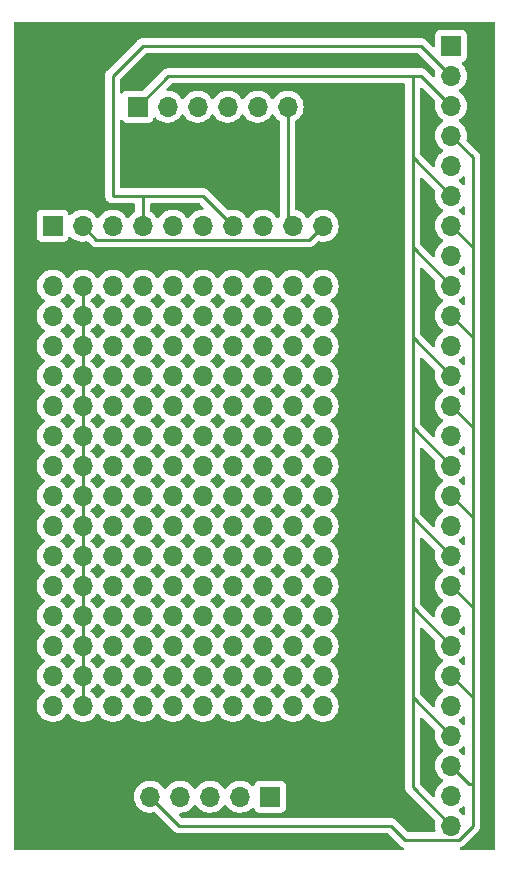
<source format=gbl>
%TF.GenerationSoftware,KiCad,Pcbnew,(6.0.8)*%
%TF.CreationDate,2022-11-23T10:53:18-05:00*%
%TF.ProjectId,upper_v3,75707065-725f-4763-932e-6b696361645f,rev?*%
%TF.SameCoordinates,Original*%
%TF.FileFunction,Copper,L2,Bot*%
%TF.FilePolarity,Positive*%
%FSLAX46Y46*%
G04 Gerber Fmt 4.6, Leading zero omitted, Abs format (unit mm)*
G04 Created by KiCad (PCBNEW (6.0.8)) date 2022-11-23 10:53:18*
%MOMM*%
%LPD*%
G01*
G04 APERTURE LIST*
%TA.AperFunction,ComponentPad*%
%ADD10O,1.700000X1.700000*%
%TD*%
%TA.AperFunction,ComponentPad*%
%ADD11R,1.700000X1.700000*%
%TD*%
%TA.AperFunction,Conductor*%
%ADD12C,0.250000*%
%TD*%
G04 APERTURE END LIST*
D10*
%TO.P,10,10,Pin_10*%
%TO.N,unconnected-(J11-Pad10)*%
X119380000Y-81280000D03*
%TD*%
%TO.P,106,10,Pin_10*%
%TO.N,unconnected-(J11-Pad10)*%
X134620000Y-104140000D03*
%TD*%
%TO.P,148,10,Pin_10*%
%TO.N,unconnected-(J11-Pad10)*%
X139700000Y-114300000D03*
%TD*%
%TO.P,114,10,Pin_10*%
%TO.N,unconnected-(J11-Pad10)*%
X129540000Y-106680000D03*
%TD*%
%TO.P,103,10,Pin_10*%
%TO.N,unconnected-(J11-Pad10)*%
X127000000Y-104140000D03*
%TD*%
%TO.P,135,10,Pin_10*%
%TO.N,unconnected-(J11-Pad10)*%
X132080000Y-111760000D03*
%TD*%
%TO.P,18,10,Pin_10*%
%TO.N,unconnected-(J11-Pad10)*%
X139700000Y-81280000D03*
%TD*%
%TO.P,112,10,Pin_10*%
%TO.N,unconnected-(J11-Pad10)*%
X124460000Y-106680000D03*
%TD*%
%TO.P,142,10,Pin_10*%
%TO.N,unconnected-(J11-Pad10)*%
X124460000Y-114300000D03*
%TD*%
%TO.P,124,10,Pin_10*%
%TO.N,unconnected-(J11-Pad10)*%
X129540000Y-109220000D03*
%TD*%
%TO.P,59,10,Pin_10*%
%TO.N,unconnected-(J11-Pad10)*%
X142240000Y-91440000D03*
%TD*%
%TO.P,69,10,Pin_10*%
%TO.N,unconnected-(J11-Pad10)*%
X142240000Y-93980000D03*
%TD*%
%TO.P,113,10,Pin_10*%
%TO.N,unconnected-(J11-Pad10)*%
X127000000Y-106680000D03*
%TD*%
%TO.P,146,10,Pin_10*%
%TO.N,unconnected-(J11-Pad10)*%
X134620000Y-114300000D03*
%TD*%
D11*
%TO.P,J2,1,Pin_1*%
%TO.N,Net-(J1-Pad1)*%
X119380000Y-73660000D03*
D10*
%TO.P,J2,2,Pin_2*%
%TO.N,Net-(J1-Pad12)*%
X121920000Y-73660000D03*
%TO.P,J2,3,Pin_3*%
%TO.N,unconnected-(J2-Pad3)*%
X124460000Y-73660000D03*
%TO.P,J2,4,Pin_4*%
%TO.N,Net-(J1-Pad2)*%
X127000000Y-73660000D03*
%TO.P,J2,5,Pin_5*%
%TO.N,unconnected-(J2-Pad5)*%
X129540000Y-73660000D03*
%TO.P,J2,6,Pin_6*%
%TO.N,unconnected-(J2-Pad6)*%
X132080000Y-73660000D03*
%TO.P,J2,7,Pin_7*%
%TO.N,Net-(J1-Pad2)*%
X134620000Y-73660000D03*
%TO.P,J2,8,Pin_8*%
%TO.N,unconnected-(J2-Pad8)*%
X137160000Y-73660000D03*
%TO.P,J2,9,Pin_9*%
%TO.N,Net-(J1-Pad1)*%
X139700000Y-73660000D03*
%TO.P,J2,10,Pin_10*%
%TO.N,Net-(J1-Pad12)*%
X142240000Y-73660000D03*
%TD*%
%TO.P,108,10,Pin_10*%
%TO.N,unconnected-(J11-Pad10)*%
X139700000Y-104140000D03*
%TD*%
%TO.P,42,10,Pin_10*%
%TO.N,unconnected-(J11-Pad10)*%
X124460000Y-88900000D03*
%TD*%
%TO.P,3,10,Pin_10*%
%TO.N,unconnected-(J11-Pad10)*%
X127000000Y-78740000D03*
%TD*%
%TO.P,81,10,Pin_10*%
%TO.N,unconnected-(J11-Pad10)*%
X121920000Y-99060000D03*
%TD*%
%TO.P,126,10,Pin_10*%
%TO.N,unconnected-(J11-Pad10)*%
X134620000Y-109220000D03*
%TD*%
%TO.P,52,10,Pin_10*%
%TO.N,unconnected-(J11-Pad10)*%
X124460000Y-91440000D03*
%TD*%
%TO.P,29,10,Pin_10*%
%TO.N,unconnected-(J11-Pad10)*%
X142240000Y-83820000D03*
%TD*%
%TO.P,127,10,Pin_10*%
%TO.N,unconnected-(J11-Pad10)*%
X137160000Y-109220000D03*
%TD*%
%TO.P,85,10,Pin_10*%
%TO.N,unconnected-(J11-Pad10)*%
X132080000Y-99060000D03*
%TD*%
%TO.P,24,10,Pin_10*%
%TO.N,unconnected-(J11-Pad10)*%
X129540000Y-83820000D03*
%TD*%
%TO.P,7,10,Pin_10*%
%TO.N,unconnected-(J11-Pad10)*%
X137160000Y-78740000D03*
%TD*%
%TO.P,109,10,Pin_10*%
%TO.N,unconnected-(J11-Pad10)*%
X142240000Y-104140000D03*
%TD*%
%TO.P,22,10,Pin_10*%
%TO.N,unconnected-(J11-Pad10)*%
X124460000Y-83820000D03*
%TD*%
%TO.P,147,10,Pin_10*%
%TO.N,unconnected-(J11-Pad10)*%
X137160000Y-114300000D03*
%TD*%
%TO.P,67,10,Pin_10*%
%TO.N,unconnected-(J11-Pad10)*%
X137160000Y-93980000D03*
%TD*%
%TO.P,120,10,Pin_10*%
%TO.N,unconnected-(J11-Pad10)*%
X119380000Y-109220000D03*
%TD*%
%TO.P,117,10,Pin_10*%
%TO.N,unconnected-(J11-Pad10)*%
X137160000Y-106680000D03*
%TD*%
%TO.P,31,10,Pin_10*%
%TO.N,unconnected-(J11-Pad10)*%
X121920000Y-86360000D03*
%TD*%
%TO.P,62,10,Pin_10*%
%TO.N,unconnected-(J11-Pad10)*%
X124460000Y-93980000D03*
%TD*%
%TO.P,9,10,Pin_10*%
%TO.N,unconnected-(J11-Pad10)*%
X142240000Y-78740000D03*
%TD*%
%TO.P,43,10,Pin_10*%
%TO.N,unconnected-(J11-Pad10)*%
X127000000Y-88900000D03*
%TD*%
%TO.P,11,10,Pin_10*%
%TO.N,unconnected-(J11-Pad10)*%
X121920000Y-81280000D03*
%TD*%
%TO.P,71,10,Pin_10*%
%TO.N,unconnected-(J11-Pad10)*%
X121920000Y-96520000D03*
%TD*%
%TO.P,65,10,Pin_10*%
%TO.N,unconnected-(J11-Pad10)*%
X132080000Y-93980000D03*
%TD*%
%TO.P,104,10,Pin_10*%
%TO.N,unconnected-(J11-Pad10)*%
X129540000Y-104140000D03*
%TD*%
%TO.P,63,10,Pin_10*%
%TO.N,unconnected-(J11-Pad10)*%
X127000000Y-93980000D03*
%TD*%
%TO.P,93,10,Pin_10*%
%TO.N,unconnected-(J11-Pad10)*%
X127000000Y-101600000D03*
%TD*%
%TO.P,61,10,Pin_10*%
%TO.N,unconnected-(J11-Pad10)*%
X121920000Y-93980000D03*
%TD*%
%TO.P,13,10,Pin_10*%
%TO.N,unconnected-(J11-Pad10)*%
X127000000Y-81280000D03*
%TD*%
%TO.P,55,10,Pin_10*%
%TO.N,unconnected-(J11-Pad10)*%
X132080000Y-91440000D03*
%TD*%
%TO.P,138,10,Pin_10*%
%TO.N,unconnected-(J11-Pad10)*%
X139700000Y-111760000D03*
%TD*%
%TO.P,111,10,Pin_10*%
%TO.N,unconnected-(J11-Pad10)*%
X121920000Y-106680000D03*
%TD*%
%TO.P,27,10,Pin_10*%
%TO.N,unconnected-(J11-Pad10)*%
X137160000Y-83820000D03*
%TD*%
%TO.P,116,10,Pin_10*%
%TO.N,unconnected-(J11-Pad10)*%
X134620000Y-106680000D03*
%TD*%
D11*
%TO.P,J3,1,Pin_1*%
%TO.N,Net-(J1-Pad12)*%
X126575000Y-63575000D03*
D10*
%TO.P,J3,2,Pin_2*%
%TO.N,Net-(J1-Pad14)*%
X129115000Y-63575000D03*
%TO.P,J3,3,Pin_3*%
%TO.N,Net-(J1-Pad11)*%
X131655000Y-63575000D03*
%TO.P,J3,4,Pin_4*%
%TO.N,Net-(J1-Pad8)*%
X134195000Y-63575000D03*
%TO.P,J3,5,Pin_5*%
%TO.N,Net-(J1-Pad5)*%
X136735000Y-63575000D03*
%TO.P,J3,6,Pin_6*%
%TO.N,Net-(J1-Pad1)*%
X139275000Y-63575000D03*
%TD*%
%TO.P,91,10,Pin_10*%
%TO.N,unconnected-(J11-Pad10)*%
X121920000Y-101600000D03*
%TD*%
%TO.P,94,10,Pin_10*%
%TO.N,unconnected-(J11-Pad10)*%
X129540000Y-101600000D03*
%TD*%
%TO.P,6,10,Pin_10*%
%TO.N,unconnected-(J11-Pad10)*%
X134620000Y-78740000D03*
%TD*%
%TO.P,149,10,Pin_10*%
%TO.N,unconnected-(J11-Pad10)*%
X142240000Y-114300000D03*
%TD*%
%TO.P,58,10,Pin_10*%
%TO.N,unconnected-(J11-Pad10)*%
X139700000Y-91440000D03*
%TD*%
%TO.P,99,10,Pin_10*%
%TO.N,unconnected-(J11-Pad10)*%
X142240000Y-101600000D03*
%TD*%
%TO.P,128,10,Pin_10*%
%TO.N,unconnected-(J11-Pad10)*%
X139700000Y-109220000D03*
%TD*%
%TO.P,19,10,Pin_10*%
%TO.N,unconnected-(J11-Pad10)*%
X142240000Y-81280000D03*
%TD*%
%TO.P,84,10,Pin_10*%
%TO.N,unconnected-(J11-Pad10)*%
X129540000Y-99060000D03*
%TD*%
%TO.P,110,10,Pin_10*%
%TO.N,unconnected-(J11-Pad10)*%
X119380000Y-106680000D03*
%TD*%
%TO.P,16,10,Pin_10*%
%TO.N,unconnected-(J11-Pad10)*%
X134620000Y-81280000D03*
%TD*%
%TO.P,123,10,Pin_10*%
%TO.N,unconnected-(J11-Pad10)*%
X127000000Y-109220000D03*
%TD*%
%TO.P,26,10,Pin_10*%
%TO.N,unconnected-(J11-Pad10)*%
X134620000Y-83820000D03*
%TD*%
%TO.P,131,10,Pin_10*%
%TO.N,unconnected-(J11-Pad10)*%
X121920000Y-111760000D03*
%TD*%
%TO.P,141,10,Pin_10*%
%TO.N,unconnected-(J11-Pad10)*%
X121920000Y-114300000D03*
%TD*%
%TO.P,97,10,Pin_10*%
%TO.N,unconnected-(J11-Pad10)*%
X137160000Y-101600000D03*
%TD*%
%TO.P,35,10,Pin_10*%
%TO.N,unconnected-(J11-Pad10)*%
X132080000Y-86360000D03*
%TD*%
%TO.P,53,10,Pin_10*%
%TO.N,unconnected-(J11-Pad10)*%
X127000000Y-91440000D03*
%TD*%
%TO.P,125,10,Pin_10*%
%TO.N,unconnected-(J11-Pad10)*%
X132080000Y-109220000D03*
%TD*%
%TO.P,101,10,Pin_10*%
%TO.N,unconnected-(J11-Pad10)*%
X121920000Y-104140000D03*
%TD*%
%TO.P,134,10,Pin_10*%
%TO.N,unconnected-(J11-Pad10)*%
X129540000Y-111760000D03*
%TD*%
%TO.P,132,10,Pin_10*%
%TO.N,unconnected-(J11-Pad10)*%
X124460000Y-111760000D03*
%TD*%
%TO.P,51,10,Pin_10*%
%TO.N,unconnected-(J11-Pad10)*%
X121920000Y-91440000D03*
%TD*%
%TO.P,115,10,Pin_10*%
%TO.N,unconnected-(J11-Pad10)*%
X132080000Y-106680000D03*
%TD*%
%TO.P,83,10,Pin_10*%
%TO.N,unconnected-(J11-Pad10)*%
X127000000Y-99060000D03*
%TD*%
%TO.P,36,10,Pin_10*%
%TO.N,unconnected-(J11-Pad10)*%
X134620000Y-86360000D03*
%TD*%
%TO.P,122,10,Pin_10*%
%TO.N,unconnected-(J11-Pad10)*%
X124460000Y-109220000D03*
%TD*%
%TO.P,54,10,Pin_10*%
%TO.N,unconnected-(J11-Pad10)*%
X129540000Y-91440000D03*
%TD*%
%TO.P,145,10,Pin_10*%
%TO.N,unconnected-(J11-Pad10)*%
X132080000Y-114300000D03*
%TD*%
%TO.P,129,10,Pin_10*%
%TO.N,unconnected-(J11-Pad10)*%
X142240000Y-109220000D03*
%TD*%
%TO.P,143,10,Pin_10*%
%TO.N,unconnected-(J11-Pad10)*%
X127000000Y-114300000D03*
%TD*%
%TO.P,70,10,Pin_10*%
%TO.N,unconnected-(J11-Pad10)*%
X119380000Y-96520000D03*
%TD*%
%TO.P,75,10,Pin_10*%
%TO.N,unconnected-(J11-Pad10)*%
X132080000Y-96520000D03*
%TD*%
%TO.P,76,10,Pin_10*%
%TO.N,unconnected-(J11-Pad10)*%
X134620000Y-96520000D03*
%TD*%
%TO.P,98,10,Pin_10*%
%TO.N,unconnected-(J11-Pad10)*%
X139700000Y-101600000D03*
%TD*%
D11*
%TO.P,J1,1,Pin_1*%
%TO.N,Net-(J1-Pad1)*%
X153105000Y-58415000D03*
D10*
%TO.P,J1,2,Pin_2*%
%TO.N,Net-(J1-Pad2)*%
X153105000Y-60955000D03*
%TO.P,J1,3,Pin_3*%
%TO.N,Net-(J1-Pad12)*%
X153105000Y-63495000D03*
%TO.P,J1,4,Pin_4*%
%TO.N,Net-(J1-Pad10)*%
X153105000Y-66035000D03*
%TO.P,J1,5,Pin_5*%
%TO.N,Net-(J1-Pad5)*%
X153105000Y-68575000D03*
%TO.P,J1,6,Pin_6*%
%TO.N,Net-(J1-Pad12)*%
X153105000Y-71115000D03*
%TO.P,J1,7,Pin_7*%
%TO.N,Net-(J1-Pad10)*%
X153105000Y-73655000D03*
%TO.P,J1,8,Pin_8*%
%TO.N,Net-(J1-Pad8)*%
X153105000Y-76195000D03*
%TO.P,J1,9,Pin_9*%
%TO.N,Net-(J1-Pad12)*%
X153105000Y-78735000D03*
%TO.P,J1,10,Pin_10*%
%TO.N,Net-(J1-Pad10)*%
X153105000Y-81275000D03*
%TO.P,J1,11,Pin_11*%
%TO.N,Net-(J1-Pad11)*%
X153105000Y-83815000D03*
%TO.P,J1,12,Pin_12*%
%TO.N,Net-(J1-Pad12)*%
X153105000Y-86355000D03*
%TO.P,J1,13,Pin_13*%
%TO.N,Net-(J1-Pad10)*%
X153105000Y-88895000D03*
%TO.P,J1,14,Pin_14*%
%TO.N,Net-(J1-Pad14)*%
X153105000Y-91435000D03*
%TO.P,J1,15,Pin_15*%
%TO.N,Net-(J1-Pad12)*%
X153105000Y-93975000D03*
%TO.P,J1,16,Pin_16*%
%TO.N,Net-(J1-Pad10)*%
X153105000Y-96515000D03*
%TO.P,J1,17,Pin_17*%
%TO.N,Net-(J1-Pad17)*%
X153105000Y-99055000D03*
%TO.P,J1,18,Pin_18*%
%TO.N,Net-(J1-Pad12)*%
X153105000Y-101595000D03*
%TO.P,J1,19,Pin_19*%
%TO.N,Net-(J1-Pad10)*%
X153105000Y-104135000D03*
%TO.P,J1,20,Pin_20*%
%TO.N,Net-(J1-Pad20)*%
X153105000Y-106675000D03*
%TO.P,J1,21,Pin_21*%
%TO.N,Net-(J1-Pad12)*%
X153105000Y-109215000D03*
%TO.P,J1,22,Pin_22*%
%TO.N,Net-(J1-Pad10)*%
X153105000Y-111755000D03*
%TO.P,J1,23,Pin_23*%
%TO.N,Net-(J1-Pad23)*%
X153105000Y-114295000D03*
%TO.P,J1,24,Pin_24*%
%TO.N,Net-(J1-Pad12)*%
X153105000Y-116835000D03*
%TO.P,J1,25,Pin_25*%
%TO.N,Net-(J1-Pad10)*%
X153105000Y-119375000D03*
%TO.P,J1,26,Pin_26*%
%TO.N,Net-(J1-Pad26)*%
X153105000Y-121915000D03*
%TO.P,J1,27,Pin_27*%
%TO.N,Net-(J1-Pad12)*%
X153105000Y-124455000D03*
%TD*%
%TO.P,30,10,Pin_10*%
%TO.N,unconnected-(J11-Pad10)*%
X119380000Y-86360000D03*
%TD*%
%TO.P,14,10,Pin_10*%
%TO.N,unconnected-(J11-Pad10)*%
X129540000Y-81280000D03*
%TD*%
%TO.P,4,10,Pin_10*%
%TO.N,unconnected-(J11-Pad10)*%
X129540000Y-78740000D03*
%TD*%
%TO.P,56,10,Pin_10*%
%TO.N,unconnected-(J11-Pad10)*%
X134620000Y-91440000D03*
%TD*%
%TO.P,8,10,Pin_10*%
%TO.N,unconnected-(J11-Pad10)*%
X139700000Y-78740000D03*
%TD*%
%TO.P,46,10,Pin_10*%
%TO.N,unconnected-(J11-Pad10)*%
X134620000Y-88900000D03*
%TD*%
%TO.P,105,10,Pin_10*%
%TO.N,unconnected-(J11-Pad10)*%
X132080000Y-104140000D03*
%TD*%
%TO.P,72,10,Pin_10*%
%TO.N,unconnected-(J11-Pad10)*%
X124460000Y-96520000D03*
%TD*%
%TO.P,,10,Pin_10*%
%TO.N,unconnected-(J11-Pad10)*%
X119380000Y-78740000D03*
%TD*%
%TO.P,49,10,Pin_10*%
%TO.N,unconnected-(J11-Pad10)*%
X142240000Y-88900000D03*
%TD*%
%TO.P,89,10,Pin_10*%
%TO.N,unconnected-(J11-Pad10)*%
X142240000Y-99060000D03*
%TD*%
%TO.P,25,10,Pin_10*%
%TO.N,unconnected-(J11-Pad10)*%
X132080000Y-83820000D03*
%TD*%
%TO.P,107,10,Pin_10*%
%TO.N,unconnected-(J11-Pad10)*%
X137160000Y-104140000D03*
%TD*%
%TO.P,90,10,Pin_10*%
%TO.N,unconnected-(J11-Pad10)*%
X119380000Y-101600000D03*
%TD*%
%TO.P,73,10,Pin_10*%
%TO.N,unconnected-(J11-Pad10)*%
X127000000Y-96520000D03*
%TD*%
D11*
%TO.P,J4,1,Pin_1*%
%TO.N,Net-(J1-Pad26)*%
X137800000Y-122000000D03*
D10*
%TO.P,J4,2,Pin_2*%
%TO.N,Net-(J1-Pad23)*%
X135260000Y-122000000D03*
%TO.P,J4,3,Pin_3*%
%TO.N,Net-(J1-Pad20)*%
X132720000Y-122000000D03*
%TO.P,J4,4,Pin_4*%
%TO.N,Net-(J1-Pad17)*%
X130180000Y-122000000D03*
%TO.P,J4,5,Pin_5*%
%TO.N,Net-(J1-Pad10)*%
X127640000Y-122000000D03*
%TD*%
%TO.P,1,10,Pin_10*%
%TO.N,unconnected-(J11-Pad10)*%
X121920000Y-78740000D03*
%TD*%
%TO.P,39,10,Pin_10*%
%TO.N,unconnected-(J11-Pad10)*%
X142240000Y-86360000D03*
%TD*%
%TO.P,133,10,Pin_10*%
%TO.N,unconnected-(J11-Pad10)*%
X127000000Y-111760000D03*
%TD*%
%TO.P,20,10,Pin_10*%
%TO.N,unconnected-(J11-Pad10)*%
X119380000Y-83820000D03*
%TD*%
%TO.P,87,10,Pin_10*%
%TO.N,unconnected-(J11-Pad10)*%
X137160000Y-99060000D03*
%TD*%
%TO.P,121,10,Pin_10*%
%TO.N,unconnected-(J11-Pad10)*%
X121920000Y-109220000D03*
%TD*%
%TO.P,28,10,Pin_10*%
%TO.N,unconnected-(J11-Pad10)*%
X139700000Y-83820000D03*
%TD*%
%TO.P,15,10,Pin_10*%
%TO.N,unconnected-(J11-Pad10)*%
X132080000Y-81280000D03*
%TD*%
%TO.P,92,10,Pin_10*%
%TO.N,unconnected-(J11-Pad10)*%
X124460000Y-101600000D03*
%TD*%
%TO.P,88,10,Pin_10*%
%TO.N,unconnected-(J11-Pad10)*%
X139700000Y-99060000D03*
%TD*%
%TO.P,100,10,Pin_10*%
%TO.N,unconnected-(J11-Pad10)*%
X119380000Y-104140000D03*
%TD*%
%TO.P,41,10,Pin_10*%
%TO.N,unconnected-(J11-Pad10)*%
X121920000Y-88900000D03*
%TD*%
%TO.P,119,10,Pin_10*%
%TO.N,unconnected-(J11-Pad10)*%
X142240000Y-106680000D03*
%TD*%
%TO.P,21,10,Pin_10*%
%TO.N,unconnected-(J11-Pad10)*%
X121920000Y-83820000D03*
%TD*%
%TO.P,32,10,Pin_10*%
%TO.N,unconnected-(J11-Pad10)*%
X124460000Y-86360000D03*
%TD*%
%TO.P,79,10,Pin_10*%
%TO.N,unconnected-(J11-Pad10)*%
X142240000Y-96520000D03*
%TD*%
%TO.P,44,10,Pin_10*%
%TO.N,unconnected-(J11-Pad10)*%
X129540000Y-88900000D03*
%TD*%
%TO.P,60,10,Pin_10*%
%TO.N,unconnected-(J11-Pad10)*%
X119380000Y-93980000D03*
%TD*%
%TO.P,23,10,Pin_10*%
%TO.N,unconnected-(J11-Pad10)*%
X127000000Y-83820000D03*
%TD*%
%TO.P,82,10,Pin_10*%
%TO.N,unconnected-(J11-Pad10)*%
X124460000Y-99060000D03*
%TD*%
%TO.P,139,10,Pin_10*%
%TO.N,unconnected-(J11-Pad10)*%
X142240000Y-111760000D03*
%TD*%
%TO.P,95,10,Pin_10*%
%TO.N,unconnected-(J11-Pad10)*%
X132080000Y-101600000D03*
%TD*%
%TO.P,50,10,Pin_10*%
%TO.N,unconnected-(J11-Pad10)*%
X119380000Y-91440000D03*
%TD*%
%TO.P,102,10,Pin_10*%
%TO.N,unconnected-(J11-Pad10)*%
X124460000Y-104140000D03*
%TD*%
%TO.P,130,10,Pin_10*%
%TO.N,unconnected-(J11-Pad10)*%
X119380000Y-111760000D03*
%TD*%
%TO.P,74,10,Pin_10*%
%TO.N,unconnected-(J11-Pad10)*%
X129540000Y-96520000D03*
%TD*%
%TO.P,68,10,Pin_10*%
%TO.N,unconnected-(J11-Pad10)*%
X139700000Y-93980000D03*
%TD*%
%TO.P,17,10,Pin_10*%
%TO.N,unconnected-(J11-Pad10)*%
X137160000Y-81280000D03*
%TD*%
%TO.P,45,10,Pin_10*%
%TO.N,unconnected-(J11-Pad10)*%
X132080000Y-88900000D03*
%TD*%
%TO.P,86,10,Pin_10*%
%TO.N,unconnected-(J11-Pad10)*%
X134620000Y-99060000D03*
%TD*%
%TO.P,144,10,Pin_10*%
%TO.N,unconnected-(J11-Pad10)*%
X129540000Y-114300000D03*
%TD*%
%TO.P,34,10,Pin_10*%
%TO.N,unconnected-(J11-Pad10)*%
X129540000Y-86360000D03*
%TD*%
%TO.P,33,10,Pin_10*%
%TO.N,unconnected-(J11-Pad10)*%
X127000000Y-86360000D03*
%TD*%
%TO.P,40,10,Pin_10*%
%TO.N,unconnected-(J11-Pad10)*%
X119380000Y-88900000D03*
%TD*%
%TO.P,77,10,Pin_10*%
%TO.N,unconnected-(J11-Pad10)*%
X137160000Y-96520000D03*
%TD*%
%TO.P,64,10,Pin_10*%
%TO.N,unconnected-(J11-Pad10)*%
X129540000Y-93980000D03*
%TD*%
%TO.P,37,10,Pin_10*%
%TO.N,unconnected-(J11-Pad10)*%
X137160000Y-86360000D03*
%TD*%
%TO.P,118,10,Pin_10*%
%TO.N,unconnected-(J11-Pad10)*%
X139700000Y-106680000D03*
%TD*%
%TO.P,96,10,Pin_10*%
%TO.N,unconnected-(J11-Pad10)*%
X134620000Y-101600000D03*
%TD*%
%TO.P,80,10,Pin_10*%
%TO.N,unconnected-(J11-Pad10)*%
X119380000Y-99060000D03*
%TD*%
%TO.P,48,10,Pin_10*%
%TO.N,unconnected-(J11-Pad10)*%
X139700000Y-88900000D03*
%TD*%
%TO.P,137,10,Pin_10*%
%TO.N,unconnected-(J11-Pad10)*%
X137160000Y-111760000D03*
%TD*%
%TO.P,5,10,Pin_10*%
%TO.N,unconnected-(J11-Pad10)*%
X132080000Y-78740000D03*
%TD*%
%TO.P,38,10,Pin_10*%
%TO.N,unconnected-(J11-Pad10)*%
X139700000Y-86360000D03*
%TD*%
%TO.P,47,10,Pin_10*%
%TO.N,unconnected-(J11-Pad10)*%
X137160000Y-88900000D03*
%TD*%
%TO.P,66,10,Pin_10*%
%TO.N,unconnected-(J11-Pad10)*%
X134620000Y-93980000D03*
%TD*%
%TO.P,57,10,Pin_10*%
%TO.N,unconnected-(J11-Pad10)*%
X137160000Y-91440000D03*
%TD*%
%TO.P,12,10,Pin_10*%
%TO.N,unconnected-(J11-Pad10)*%
X124460000Y-81280000D03*
%TD*%
%TO.P,140,10,Pin_10*%
%TO.N,unconnected-(J11-Pad10)*%
X119380000Y-114300000D03*
%TD*%
%TO.P,2,10,Pin_10*%
%TO.N,unconnected-(J11-Pad10)*%
X124460000Y-78740000D03*
%TD*%
%TO.P,78,10,Pin_10*%
%TO.N,unconnected-(J11-Pad10)*%
X139700000Y-96520000D03*
%TD*%
%TO.P,136,10,Pin_10*%
%TO.N,unconnected-(J11-Pad10)*%
X134620000Y-111760000D03*
%TD*%
D12*
%TO.N,Net-(J1-Pad1)*%
X139275000Y-73235000D02*
X139700000Y-73660000D01*
X139275000Y-63575000D02*
X139275000Y-73235000D01*
%TO.N,Net-(J1-Pad2)*%
X132080000Y-71120000D02*
X127000000Y-71120000D01*
X134620000Y-73660000D02*
X132080000Y-71120000D01*
X127000000Y-58420000D02*
X124460000Y-60960000D01*
X127000000Y-71120000D02*
X127000000Y-73660000D01*
X127000000Y-71120000D02*
X124460000Y-71120000D01*
X150570000Y-58420000D02*
X127000000Y-58420000D01*
X153105000Y-60955000D02*
X150570000Y-58420000D01*
X124460000Y-60960000D02*
X124460000Y-71120000D01*
%TO.N,Net-(J1-Pad12)*%
X149860000Y-90730000D02*
X153105000Y-93975000D01*
X149860000Y-98350000D02*
X149860000Y-105970000D01*
X126575000Y-63575000D02*
X129190000Y-60960000D01*
X129190000Y-60960000D02*
X149860000Y-60960000D01*
X149860000Y-60960000D02*
X149860000Y-67870000D01*
X149860000Y-105970000D02*
X153105000Y-109215000D01*
X149860000Y-113590000D02*
X149860000Y-121210000D01*
X149860000Y-75490000D02*
X153105000Y-78735000D01*
X149860000Y-83110000D02*
X149860000Y-90730000D01*
X149860000Y-90730000D02*
X149860000Y-98350000D01*
X123095000Y-74835000D02*
X141065000Y-74835000D01*
X149860000Y-75490000D02*
X149860000Y-83110000D01*
X149860000Y-121210000D02*
X153105000Y-124455000D01*
X149860000Y-83110000D02*
X153105000Y-86355000D01*
X149860000Y-113590000D02*
X153105000Y-116835000D01*
X141065000Y-74835000D02*
X142240000Y-73660000D01*
X149860000Y-105970000D02*
X149860000Y-113590000D01*
X121920000Y-73660000D02*
X123095000Y-74835000D01*
X149860000Y-67870000D02*
X149860000Y-75490000D01*
X149860000Y-67870000D02*
X153105000Y-71115000D01*
X150570000Y-60960000D02*
X153105000Y-63495000D01*
X149860000Y-98350000D02*
X153105000Y-101595000D01*
X149860000Y-60960000D02*
X150570000Y-60960000D01*
%TO.N,Net-(J1-Pad10)*%
X154940000Y-114300000D02*
X154940000Y-105970000D01*
X154940000Y-75490000D02*
X153105000Y-73655000D01*
X154940000Y-120940000D02*
X154940000Y-114300000D01*
X154940000Y-90730000D02*
X154940000Y-83110000D01*
X148020000Y-124460000D02*
X130100000Y-124460000D01*
X130100000Y-124460000D02*
X127640000Y-122000000D01*
X152405000Y-111755000D02*
X152400000Y-111760000D01*
X154940000Y-83110000D02*
X153105000Y-81275000D01*
X153105000Y-111755000D02*
X152405000Y-111755000D01*
X154940000Y-105970000D02*
X154940000Y-98350000D01*
X154940000Y-67870000D02*
X153105000Y-66035000D01*
X154940000Y-90730000D02*
X153105000Y-88895000D01*
X153770000Y-125630000D02*
X154940000Y-124460000D01*
X154940000Y-98350000D02*
X153105000Y-96515000D01*
X153105000Y-111755000D02*
X154940000Y-113590000D01*
X154940000Y-105970000D02*
X153105000Y-104135000D01*
X148020000Y-124460000D02*
X149190000Y-125630000D01*
X154940000Y-124460000D02*
X154940000Y-120940000D01*
X154940000Y-113590000D02*
X154940000Y-114300000D01*
X154940000Y-83110000D02*
X154940000Y-75490000D01*
X149190000Y-125630000D02*
X153770000Y-125630000D01*
X154940000Y-98350000D02*
X154940000Y-90730000D01*
X154670000Y-120940000D02*
X154940000Y-120940000D01*
X154940000Y-75490000D02*
X154940000Y-67870000D01*
X153105000Y-119375000D02*
X154670000Y-120940000D01*
%TO.N,unconnected-(J11-Pad10)*%
X121920000Y-99060000D02*
X121920000Y-101600000D01*
X121920000Y-86360000D02*
X121920000Y-88900000D01*
X121920000Y-81280000D02*
X121920000Y-83820000D01*
X121920000Y-96520000D02*
X121920000Y-99060000D01*
X121920000Y-78740000D02*
X121920000Y-81280000D01*
X121920000Y-91440000D02*
X121920000Y-93980000D01*
X121920000Y-83820000D02*
X121920000Y-86360000D01*
X121920000Y-101600000D02*
X121920000Y-104140000D01*
X121920000Y-111760000D02*
X121920000Y-114300000D01*
X121920000Y-88900000D02*
X121920000Y-91440000D01*
X121920000Y-106680000D02*
X121920000Y-109220000D01*
X121920000Y-109220000D02*
X121920000Y-111760000D01*
X121920000Y-93980000D02*
X121920000Y-96520000D01*
X121920000Y-104140000D02*
X121920000Y-106680000D01*
%TD*%
%TA.AperFunction,NonConductor*%
G36*
X150323527Y-59073502D02*
G01*
X150344501Y-59090405D01*
X151754778Y-60500682D01*
X151788804Y-60562994D01*
X151787100Y-60623448D01*
X151765989Y-60699570D01*
X151765441Y-60704700D01*
X151765440Y-60704704D01*
X151762457Y-60732616D01*
X151742251Y-60921695D01*
X151742548Y-60926853D01*
X151742422Y-60932024D01*
X151740914Y-60931987D01*
X151726411Y-60994482D01*
X151675520Y-61043986D01*
X151605944Y-61058117D01*
X151539773Y-61032389D01*
X151527574Y-61021669D01*
X151073652Y-60567747D01*
X151066112Y-60559461D01*
X151062000Y-60552982D01*
X151012348Y-60506356D01*
X151009507Y-60503602D01*
X150989770Y-60483865D01*
X150986573Y-60481385D01*
X150977551Y-60473680D01*
X150973400Y-60469782D01*
X150945321Y-60443414D01*
X150938375Y-60439595D01*
X150938372Y-60439593D01*
X150927566Y-60433652D01*
X150911047Y-60422801D01*
X150910583Y-60422441D01*
X150895041Y-60410386D01*
X150887772Y-60407241D01*
X150887768Y-60407238D01*
X150854463Y-60392826D01*
X150843813Y-60387609D01*
X150805060Y-60366305D01*
X150785437Y-60361267D01*
X150766734Y-60354863D01*
X150755420Y-60349967D01*
X150755419Y-60349967D01*
X150748145Y-60346819D01*
X150740322Y-60345580D01*
X150740312Y-60345577D01*
X150704476Y-60339901D01*
X150692856Y-60337495D01*
X150657711Y-60328472D01*
X150657710Y-60328472D01*
X150650030Y-60326500D01*
X150629776Y-60326500D01*
X150610065Y-60324949D01*
X150607534Y-60324548D01*
X150590057Y-60321780D01*
X150564351Y-60324210D01*
X150546039Y-60325941D01*
X150534181Y-60326500D01*
X149931793Y-60326500D01*
X149908184Y-60324268D01*
X149907881Y-60324210D01*
X149907877Y-60324210D01*
X149900094Y-60322725D01*
X149844049Y-60326251D01*
X149836138Y-60326500D01*
X129268763Y-60326500D01*
X129257579Y-60325973D01*
X129250091Y-60324299D01*
X129242168Y-60324548D01*
X129182033Y-60326438D01*
X129178075Y-60326500D01*
X129150144Y-60326500D01*
X129146229Y-60326995D01*
X129146225Y-60326995D01*
X129146167Y-60327003D01*
X129146138Y-60327006D01*
X129134296Y-60327939D01*
X129090110Y-60329327D01*
X129072744Y-60334372D01*
X129070658Y-60334978D01*
X129051306Y-60338986D01*
X129039068Y-60340532D01*
X129039066Y-60340533D01*
X129031203Y-60341526D01*
X128990086Y-60357806D01*
X128978885Y-60361641D01*
X128936406Y-60373982D01*
X128929587Y-60378015D01*
X128929582Y-60378017D01*
X128918971Y-60384293D01*
X128901221Y-60392990D01*
X128882383Y-60400448D01*
X128875967Y-60405109D01*
X128875966Y-60405110D01*
X128846625Y-60426428D01*
X128836701Y-60432947D01*
X128805460Y-60451422D01*
X128805455Y-60451426D01*
X128798637Y-60455458D01*
X128784313Y-60469782D01*
X128769281Y-60482621D01*
X128752893Y-60494528D01*
X128733764Y-60517651D01*
X128724712Y-60528593D01*
X128716722Y-60537373D01*
X127074500Y-62179595D01*
X127012188Y-62213621D01*
X126985405Y-62216500D01*
X125676866Y-62216500D01*
X125673469Y-62216869D01*
X125670560Y-62217185D01*
X125614684Y-62223255D01*
X125478295Y-62274385D01*
X125361739Y-62361739D01*
X125356358Y-62368919D01*
X125356357Y-62368920D01*
X125320326Y-62416996D01*
X125263467Y-62459511D01*
X125192648Y-62464537D01*
X125130355Y-62430477D01*
X125096365Y-62368146D01*
X125093500Y-62341431D01*
X125093500Y-61274594D01*
X125113502Y-61206473D01*
X125130405Y-61185499D01*
X127225499Y-59090405D01*
X127287811Y-59056379D01*
X127314594Y-59053500D01*
X150255406Y-59053500D01*
X150323527Y-59073502D01*
G37*
%TD.AperFunction*%
%TA.AperFunction,NonConductor*%
G36*
X150702012Y-61988370D02*
G01*
X150708595Y-61994499D01*
X151754778Y-63040682D01*
X151788804Y-63102994D01*
X151787100Y-63163448D01*
X151765989Y-63239570D01*
X151765441Y-63244700D01*
X151765440Y-63244704D01*
X151761933Y-63277522D01*
X151742251Y-63461695D01*
X151742548Y-63466848D01*
X151742548Y-63466851D01*
X151748784Y-63575000D01*
X151755110Y-63684715D01*
X151756247Y-63689761D01*
X151756248Y-63689767D01*
X151776119Y-63777939D01*
X151804222Y-63902639D01*
X151888266Y-64109616D01*
X151890965Y-64114020D01*
X151993460Y-64281277D01*
X152004987Y-64300088D01*
X152151250Y-64468938D01*
X152323126Y-64611632D01*
X152330897Y-64616173D01*
X152396445Y-64654476D01*
X152445169Y-64706114D01*
X152458240Y-64775897D01*
X152431509Y-64841669D01*
X152391055Y-64875027D01*
X152378607Y-64881507D01*
X152374474Y-64884610D01*
X152374471Y-64884612D01*
X152305026Y-64936753D01*
X152199965Y-65015635D01*
X152045629Y-65177138D01*
X151919743Y-65361680D01*
X151825688Y-65564305D01*
X151765989Y-65779570D01*
X151742251Y-66001695D01*
X151742548Y-66006848D01*
X151742548Y-66006851D01*
X151748011Y-66101590D01*
X151755110Y-66224715D01*
X151756247Y-66229761D01*
X151756248Y-66229767D01*
X151776119Y-66317939D01*
X151804222Y-66442639D01*
X151888266Y-66649616D01*
X152004987Y-66840088D01*
X152151250Y-67008938D01*
X152323126Y-67151632D01*
X152393595Y-67192811D01*
X152396445Y-67194476D01*
X152445169Y-67246114D01*
X152458240Y-67315897D01*
X152431509Y-67381669D01*
X152391055Y-67415027D01*
X152378607Y-67421507D01*
X152374474Y-67424610D01*
X152374471Y-67424612D01*
X152204100Y-67552530D01*
X152199965Y-67555635D01*
X152186473Y-67569754D01*
X152051301Y-67711203D01*
X152045629Y-67717138D01*
X152042715Y-67721410D01*
X152042714Y-67721411D01*
X152009493Y-67770111D01*
X151919743Y-67901680D01*
X151825688Y-68104305D01*
X151765989Y-68319570D01*
X151742251Y-68541695D01*
X151742548Y-68546853D01*
X151742422Y-68552024D01*
X151740914Y-68551987D01*
X151726410Y-68614485D01*
X151675518Y-68663988D01*
X151605942Y-68678118D01*
X151539771Y-68652389D01*
X151527574Y-68641670D01*
X150530405Y-67644500D01*
X150496379Y-67582188D01*
X150493500Y-67555405D01*
X150493500Y-62083594D01*
X150513502Y-62015473D01*
X150567158Y-61968980D01*
X150637432Y-61958876D01*
X150702012Y-61988370D01*
G37*
%TD.AperFunction*%
%TA.AperFunction,NonConductor*%
G36*
X154224739Y-69481117D02*
G01*
X154281500Y-69523763D01*
X154306194Y-69590327D01*
X154306500Y-69599096D01*
X154306500Y-70091097D01*
X154286498Y-70159218D01*
X154232842Y-70205711D01*
X154162568Y-70215815D01*
X154097988Y-70186321D01*
X154087307Y-70175897D01*
X154038152Y-70121876D01*
X154038142Y-70121867D01*
X154034670Y-70118051D01*
X154030619Y-70114852D01*
X154030615Y-70114848D01*
X153863414Y-69982800D01*
X153863410Y-69982798D01*
X153859359Y-69979598D01*
X153818053Y-69956796D01*
X153768084Y-69906364D01*
X153753312Y-69836921D01*
X153778428Y-69770516D01*
X153805780Y-69743909D01*
X153849603Y-69712650D01*
X153984860Y-69616173D01*
X154091560Y-69509845D01*
X154153932Y-69475929D01*
X154224739Y-69481117D01*
G37*
%TD.AperFunction*%
%TA.AperFunction,NonConductor*%
G36*
X154224739Y-72021117D02*
G01*
X154281500Y-72063763D01*
X154306194Y-72130327D01*
X154306500Y-72139096D01*
X154306500Y-72631097D01*
X154286498Y-72699218D01*
X154232842Y-72745711D01*
X154162568Y-72755815D01*
X154097988Y-72726321D01*
X154087307Y-72715897D01*
X154038152Y-72661876D01*
X154038142Y-72661867D01*
X154034670Y-72658051D01*
X154030619Y-72654852D01*
X154030615Y-72654848D01*
X153863414Y-72522800D01*
X153863410Y-72522798D01*
X153859359Y-72519598D01*
X153818053Y-72496796D01*
X153768084Y-72446364D01*
X153753312Y-72376921D01*
X153778428Y-72310516D01*
X153805780Y-72283909D01*
X153863024Y-72243077D01*
X153984860Y-72156173D01*
X154091560Y-72049845D01*
X154153932Y-72015929D01*
X154224739Y-72021117D01*
G37*
%TD.AperFunction*%
%TA.AperFunction,NonConductor*%
G36*
X131833527Y-71773502D02*
G01*
X131854501Y-71790405D01*
X132150086Y-72085990D01*
X132184112Y-72148302D01*
X132179047Y-72219117D01*
X132136500Y-72275953D01*
X132069980Y-72300764D01*
X132059459Y-72301076D01*
X132011962Y-72300495D01*
X131990080Y-72300228D01*
X131990078Y-72300228D01*
X131984911Y-72300165D01*
X131764091Y-72333955D01*
X131551756Y-72403357D01*
X131521443Y-72419137D01*
X131377975Y-72493822D01*
X131353607Y-72506507D01*
X131349474Y-72509610D01*
X131349471Y-72509612D01*
X131181624Y-72635635D01*
X131174965Y-72640635D01*
X131171393Y-72644373D01*
X131063729Y-72757037D01*
X131020629Y-72802138D01*
X130913201Y-72959621D01*
X130858293Y-73004621D01*
X130787768Y-73012792D01*
X130724021Y-72981538D01*
X130703324Y-72957054D01*
X130622822Y-72832617D01*
X130622820Y-72832614D01*
X130620014Y-72828277D01*
X130469670Y-72663051D01*
X130465619Y-72659852D01*
X130465615Y-72659848D01*
X130298414Y-72527800D01*
X130298410Y-72527798D01*
X130294359Y-72524598D01*
X130289831Y-72522098D01*
X130237945Y-72493456D01*
X130098789Y-72416638D01*
X130093920Y-72414914D01*
X130093916Y-72414912D01*
X129893087Y-72343795D01*
X129893083Y-72343794D01*
X129888212Y-72342069D01*
X129883119Y-72341162D01*
X129883116Y-72341161D01*
X129673373Y-72303800D01*
X129673367Y-72303799D01*
X129668284Y-72302894D01*
X129594452Y-72301992D01*
X129450081Y-72300228D01*
X129450079Y-72300228D01*
X129444911Y-72300165D01*
X129224091Y-72333955D01*
X129011756Y-72403357D01*
X128981443Y-72419137D01*
X128837975Y-72493822D01*
X128813607Y-72506507D01*
X128809474Y-72509610D01*
X128809471Y-72509612D01*
X128641624Y-72635635D01*
X128634965Y-72640635D01*
X128631393Y-72644373D01*
X128523729Y-72757037D01*
X128480629Y-72802138D01*
X128373201Y-72959621D01*
X128318293Y-73004621D01*
X128247768Y-73012792D01*
X128184021Y-72981538D01*
X128163324Y-72957054D01*
X128082822Y-72832617D01*
X128082820Y-72832614D01*
X128080014Y-72828277D01*
X127929670Y-72663051D01*
X127925619Y-72659852D01*
X127925615Y-72659848D01*
X127758414Y-72527800D01*
X127758410Y-72527798D01*
X127754359Y-72524598D01*
X127749835Y-72522101D01*
X127749831Y-72522098D01*
X127698608Y-72493822D01*
X127648636Y-72443390D01*
X127633500Y-72383513D01*
X127633500Y-71879500D01*
X127653502Y-71811379D01*
X127707158Y-71764886D01*
X127759500Y-71753500D01*
X131765406Y-71753500D01*
X131833527Y-71773502D01*
G37*
%TD.AperFunction*%
%TA.AperFunction,NonConductor*%
G36*
X138087026Y-64250144D02*
G01*
X138114875Y-64281994D01*
X138174987Y-64380088D01*
X138321250Y-64548938D01*
X138493126Y-64691632D01*
X138579070Y-64741853D01*
X138627794Y-64793491D01*
X138641500Y-64850641D01*
X138641500Y-72761979D01*
X138619590Y-72832980D01*
X138533201Y-72959621D01*
X138478293Y-73004621D01*
X138407768Y-73012792D01*
X138344021Y-72981538D01*
X138323324Y-72957054D01*
X138242822Y-72832617D01*
X138242820Y-72832614D01*
X138240014Y-72828277D01*
X138089670Y-72663051D01*
X138085619Y-72659852D01*
X138085615Y-72659848D01*
X137918414Y-72527800D01*
X137918410Y-72527798D01*
X137914359Y-72524598D01*
X137909831Y-72522098D01*
X137857945Y-72493456D01*
X137718789Y-72416638D01*
X137713920Y-72414914D01*
X137713916Y-72414912D01*
X137513087Y-72343795D01*
X137513083Y-72343794D01*
X137508212Y-72342069D01*
X137503119Y-72341162D01*
X137503116Y-72341161D01*
X137293373Y-72303800D01*
X137293367Y-72303799D01*
X137288284Y-72302894D01*
X137214452Y-72301992D01*
X137070081Y-72300228D01*
X137070079Y-72300228D01*
X137064911Y-72300165D01*
X136844091Y-72333955D01*
X136631756Y-72403357D01*
X136601443Y-72419137D01*
X136457975Y-72493822D01*
X136433607Y-72506507D01*
X136429474Y-72509610D01*
X136429471Y-72509612D01*
X136261624Y-72635635D01*
X136254965Y-72640635D01*
X136251393Y-72644373D01*
X136143729Y-72757037D01*
X136100629Y-72802138D01*
X135993201Y-72959621D01*
X135938293Y-73004621D01*
X135867768Y-73012792D01*
X135804021Y-72981538D01*
X135783324Y-72957054D01*
X135702822Y-72832617D01*
X135702820Y-72832614D01*
X135700014Y-72828277D01*
X135549670Y-72663051D01*
X135545619Y-72659852D01*
X135545615Y-72659848D01*
X135378414Y-72527800D01*
X135378410Y-72527798D01*
X135374359Y-72524598D01*
X135369831Y-72522098D01*
X135317945Y-72493456D01*
X135178789Y-72416638D01*
X135173920Y-72414914D01*
X135173916Y-72414912D01*
X134973087Y-72343795D01*
X134973083Y-72343794D01*
X134968212Y-72342069D01*
X134963119Y-72341162D01*
X134963116Y-72341161D01*
X134753373Y-72303800D01*
X134753367Y-72303799D01*
X134748284Y-72302894D01*
X134674452Y-72301992D01*
X134530081Y-72300228D01*
X134530079Y-72300228D01*
X134524911Y-72300165D01*
X134304091Y-72333955D01*
X134291532Y-72338060D01*
X134220568Y-72340210D01*
X134163294Y-72307389D01*
X132583652Y-70727747D01*
X132576112Y-70719461D01*
X132572000Y-70712982D01*
X132522348Y-70666356D01*
X132519507Y-70663602D01*
X132499770Y-70643865D01*
X132496573Y-70641385D01*
X132487551Y-70633680D01*
X132461100Y-70608841D01*
X132455321Y-70603414D01*
X132448375Y-70599595D01*
X132448372Y-70599593D01*
X132437566Y-70593652D01*
X132421047Y-70582801D01*
X132420583Y-70582441D01*
X132405041Y-70570386D01*
X132397772Y-70567241D01*
X132397768Y-70567238D01*
X132364463Y-70552826D01*
X132353813Y-70547609D01*
X132315060Y-70526305D01*
X132295437Y-70521267D01*
X132276734Y-70514863D01*
X132265420Y-70509967D01*
X132265419Y-70509967D01*
X132258145Y-70506819D01*
X132250322Y-70505580D01*
X132250312Y-70505577D01*
X132214476Y-70499901D01*
X132202856Y-70497495D01*
X132167711Y-70488472D01*
X132167710Y-70488472D01*
X132160030Y-70486500D01*
X132139776Y-70486500D01*
X132120065Y-70484949D01*
X132115766Y-70484268D01*
X132100057Y-70481780D01*
X132074351Y-70484210D01*
X132056039Y-70485941D01*
X132044181Y-70486500D01*
X127071793Y-70486500D01*
X127048184Y-70484268D01*
X127047881Y-70484210D01*
X127047877Y-70484210D01*
X127040094Y-70482725D01*
X126984049Y-70486251D01*
X126976138Y-70486500D01*
X125219500Y-70486500D01*
X125151379Y-70466498D01*
X125104886Y-70412842D01*
X125093500Y-70360500D01*
X125093500Y-64808569D01*
X125113502Y-64740448D01*
X125167158Y-64693955D01*
X125237432Y-64683851D01*
X125302012Y-64713345D01*
X125320326Y-64733004D01*
X125345653Y-64766797D01*
X125361739Y-64788261D01*
X125478295Y-64875615D01*
X125614684Y-64926745D01*
X125676866Y-64933500D01*
X127473134Y-64933500D01*
X127535316Y-64926745D01*
X127671705Y-64875615D01*
X127788261Y-64788261D01*
X127875615Y-64671705D01*
X127897799Y-64612529D01*
X127919598Y-64554382D01*
X127962240Y-64497618D01*
X128028802Y-64472918D01*
X128098150Y-64488126D01*
X128132817Y-64516114D01*
X128161250Y-64548938D01*
X128333126Y-64691632D01*
X128526000Y-64804338D01*
X128734692Y-64884030D01*
X128739760Y-64885061D01*
X128739763Y-64885062D01*
X128826949Y-64902800D01*
X128953597Y-64928567D01*
X128958772Y-64928757D01*
X128958774Y-64928757D01*
X129171673Y-64936564D01*
X129171677Y-64936564D01*
X129176837Y-64936753D01*
X129181957Y-64936097D01*
X129181959Y-64936097D01*
X129393288Y-64909025D01*
X129393289Y-64909025D01*
X129398416Y-64908368D01*
X129435961Y-64897104D01*
X129607429Y-64845661D01*
X129607434Y-64845659D01*
X129612384Y-64844174D01*
X129812994Y-64745896D01*
X129994860Y-64616173D01*
X130002734Y-64608327D01*
X130149435Y-64462137D01*
X130153096Y-64458489D01*
X130283453Y-64277077D01*
X130284776Y-64278028D01*
X130331645Y-64234857D01*
X130401580Y-64222625D01*
X130467026Y-64250144D01*
X130494875Y-64281994D01*
X130554987Y-64380088D01*
X130701250Y-64548938D01*
X130873126Y-64691632D01*
X131066000Y-64804338D01*
X131274692Y-64884030D01*
X131279760Y-64885061D01*
X131279763Y-64885062D01*
X131366949Y-64902800D01*
X131493597Y-64928567D01*
X131498772Y-64928757D01*
X131498774Y-64928757D01*
X131711673Y-64936564D01*
X131711677Y-64936564D01*
X131716837Y-64936753D01*
X131721957Y-64936097D01*
X131721959Y-64936097D01*
X131933288Y-64909025D01*
X131933289Y-64909025D01*
X131938416Y-64908368D01*
X131975961Y-64897104D01*
X132147429Y-64845661D01*
X132147434Y-64845659D01*
X132152384Y-64844174D01*
X132352994Y-64745896D01*
X132534860Y-64616173D01*
X132542734Y-64608327D01*
X132689435Y-64462137D01*
X132693096Y-64458489D01*
X132823453Y-64277077D01*
X132824776Y-64278028D01*
X132871645Y-64234857D01*
X132941580Y-64222625D01*
X133007026Y-64250144D01*
X133034875Y-64281994D01*
X133094987Y-64380088D01*
X133241250Y-64548938D01*
X133413126Y-64691632D01*
X133606000Y-64804338D01*
X133814692Y-64884030D01*
X133819760Y-64885061D01*
X133819763Y-64885062D01*
X133906949Y-64902800D01*
X134033597Y-64928567D01*
X134038772Y-64928757D01*
X134038774Y-64928757D01*
X134251673Y-64936564D01*
X134251677Y-64936564D01*
X134256837Y-64936753D01*
X134261957Y-64936097D01*
X134261959Y-64936097D01*
X134473288Y-64909025D01*
X134473289Y-64909025D01*
X134478416Y-64908368D01*
X134515961Y-64897104D01*
X134687429Y-64845661D01*
X134687434Y-64845659D01*
X134692384Y-64844174D01*
X134892994Y-64745896D01*
X135074860Y-64616173D01*
X135082734Y-64608327D01*
X135229435Y-64462137D01*
X135233096Y-64458489D01*
X135363453Y-64277077D01*
X135364776Y-64278028D01*
X135411645Y-64234857D01*
X135481580Y-64222625D01*
X135547026Y-64250144D01*
X135574875Y-64281994D01*
X135634987Y-64380088D01*
X135781250Y-64548938D01*
X135953126Y-64691632D01*
X136146000Y-64804338D01*
X136354692Y-64884030D01*
X136359760Y-64885061D01*
X136359763Y-64885062D01*
X136446949Y-64902800D01*
X136573597Y-64928567D01*
X136578772Y-64928757D01*
X136578774Y-64928757D01*
X136791673Y-64936564D01*
X136791677Y-64936564D01*
X136796837Y-64936753D01*
X136801957Y-64936097D01*
X136801959Y-64936097D01*
X137013288Y-64909025D01*
X137013289Y-64909025D01*
X137018416Y-64908368D01*
X137055961Y-64897104D01*
X137227429Y-64845661D01*
X137227434Y-64845659D01*
X137232384Y-64844174D01*
X137432994Y-64745896D01*
X137614860Y-64616173D01*
X137622734Y-64608327D01*
X137769435Y-64462137D01*
X137773096Y-64458489D01*
X137903453Y-64277077D01*
X137904776Y-64278028D01*
X137951645Y-64234857D01*
X138021580Y-64222625D01*
X138087026Y-64250144D01*
G37*
%TD.AperFunction*%
%TA.AperFunction,NonConductor*%
G36*
X150702012Y-69608370D02*
G01*
X150708593Y-69614497D01*
X151253313Y-70159218D01*
X151754777Y-70660682D01*
X151788803Y-70722994D01*
X151787100Y-70783446D01*
X151765989Y-70859570D01*
X151742251Y-71081695D01*
X151742548Y-71086848D01*
X151742548Y-71086851D01*
X151750902Y-71231737D01*
X151755110Y-71304715D01*
X151756247Y-71309761D01*
X151756248Y-71309767D01*
X151762715Y-71338461D01*
X151804222Y-71522639D01*
X151857594Y-71654080D01*
X151885895Y-71723776D01*
X151888266Y-71729616D01*
X152004987Y-71920088D01*
X152151250Y-72088938D01*
X152323126Y-72231632D01*
X152342712Y-72243077D01*
X152396445Y-72274476D01*
X152445169Y-72326114D01*
X152458240Y-72395897D01*
X152431509Y-72461669D01*
X152391055Y-72495027D01*
X152378607Y-72501507D01*
X152374474Y-72504610D01*
X152374471Y-72504612D01*
X152206009Y-72631097D01*
X152199965Y-72635635D01*
X152045629Y-72797138D01*
X151919743Y-72981680D01*
X151825688Y-73184305D01*
X151765989Y-73399570D01*
X151742251Y-73621695D01*
X151742548Y-73626848D01*
X151742548Y-73626851D01*
X151748106Y-73723240D01*
X151755110Y-73844715D01*
X151756247Y-73849761D01*
X151756248Y-73849767D01*
X151777246Y-73942939D01*
X151804222Y-74062639D01*
X151888266Y-74269616D01*
X152004987Y-74460088D01*
X152151250Y-74628938D01*
X152323126Y-74771632D01*
X152331683Y-74776632D01*
X152396445Y-74814476D01*
X152445169Y-74866114D01*
X152458240Y-74935897D01*
X152431509Y-75001669D01*
X152391055Y-75035027D01*
X152378607Y-75041507D01*
X152374474Y-75044610D01*
X152374471Y-75044612D01*
X152204100Y-75172530D01*
X152199965Y-75175635D01*
X152045629Y-75337138D01*
X152042715Y-75341410D01*
X152042714Y-75341411D01*
X151979997Y-75433351D01*
X151919743Y-75521680D01*
X151825688Y-75724305D01*
X151765989Y-75939570D01*
X151742251Y-76161695D01*
X151742548Y-76166853D01*
X151742422Y-76172024D01*
X151740914Y-76171987D01*
X151726410Y-76234485D01*
X151675518Y-76283988D01*
X151605942Y-76298118D01*
X151539771Y-76272389D01*
X151527574Y-76261670D01*
X150530405Y-75264500D01*
X150496379Y-75202188D01*
X150493500Y-75175405D01*
X150493500Y-69703594D01*
X150513502Y-69635473D01*
X150567158Y-69588980D01*
X150637432Y-69578876D01*
X150702012Y-69608370D01*
G37*
%TD.AperFunction*%
%TA.AperFunction,NonConductor*%
G36*
X154224739Y-77101117D02*
G01*
X154281500Y-77143763D01*
X154306194Y-77210327D01*
X154306500Y-77219096D01*
X154306500Y-77711097D01*
X154286498Y-77779218D01*
X154232842Y-77825711D01*
X154162568Y-77835815D01*
X154097988Y-77806321D01*
X154087307Y-77795897D01*
X154038152Y-77741876D01*
X154038142Y-77741867D01*
X154034670Y-77738051D01*
X154030619Y-77734852D01*
X154030615Y-77734848D01*
X153863414Y-77602800D01*
X153863410Y-77602798D01*
X153859359Y-77599598D01*
X153818053Y-77576796D01*
X153768084Y-77526364D01*
X153753312Y-77456921D01*
X153778428Y-77390516D01*
X153805780Y-77363909D01*
X153849603Y-77332650D01*
X153984860Y-77236173D01*
X154091560Y-77129845D01*
X154153932Y-77095929D01*
X154224739Y-77101117D01*
G37*
%TD.AperFunction*%
%TA.AperFunction,NonConductor*%
G36*
X154224739Y-79641117D02*
G01*
X154281500Y-79683763D01*
X154306194Y-79750327D01*
X154306500Y-79759096D01*
X154306500Y-80251097D01*
X154286498Y-80319218D01*
X154232842Y-80365711D01*
X154162568Y-80375815D01*
X154097988Y-80346321D01*
X154087307Y-80335897D01*
X154038152Y-80281876D01*
X154038142Y-80281867D01*
X154034670Y-80278051D01*
X154030619Y-80274852D01*
X154030615Y-80274848D01*
X153863414Y-80142800D01*
X153863410Y-80142798D01*
X153859359Y-80139598D01*
X153818053Y-80116796D01*
X153768084Y-80066364D01*
X153753312Y-79996921D01*
X153778428Y-79930516D01*
X153805780Y-79903909D01*
X153872060Y-79856632D01*
X153984860Y-79776173D01*
X154091560Y-79669845D01*
X154153932Y-79635929D01*
X154224739Y-79641117D01*
G37*
%TD.AperFunction*%
%TA.AperFunction,NonConductor*%
G36*
X150702012Y-77228370D02*
G01*
X150708593Y-77234497D01*
X151253313Y-77779218D01*
X151754777Y-78280682D01*
X151788803Y-78342994D01*
X151787100Y-78403446D01*
X151765989Y-78479570D01*
X151742251Y-78701695D01*
X151742548Y-78706848D01*
X151742548Y-78706851D01*
X151748106Y-78803240D01*
X151755110Y-78924715D01*
X151756247Y-78929761D01*
X151756248Y-78929767D01*
X151757375Y-78934767D01*
X151804222Y-79142639D01*
X151888266Y-79349616D01*
X152004987Y-79540088D01*
X152151250Y-79708938D01*
X152323126Y-79851632D01*
X152331683Y-79856632D01*
X152396445Y-79894476D01*
X152445169Y-79946114D01*
X152458240Y-80015897D01*
X152431509Y-80081669D01*
X152391055Y-80115027D01*
X152378607Y-80121507D01*
X152374474Y-80124610D01*
X152374471Y-80124612D01*
X152206009Y-80251097D01*
X152199965Y-80255635D01*
X152045629Y-80417138D01*
X151919743Y-80601680D01*
X151825688Y-80804305D01*
X151765989Y-81019570D01*
X151742251Y-81241695D01*
X151742548Y-81246848D01*
X151742548Y-81246851D01*
X151748106Y-81343240D01*
X151755110Y-81464715D01*
X151756247Y-81469761D01*
X151756248Y-81469767D01*
X151757375Y-81474767D01*
X151804222Y-81682639D01*
X151888266Y-81889616D01*
X152004987Y-82080088D01*
X152151250Y-82248938D01*
X152323126Y-82391632D01*
X152331683Y-82396632D01*
X152396445Y-82434476D01*
X152445169Y-82486114D01*
X152458240Y-82555897D01*
X152431509Y-82621669D01*
X152391055Y-82655027D01*
X152378607Y-82661507D01*
X152374474Y-82664610D01*
X152374471Y-82664612D01*
X152204100Y-82792530D01*
X152199965Y-82795635D01*
X152045629Y-82957138D01*
X151919743Y-83141680D01*
X151825688Y-83344305D01*
X151765989Y-83559570D01*
X151742251Y-83781695D01*
X151742548Y-83786853D01*
X151742422Y-83792024D01*
X151740914Y-83791987D01*
X151726410Y-83854485D01*
X151675518Y-83903988D01*
X151605942Y-83918118D01*
X151539771Y-83892389D01*
X151527574Y-83881670D01*
X151031625Y-83385720D01*
X150530405Y-82884500D01*
X150496379Y-82822188D01*
X150493500Y-82795405D01*
X150493500Y-77323594D01*
X150513502Y-77255473D01*
X150567158Y-77208980D01*
X150637432Y-77198876D01*
X150702012Y-77228370D01*
G37*
%TD.AperFunction*%
%TA.AperFunction,NonConductor*%
G36*
X154224739Y-84721117D02*
G01*
X154281500Y-84763763D01*
X154306194Y-84830327D01*
X154306500Y-84839096D01*
X154306500Y-85331097D01*
X154286498Y-85399218D01*
X154232842Y-85445711D01*
X154162568Y-85455815D01*
X154097988Y-85426321D01*
X154087307Y-85415897D01*
X154038152Y-85361876D01*
X154038142Y-85361867D01*
X154034670Y-85358051D01*
X154030619Y-85354852D01*
X154030615Y-85354848D01*
X153863414Y-85222800D01*
X153863410Y-85222798D01*
X153859359Y-85219598D01*
X153818053Y-85196796D01*
X153768084Y-85146364D01*
X153753312Y-85076921D01*
X153778428Y-85010516D01*
X153805780Y-84983909D01*
X153849603Y-84952650D01*
X153984860Y-84856173D01*
X154091560Y-84749845D01*
X154153932Y-84715929D01*
X154224739Y-84721117D01*
G37*
%TD.AperFunction*%
%TA.AperFunction,NonConductor*%
G36*
X154224739Y-87261117D02*
G01*
X154281500Y-87303763D01*
X154306194Y-87370327D01*
X154306500Y-87379096D01*
X154306500Y-87871097D01*
X154286498Y-87939218D01*
X154232842Y-87985711D01*
X154162568Y-87995815D01*
X154097988Y-87966321D01*
X154087307Y-87955897D01*
X154038152Y-87901876D01*
X154038142Y-87901867D01*
X154034670Y-87898051D01*
X154030619Y-87894852D01*
X154030615Y-87894848D01*
X153863414Y-87762800D01*
X153863410Y-87762798D01*
X153859359Y-87759598D01*
X153818053Y-87736796D01*
X153768084Y-87686364D01*
X153753312Y-87616921D01*
X153778428Y-87550516D01*
X153805780Y-87523909D01*
X153872060Y-87476632D01*
X153984860Y-87396173D01*
X154091560Y-87289845D01*
X154153932Y-87255929D01*
X154224739Y-87261117D01*
G37*
%TD.AperFunction*%
%TA.AperFunction,NonConductor*%
G36*
X150702012Y-84848370D02*
G01*
X150708593Y-84854497D01*
X151253313Y-85399218D01*
X151754777Y-85900682D01*
X151788803Y-85962994D01*
X151787100Y-86023446D01*
X151765989Y-86099570D01*
X151742251Y-86321695D01*
X151742548Y-86326848D01*
X151742548Y-86326851D01*
X151748106Y-86423240D01*
X151755110Y-86544715D01*
X151756247Y-86549761D01*
X151756248Y-86549767D01*
X151757375Y-86554767D01*
X151804222Y-86762639D01*
X151888266Y-86969616D01*
X152004987Y-87160088D01*
X152151250Y-87328938D01*
X152323126Y-87471632D01*
X152331683Y-87476632D01*
X152396445Y-87514476D01*
X152445169Y-87566114D01*
X152458240Y-87635897D01*
X152431509Y-87701669D01*
X152391055Y-87735027D01*
X152378607Y-87741507D01*
X152374474Y-87744610D01*
X152374471Y-87744612D01*
X152206009Y-87871097D01*
X152199965Y-87875635D01*
X152045629Y-88037138D01*
X151919743Y-88221680D01*
X151825688Y-88424305D01*
X151765989Y-88639570D01*
X151742251Y-88861695D01*
X151742548Y-88866848D01*
X151742548Y-88866851D01*
X151748106Y-88963240D01*
X151755110Y-89084715D01*
X151756247Y-89089761D01*
X151756248Y-89089767D01*
X151757375Y-89094767D01*
X151804222Y-89302639D01*
X151888266Y-89509616D01*
X152004987Y-89700088D01*
X152151250Y-89868938D01*
X152323126Y-90011632D01*
X152331683Y-90016632D01*
X152396445Y-90054476D01*
X152445169Y-90106114D01*
X152458240Y-90175897D01*
X152431509Y-90241669D01*
X152391055Y-90275027D01*
X152378607Y-90281507D01*
X152374474Y-90284610D01*
X152374471Y-90284612D01*
X152204100Y-90412530D01*
X152199965Y-90415635D01*
X152045629Y-90577138D01*
X151919743Y-90761680D01*
X151825688Y-90964305D01*
X151765989Y-91179570D01*
X151742251Y-91401695D01*
X151742548Y-91406853D01*
X151742422Y-91412024D01*
X151740914Y-91411987D01*
X151726410Y-91474485D01*
X151675518Y-91523988D01*
X151605942Y-91538118D01*
X151539771Y-91512389D01*
X151527574Y-91501670D01*
X151031625Y-91005720D01*
X150530405Y-90504500D01*
X150496379Y-90442188D01*
X150493500Y-90415405D01*
X150493500Y-84943594D01*
X150513502Y-84875473D01*
X150567158Y-84828980D01*
X150637432Y-84818876D01*
X150702012Y-84848370D01*
G37*
%TD.AperFunction*%
%TA.AperFunction,NonConductor*%
G36*
X154224739Y-92341117D02*
G01*
X154281500Y-92383763D01*
X154306194Y-92450327D01*
X154306500Y-92459096D01*
X154306500Y-92951097D01*
X154286498Y-93019218D01*
X154232842Y-93065711D01*
X154162568Y-93075815D01*
X154097988Y-93046321D01*
X154087307Y-93035897D01*
X154038152Y-92981876D01*
X154038142Y-92981867D01*
X154034670Y-92978051D01*
X154030619Y-92974852D01*
X154030615Y-92974848D01*
X153863414Y-92842800D01*
X153863410Y-92842798D01*
X153859359Y-92839598D01*
X153818053Y-92816796D01*
X153768084Y-92766364D01*
X153753312Y-92696921D01*
X153778428Y-92630516D01*
X153805780Y-92603909D01*
X153849603Y-92572650D01*
X153984860Y-92476173D01*
X154091560Y-92369845D01*
X154153932Y-92335929D01*
X154224739Y-92341117D01*
G37*
%TD.AperFunction*%
%TA.AperFunction,NonConductor*%
G36*
X154224739Y-94881117D02*
G01*
X154281500Y-94923763D01*
X154306194Y-94990327D01*
X154306500Y-94999096D01*
X154306500Y-95491097D01*
X154286498Y-95559218D01*
X154232842Y-95605711D01*
X154162568Y-95615815D01*
X154097988Y-95586321D01*
X154087307Y-95575897D01*
X154038152Y-95521876D01*
X154038142Y-95521867D01*
X154034670Y-95518051D01*
X154030619Y-95514852D01*
X154030615Y-95514848D01*
X153863414Y-95382800D01*
X153863410Y-95382798D01*
X153859359Y-95379598D01*
X153818053Y-95356796D01*
X153768084Y-95306364D01*
X153753312Y-95236921D01*
X153778428Y-95170516D01*
X153805780Y-95143909D01*
X153872060Y-95096632D01*
X153984860Y-95016173D01*
X154091560Y-94909845D01*
X154153932Y-94875929D01*
X154224739Y-94881117D01*
G37*
%TD.AperFunction*%
%TA.AperFunction,NonConductor*%
G36*
X150702012Y-92468370D02*
G01*
X150708593Y-92474497D01*
X151253313Y-93019218D01*
X151754777Y-93520682D01*
X151788803Y-93582994D01*
X151787100Y-93643446D01*
X151765989Y-93719570D01*
X151742251Y-93941695D01*
X151742548Y-93946848D01*
X151742548Y-93946851D01*
X151748106Y-94043240D01*
X151755110Y-94164715D01*
X151756247Y-94169761D01*
X151756248Y-94169767D01*
X151757375Y-94174767D01*
X151804222Y-94382639D01*
X151888266Y-94589616D01*
X152004987Y-94780088D01*
X152151250Y-94948938D01*
X152323126Y-95091632D01*
X152331683Y-95096632D01*
X152396445Y-95134476D01*
X152445169Y-95186114D01*
X152458240Y-95255897D01*
X152431509Y-95321669D01*
X152391055Y-95355027D01*
X152378607Y-95361507D01*
X152374474Y-95364610D01*
X152374471Y-95364612D01*
X152206009Y-95491097D01*
X152199965Y-95495635D01*
X152045629Y-95657138D01*
X151919743Y-95841680D01*
X151825688Y-96044305D01*
X151765989Y-96259570D01*
X151742251Y-96481695D01*
X151742548Y-96486848D01*
X151742548Y-96486851D01*
X151748106Y-96583240D01*
X151755110Y-96704715D01*
X151756247Y-96709761D01*
X151756248Y-96709767D01*
X151757375Y-96714767D01*
X151804222Y-96922639D01*
X151888266Y-97129616D01*
X152004987Y-97320088D01*
X152151250Y-97488938D01*
X152323126Y-97631632D01*
X152331683Y-97636632D01*
X152396445Y-97674476D01*
X152445169Y-97726114D01*
X152458240Y-97795897D01*
X152431509Y-97861669D01*
X152391055Y-97895027D01*
X152378607Y-97901507D01*
X152374474Y-97904610D01*
X152374471Y-97904612D01*
X152204100Y-98032530D01*
X152199965Y-98035635D01*
X152045629Y-98197138D01*
X151919743Y-98381680D01*
X151825688Y-98584305D01*
X151765989Y-98799570D01*
X151742251Y-99021695D01*
X151742548Y-99026853D01*
X151742422Y-99032024D01*
X151740914Y-99031987D01*
X151726410Y-99094485D01*
X151675518Y-99143988D01*
X151605942Y-99158118D01*
X151539771Y-99132389D01*
X151527574Y-99121670D01*
X151031625Y-98625720D01*
X150530405Y-98124500D01*
X150496379Y-98062188D01*
X150493500Y-98035405D01*
X150493500Y-92563594D01*
X150513502Y-92495473D01*
X150567158Y-92448980D01*
X150637432Y-92438876D01*
X150702012Y-92468370D01*
G37*
%TD.AperFunction*%
%TA.AperFunction,NonConductor*%
G36*
X154224739Y-99961117D02*
G01*
X154281500Y-100003763D01*
X154306194Y-100070327D01*
X154306500Y-100079096D01*
X154306500Y-100571097D01*
X154286498Y-100639218D01*
X154232842Y-100685711D01*
X154162568Y-100695815D01*
X154097988Y-100666321D01*
X154087307Y-100655897D01*
X154038152Y-100601876D01*
X154038142Y-100601867D01*
X154034670Y-100598051D01*
X154030619Y-100594852D01*
X154030615Y-100594848D01*
X153863414Y-100462800D01*
X153863410Y-100462798D01*
X153859359Y-100459598D01*
X153818053Y-100436796D01*
X153768084Y-100386364D01*
X153753312Y-100316921D01*
X153778428Y-100250516D01*
X153805780Y-100223909D01*
X153849603Y-100192650D01*
X153984860Y-100096173D01*
X154091560Y-99989845D01*
X154153932Y-99955929D01*
X154224739Y-99961117D01*
G37*
%TD.AperFunction*%
%TA.AperFunction,NonConductor*%
G36*
X154224739Y-102501117D02*
G01*
X154281500Y-102543763D01*
X154306194Y-102610327D01*
X154306500Y-102619096D01*
X154306500Y-103111097D01*
X154286498Y-103179218D01*
X154232842Y-103225711D01*
X154162568Y-103235815D01*
X154097988Y-103206321D01*
X154087307Y-103195897D01*
X154038152Y-103141876D01*
X154038142Y-103141867D01*
X154034670Y-103138051D01*
X154030619Y-103134852D01*
X154030615Y-103134848D01*
X153863414Y-103002800D01*
X153863410Y-103002798D01*
X153859359Y-102999598D01*
X153818053Y-102976796D01*
X153768084Y-102926364D01*
X153753312Y-102856921D01*
X153778428Y-102790516D01*
X153805780Y-102763909D01*
X153872060Y-102716632D01*
X153984860Y-102636173D01*
X154091560Y-102529845D01*
X154153932Y-102495929D01*
X154224739Y-102501117D01*
G37*
%TD.AperFunction*%
%TA.AperFunction,NonConductor*%
G36*
X150702012Y-100088370D02*
G01*
X150708593Y-100094497D01*
X151253313Y-100639218D01*
X151754777Y-101140682D01*
X151788803Y-101202994D01*
X151787100Y-101263446D01*
X151765989Y-101339570D01*
X151742251Y-101561695D01*
X151742548Y-101566848D01*
X151742548Y-101566851D01*
X151748106Y-101663240D01*
X151755110Y-101784715D01*
X151756247Y-101789761D01*
X151756248Y-101789767D01*
X151757375Y-101794767D01*
X151804222Y-102002639D01*
X151888266Y-102209616D01*
X152004987Y-102400088D01*
X152151250Y-102568938D01*
X152323126Y-102711632D01*
X152331683Y-102716632D01*
X152396445Y-102754476D01*
X152445169Y-102806114D01*
X152458240Y-102875897D01*
X152431509Y-102941669D01*
X152391055Y-102975027D01*
X152378607Y-102981507D01*
X152374474Y-102984610D01*
X152374471Y-102984612D01*
X152206009Y-103111097D01*
X152199965Y-103115635D01*
X152045629Y-103277138D01*
X151919743Y-103461680D01*
X151825688Y-103664305D01*
X151765989Y-103879570D01*
X151742251Y-104101695D01*
X151742548Y-104106848D01*
X151742548Y-104106851D01*
X151748106Y-104203240D01*
X151755110Y-104324715D01*
X151756247Y-104329761D01*
X151756248Y-104329767D01*
X151757375Y-104334767D01*
X151804222Y-104542639D01*
X151888266Y-104749616D01*
X152004987Y-104940088D01*
X152151250Y-105108938D01*
X152323126Y-105251632D01*
X152331683Y-105256632D01*
X152396445Y-105294476D01*
X152445169Y-105346114D01*
X152458240Y-105415897D01*
X152431509Y-105481669D01*
X152391055Y-105515027D01*
X152378607Y-105521507D01*
X152374474Y-105524610D01*
X152374471Y-105524612D01*
X152204100Y-105652530D01*
X152199965Y-105655635D01*
X152045629Y-105817138D01*
X151919743Y-106001680D01*
X151825688Y-106204305D01*
X151765989Y-106419570D01*
X151742251Y-106641695D01*
X151742548Y-106646853D01*
X151742422Y-106652024D01*
X151740914Y-106651987D01*
X151726410Y-106714485D01*
X151675518Y-106763988D01*
X151605942Y-106778118D01*
X151539771Y-106752389D01*
X151527574Y-106741670D01*
X151031625Y-106245720D01*
X150530405Y-105744500D01*
X150496379Y-105682188D01*
X150493500Y-105655405D01*
X150493500Y-100183594D01*
X150513502Y-100115473D01*
X150567158Y-100068980D01*
X150637432Y-100058876D01*
X150702012Y-100088370D01*
G37*
%TD.AperFunction*%
%TA.AperFunction,NonConductor*%
G36*
X154224739Y-107581117D02*
G01*
X154281500Y-107623763D01*
X154306194Y-107690327D01*
X154306500Y-107699096D01*
X154306500Y-108191097D01*
X154286498Y-108259218D01*
X154232842Y-108305711D01*
X154162568Y-108315815D01*
X154097988Y-108286321D01*
X154087307Y-108275897D01*
X154038152Y-108221876D01*
X154038142Y-108221867D01*
X154034670Y-108218051D01*
X154030619Y-108214852D01*
X154030615Y-108214848D01*
X153863414Y-108082800D01*
X153863410Y-108082798D01*
X153859359Y-108079598D01*
X153818053Y-108056796D01*
X153768084Y-108006364D01*
X153753312Y-107936921D01*
X153778428Y-107870516D01*
X153805780Y-107843909D01*
X153849603Y-107812650D01*
X153984860Y-107716173D01*
X154091560Y-107609845D01*
X154153932Y-107575929D01*
X154224739Y-107581117D01*
G37*
%TD.AperFunction*%
%TA.AperFunction,NonConductor*%
G36*
X154224739Y-110121117D02*
G01*
X154281500Y-110163763D01*
X154306194Y-110230327D01*
X154306500Y-110239096D01*
X154306500Y-110731097D01*
X154286498Y-110799218D01*
X154232842Y-110845711D01*
X154162568Y-110855815D01*
X154097988Y-110826321D01*
X154087307Y-110815897D01*
X154038152Y-110761876D01*
X154038142Y-110761867D01*
X154034670Y-110758051D01*
X154030619Y-110754852D01*
X154030615Y-110754848D01*
X153863414Y-110622800D01*
X153863410Y-110622798D01*
X153859359Y-110619598D01*
X153818053Y-110596796D01*
X153768084Y-110546364D01*
X153753312Y-110476921D01*
X153778428Y-110410516D01*
X153805780Y-110383909D01*
X153872060Y-110336632D01*
X153984860Y-110256173D01*
X154091560Y-110149845D01*
X154153932Y-110115929D01*
X154224739Y-110121117D01*
G37*
%TD.AperFunction*%
%TA.AperFunction,NonConductor*%
G36*
X150702012Y-107708370D02*
G01*
X150708593Y-107714497D01*
X151253313Y-108259218D01*
X151754777Y-108760682D01*
X151788803Y-108822994D01*
X151787100Y-108883446D01*
X151765989Y-108959570D01*
X151742251Y-109181695D01*
X151742548Y-109186848D01*
X151742548Y-109186851D01*
X151748106Y-109283240D01*
X151755110Y-109404715D01*
X151756247Y-109409761D01*
X151756248Y-109409767D01*
X151757375Y-109414767D01*
X151804222Y-109622639D01*
X151888266Y-109829616D01*
X152004987Y-110020088D01*
X152151250Y-110188938D01*
X152323126Y-110331632D01*
X152331683Y-110336632D01*
X152396445Y-110374476D01*
X152445169Y-110426114D01*
X152458240Y-110495897D01*
X152431509Y-110561669D01*
X152391055Y-110595027D01*
X152378607Y-110601507D01*
X152374474Y-110604610D01*
X152374471Y-110604612D01*
X152206009Y-110731097D01*
X152199965Y-110735635D01*
X152045629Y-110897138D01*
X151919743Y-111081680D01*
X151825688Y-111284305D01*
X151765989Y-111499570D01*
X151742251Y-111721695D01*
X151742548Y-111726848D01*
X151742548Y-111726851D01*
X151748106Y-111823240D01*
X151755110Y-111944715D01*
X151756247Y-111949761D01*
X151756248Y-111949767D01*
X151757375Y-111954767D01*
X151804222Y-112162639D01*
X151888266Y-112369616D01*
X152004987Y-112560088D01*
X152151250Y-112728938D01*
X152323126Y-112871632D01*
X152331683Y-112876632D01*
X152396445Y-112914476D01*
X152445169Y-112966114D01*
X152458240Y-113035897D01*
X152431509Y-113101669D01*
X152391055Y-113135027D01*
X152378607Y-113141507D01*
X152374474Y-113144610D01*
X152374471Y-113144612D01*
X152204100Y-113272530D01*
X152199965Y-113275635D01*
X152045629Y-113437138D01*
X151919743Y-113621680D01*
X151825688Y-113824305D01*
X151765989Y-114039570D01*
X151742251Y-114261695D01*
X151742548Y-114266853D01*
X151742422Y-114272024D01*
X151740914Y-114271987D01*
X151726410Y-114334485D01*
X151675518Y-114383988D01*
X151605942Y-114398118D01*
X151539771Y-114372389D01*
X151527574Y-114361670D01*
X151031625Y-113865720D01*
X150530405Y-113364500D01*
X150496379Y-113302188D01*
X150493500Y-113275405D01*
X150493500Y-107803594D01*
X150513502Y-107735473D01*
X150567158Y-107688980D01*
X150637432Y-107678876D01*
X150702012Y-107708370D01*
G37*
%TD.AperFunction*%
%TA.AperFunction,NonConductor*%
G36*
X154224739Y-115201117D02*
G01*
X154281500Y-115243763D01*
X154306194Y-115310327D01*
X154306500Y-115319096D01*
X154306500Y-115811097D01*
X154286498Y-115879218D01*
X154232842Y-115925711D01*
X154162568Y-115935815D01*
X154097988Y-115906321D01*
X154087307Y-115895897D01*
X154038152Y-115841876D01*
X154038142Y-115841867D01*
X154034670Y-115838051D01*
X154030619Y-115834852D01*
X154030615Y-115834848D01*
X153863414Y-115702800D01*
X153863410Y-115702798D01*
X153859359Y-115699598D01*
X153818053Y-115676796D01*
X153768084Y-115626364D01*
X153753312Y-115556921D01*
X153778428Y-115490516D01*
X153805780Y-115463909D01*
X153849603Y-115432650D01*
X153984860Y-115336173D01*
X154091560Y-115229845D01*
X154153932Y-115195929D01*
X154224739Y-115201117D01*
G37*
%TD.AperFunction*%
%TA.AperFunction,NonConductor*%
G36*
X154224739Y-117741117D02*
G01*
X154281500Y-117783763D01*
X154306194Y-117850327D01*
X154306500Y-117859096D01*
X154306500Y-118351097D01*
X154286498Y-118419218D01*
X154232842Y-118465711D01*
X154162568Y-118475815D01*
X154097988Y-118446321D01*
X154087307Y-118435897D01*
X154038152Y-118381876D01*
X154038142Y-118381867D01*
X154034670Y-118378051D01*
X154030619Y-118374852D01*
X154030615Y-118374848D01*
X153863414Y-118242800D01*
X153863410Y-118242798D01*
X153859359Y-118239598D01*
X153818053Y-118216796D01*
X153768084Y-118166364D01*
X153753312Y-118096921D01*
X153778428Y-118030516D01*
X153805780Y-118003909D01*
X153849603Y-117972650D01*
X153984860Y-117876173D01*
X154091560Y-117769845D01*
X154153932Y-117735929D01*
X154224739Y-117741117D01*
G37*
%TD.AperFunction*%
%TA.AperFunction,NonConductor*%
G36*
X150702012Y-115328370D02*
G01*
X150708593Y-115334497D01*
X151253313Y-115879218D01*
X151754777Y-116380682D01*
X151788803Y-116442994D01*
X151787100Y-116503446D01*
X151765989Y-116579570D01*
X151742251Y-116801695D01*
X151755110Y-117024715D01*
X151756247Y-117029761D01*
X151756248Y-117029767D01*
X151780304Y-117136508D01*
X151804222Y-117242639D01*
X151888266Y-117449616D01*
X152004987Y-117640088D01*
X152151250Y-117808938D01*
X152323126Y-117951632D01*
X152393595Y-117992811D01*
X152396445Y-117994476D01*
X152445169Y-118046114D01*
X152458240Y-118115897D01*
X152431509Y-118181669D01*
X152391055Y-118215027D01*
X152378607Y-118221507D01*
X152374474Y-118224610D01*
X152374471Y-118224612D01*
X152350247Y-118242800D01*
X152199965Y-118355635D01*
X152045629Y-118517138D01*
X151919743Y-118701680D01*
X151825688Y-118904305D01*
X151765989Y-119119570D01*
X151742251Y-119341695D01*
X151755110Y-119564715D01*
X151756247Y-119569761D01*
X151756248Y-119569767D01*
X151780304Y-119676508D01*
X151804222Y-119782639D01*
X151888266Y-119989616D01*
X152004987Y-120180088D01*
X152151250Y-120348938D01*
X152323126Y-120491632D01*
X152393595Y-120532811D01*
X152396445Y-120534476D01*
X152445169Y-120586114D01*
X152458240Y-120655897D01*
X152431509Y-120721669D01*
X152391055Y-120755027D01*
X152378607Y-120761507D01*
X152374474Y-120764610D01*
X152374471Y-120764612D01*
X152204100Y-120892530D01*
X152199965Y-120895635D01*
X152196393Y-120899373D01*
X152079297Y-121021907D01*
X152045629Y-121057138D01*
X151919743Y-121241680D01*
X151879053Y-121329339D01*
X151841653Y-121409912D01*
X151825688Y-121444305D01*
X151765989Y-121659570D01*
X151742251Y-121881695D01*
X151742548Y-121886853D01*
X151742422Y-121892024D01*
X151740914Y-121891987D01*
X151726410Y-121954485D01*
X151675518Y-122003988D01*
X151605942Y-122018118D01*
X151539771Y-121992389D01*
X151527574Y-121981670D01*
X151109212Y-121563307D01*
X150530405Y-120984500D01*
X150496379Y-120922188D01*
X150493500Y-120895405D01*
X150493500Y-115423594D01*
X150513502Y-115355473D01*
X150567158Y-115308980D01*
X150637432Y-115298876D01*
X150702012Y-115328370D01*
G37*
%TD.AperFunction*%
%TA.AperFunction,NonConductor*%
G36*
X154224739Y-122821117D02*
G01*
X154281500Y-122863763D01*
X154306194Y-122930327D01*
X154306500Y-122939096D01*
X154306500Y-123431097D01*
X154286498Y-123499218D01*
X154232842Y-123545711D01*
X154162568Y-123555815D01*
X154097988Y-123526321D01*
X154087307Y-123515897D01*
X154038152Y-123461876D01*
X154038142Y-123461867D01*
X154034670Y-123458051D01*
X154030619Y-123454852D01*
X154030615Y-123454848D01*
X153863414Y-123322800D01*
X153863410Y-123322798D01*
X153859359Y-123319598D01*
X153818053Y-123296796D01*
X153768084Y-123246364D01*
X153753312Y-123176921D01*
X153778428Y-123110516D01*
X153805780Y-123083909D01*
X153953781Y-122978341D01*
X153984860Y-122956173D01*
X154091560Y-122849845D01*
X154153932Y-122815929D01*
X154224739Y-122821117D01*
G37*
%TD.AperFunction*%
%TA.AperFunction,NonConductor*%
G36*
X133432026Y-79415144D02*
G01*
X133459875Y-79446994D01*
X133519987Y-79545088D01*
X133666250Y-79713938D01*
X133741213Y-79776173D01*
X133828123Y-79848327D01*
X133838126Y-79856632D01*
X133902889Y-79894476D01*
X133911445Y-79899476D01*
X133960169Y-79951114D01*
X133973240Y-80020897D01*
X133946509Y-80086669D01*
X133906055Y-80120027D01*
X133893607Y-80126507D01*
X133889474Y-80129610D01*
X133889471Y-80129612D01*
X133721624Y-80255635D01*
X133714965Y-80260635D01*
X133560629Y-80422138D01*
X133453201Y-80579621D01*
X133398293Y-80624621D01*
X133327768Y-80632792D01*
X133264021Y-80601538D01*
X133243324Y-80577054D01*
X133162822Y-80452617D01*
X133162820Y-80452614D01*
X133160014Y-80448277D01*
X133009670Y-80283051D01*
X133005619Y-80279852D01*
X133005615Y-80279848D01*
X132838414Y-80147800D01*
X132838410Y-80147798D01*
X132834359Y-80144598D01*
X132793053Y-80121796D01*
X132743084Y-80071364D01*
X132728312Y-80001921D01*
X132753428Y-79935516D01*
X132780780Y-79908909D01*
X132824603Y-79877650D01*
X132959860Y-79781173D01*
X133118096Y-79623489D01*
X133175222Y-79543990D01*
X133248453Y-79442077D01*
X133249776Y-79443028D01*
X133296645Y-79399857D01*
X133366580Y-79387625D01*
X133432026Y-79415144D01*
G37*
%TD.AperFunction*%
%TA.AperFunction,NonConductor*%
G36*
X141052026Y-79415144D02*
G01*
X141079875Y-79446994D01*
X141139987Y-79545088D01*
X141286250Y-79713938D01*
X141361213Y-79776173D01*
X141448123Y-79848327D01*
X141458126Y-79856632D01*
X141522889Y-79894476D01*
X141531445Y-79899476D01*
X141580169Y-79951114D01*
X141593240Y-80020897D01*
X141566509Y-80086669D01*
X141526055Y-80120027D01*
X141513607Y-80126507D01*
X141509474Y-80129610D01*
X141509471Y-80129612D01*
X141341624Y-80255635D01*
X141334965Y-80260635D01*
X141180629Y-80422138D01*
X141073201Y-80579621D01*
X141018293Y-80624621D01*
X140947768Y-80632792D01*
X140884021Y-80601538D01*
X140863324Y-80577054D01*
X140782822Y-80452617D01*
X140782820Y-80452614D01*
X140780014Y-80448277D01*
X140629670Y-80283051D01*
X140625619Y-80279852D01*
X140625615Y-80279848D01*
X140458414Y-80147800D01*
X140458410Y-80147798D01*
X140454359Y-80144598D01*
X140413053Y-80121796D01*
X140363084Y-80071364D01*
X140348312Y-80001921D01*
X140373428Y-79935516D01*
X140400780Y-79908909D01*
X140444603Y-79877650D01*
X140579860Y-79781173D01*
X140738096Y-79623489D01*
X140795222Y-79543990D01*
X140868453Y-79442077D01*
X140869776Y-79443028D01*
X140916645Y-79399857D01*
X140986580Y-79387625D01*
X141052026Y-79415144D01*
G37*
%TD.AperFunction*%
%TA.AperFunction,NonConductor*%
G36*
X130892026Y-79415144D02*
G01*
X130919875Y-79446994D01*
X130979987Y-79545088D01*
X131126250Y-79713938D01*
X131201213Y-79776173D01*
X131288123Y-79848327D01*
X131298126Y-79856632D01*
X131362889Y-79894476D01*
X131371445Y-79899476D01*
X131420169Y-79951114D01*
X131433240Y-80020897D01*
X131406509Y-80086669D01*
X131366055Y-80120027D01*
X131353607Y-80126507D01*
X131349474Y-80129610D01*
X131349471Y-80129612D01*
X131181624Y-80255635D01*
X131174965Y-80260635D01*
X131020629Y-80422138D01*
X130913201Y-80579621D01*
X130858293Y-80624621D01*
X130787768Y-80632792D01*
X130724021Y-80601538D01*
X130703324Y-80577054D01*
X130622822Y-80452617D01*
X130622820Y-80452614D01*
X130620014Y-80448277D01*
X130469670Y-80283051D01*
X130465619Y-80279852D01*
X130465615Y-80279848D01*
X130298414Y-80147800D01*
X130298410Y-80147798D01*
X130294359Y-80144598D01*
X130253053Y-80121796D01*
X130203084Y-80071364D01*
X130188312Y-80001921D01*
X130213428Y-79935516D01*
X130240780Y-79908909D01*
X130284603Y-79877650D01*
X130419860Y-79781173D01*
X130578096Y-79623489D01*
X130635222Y-79543990D01*
X130708453Y-79442077D01*
X130709776Y-79443028D01*
X130756645Y-79399857D01*
X130826580Y-79387625D01*
X130892026Y-79415144D01*
G37*
%TD.AperFunction*%
%TA.AperFunction,NonConductor*%
G36*
X135972026Y-79415144D02*
G01*
X135999875Y-79446994D01*
X136059987Y-79545088D01*
X136206250Y-79713938D01*
X136281213Y-79776173D01*
X136368123Y-79848327D01*
X136378126Y-79856632D01*
X136442889Y-79894476D01*
X136451445Y-79899476D01*
X136500169Y-79951114D01*
X136513240Y-80020897D01*
X136486509Y-80086669D01*
X136446055Y-80120027D01*
X136433607Y-80126507D01*
X136429474Y-80129610D01*
X136429471Y-80129612D01*
X136261624Y-80255635D01*
X136254965Y-80260635D01*
X136100629Y-80422138D01*
X135993201Y-80579621D01*
X135938293Y-80624621D01*
X135867768Y-80632792D01*
X135804021Y-80601538D01*
X135783324Y-80577054D01*
X135702822Y-80452617D01*
X135702820Y-80452614D01*
X135700014Y-80448277D01*
X135549670Y-80283051D01*
X135545619Y-80279852D01*
X135545615Y-80279848D01*
X135378414Y-80147800D01*
X135378410Y-80147798D01*
X135374359Y-80144598D01*
X135333053Y-80121796D01*
X135283084Y-80071364D01*
X135268312Y-80001921D01*
X135293428Y-79935516D01*
X135320780Y-79908909D01*
X135364603Y-79877650D01*
X135499860Y-79781173D01*
X135658096Y-79623489D01*
X135715222Y-79543990D01*
X135788453Y-79442077D01*
X135789776Y-79443028D01*
X135836645Y-79399857D01*
X135906580Y-79387625D01*
X135972026Y-79415144D01*
G37*
%TD.AperFunction*%
%TA.AperFunction,NonConductor*%
G36*
X138512026Y-79415144D02*
G01*
X138539875Y-79446994D01*
X138599987Y-79545088D01*
X138746250Y-79713938D01*
X138821213Y-79776173D01*
X138908123Y-79848327D01*
X138918126Y-79856632D01*
X138982889Y-79894476D01*
X138991445Y-79899476D01*
X139040169Y-79951114D01*
X139053240Y-80020897D01*
X139026509Y-80086669D01*
X138986055Y-80120027D01*
X138973607Y-80126507D01*
X138969474Y-80129610D01*
X138969471Y-80129612D01*
X138801624Y-80255635D01*
X138794965Y-80260635D01*
X138640629Y-80422138D01*
X138533201Y-80579621D01*
X138478293Y-80624621D01*
X138407768Y-80632792D01*
X138344021Y-80601538D01*
X138323324Y-80577054D01*
X138242822Y-80452617D01*
X138242820Y-80452614D01*
X138240014Y-80448277D01*
X138089670Y-80283051D01*
X138085619Y-80279852D01*
X138085615Y-80279848D01*
X137918414Y-80147800D01*
X137918410Y-80147798D01*
X137914359Y-80144598D01*
X137873053Y-80121796D01*
X137823084Y-80071364D01*
X137808312Y-80001921D01*
X137833428Y-79935516D01*
X137860780Y-79908909D01*
X137904603Y-79877650D01*
X138039860Y-79781173D01*
X138198096Y-79623489D01*
X138255222Y-79543990D01*
X138328453Y-79442077D01*
X138329776Y-79443028D01*
X138376645Y-79399857D01*
X138446580Y-79387625D01*
X138512026Y-79415144D01*
G37*
%TD.AperFunction*%
%TA.AperFunction,NonConductor*%
G36*
X120732026Y-79415144D02*
G01*
X120759875Y-79446994D01*
X120819987Y-79545088D01*
X120966250Y-79713938D01*
X121041213Y-79776173D01*
X121128123Y-79848327D01*
X121138126Y-79856632D01*
X121142593Y-79859242D01*
X121211445Y-79899476D01*
X121260169Y-79951114D01*
X121273240Y-80020897D01*
X121246509Y-80086669D01*
X121206055Y-80120027D01*
X121193607Y-80126507D01*
X121189474Y-80129610D01*
X121189471Y-80129612D01*
X121021624Y-80255635D01*
X121014965Y-80260635D01*
X120860629Y-80422138D01*
X120753201Y-80579621D01*
X120698293Y-80624621D01*
X120627768Y-80632792D01*
X120564021Y-80601538D01*
X120543324Y-80577054D01*
X120462822Y-80452617D01*
X120462820Y-80452614D01*
X120460014Y-80448277D01*
X120309670Y-80283051D01*
X120305619Y-80279852D01*
X120305615Y-80279848D01*
X120138414Y-80147800D01*
X120138410Y-80147798D01*
X120134359Y-80144598D01*
X120093053Y-80121796D01*
X120043084Y-80071364D01*
X120028312Y-80001921D01*
X120053428Y-79935516D01*
X120080780Y-79908909D01*
X120124603Y-79877650D01*
X120259860Y-79781173D01*
X120418096Y-79623489D01*
X120475222Y-79543990D01*
X120548453Y-79442077D01*
X120549776Y-79443028D01*
X120596645Y-79399857D01*
X120666580Y-79387625D01*
X120732026Y-79415144D01*
G37*
%TD.AperFunction*%
%TA.AperFunction,NonConductor*%
G36*
X128352026Y-79415144D02*
G01*
X128379875Y-79446994D01*
X128439987Y-79545088D01*
X128586250Y-79713938D01*
X128661213Y-79776173D01*
X128748123Y-79848327D01*
X128758126Y-79856632D01*
X128822889Y-79894476D01*
X128831445Y-79899476D01*
X128880169Y-79951114D01*
X128893240Y-80020897D01*
X128866509Y-80086669D01*
X128826055Y-80120027D01*
X128813607Y-80126507D01*
X128809474Y-80129610D01*
X128809471Y-80129612D01*
X128641624Y-80255635D01*
X128634965Y-80260635D01*
X128480629Y-80422138D01*
X128373201Y-80579621D01*
X128318293Y-80624621D01*
X128247768Y-80632792D01*
X128184021Y-80601538D01*
X128163324Y-80577054D01*
X128082822Y-80452617D01*
X128082820Y-80452614D01*
X128080014Y-80448277D01*
X127929670Y-80283051D01*
X127925619Y-80279852D01*
X127925615Y-80279848D01*
X127758414Y-80147800D01*
X127758410Y-80147798D01*
X127754359Y-80144598D01*
X127713053Y-80121796D01*
X127663084Y-80071364D01*
X127648312Y-80001921D01*
X127673428Y-79935516D01*
X127700780Y-79908909D01*
X127744603Y-79877650D01*
X127879860Y-79781173D01*
X128038096Y-79623489D01*
X128095222Y-79543990D01*
X128168453Y-79442077D01*
X128169776Y-79443028D01*
X128216645Y-79399857D01*
X128286580Y-79387625D01*
X128352026Y-79415144D01*
G37*
%TD.AperFunction*%
%TA.AperFunction,NonConductor*%
G36*
X125812026Y-79415144D02*
G01*
X125839875Y-79446994D01*
X125899987Y-79545088D01*
X126046250Y-79713938D01*
X126121213Y-79776173D01*
X126208123Y-79848327D01*
X126218126Y-79856632D01*
X126282889Y-79894476D01*
X126291445Y-79899476D01*
X126340169Y-79951114D01*
X126353240Y-80020897D01*
X126326509Y-80086669D01*
X126286055Y-80120027D01*
X126273607Y-80126507D01*
X126269474Y-80129610D01*
X126269471Y-80129612D01*
X126101624Y-80255635D01*
X126094965Y-80260635D01*
X125940629Y-80422138D01*
X125833201Y-80579621D01*
X125778293Y-80624621D01*
X125707768Y-80632792D01*
X125644021Y-80601538D01*
X125623324Y-80577054D01*
X125542822Y-80452617D01*
X125542820Y-80452614D01*
X125540014Y-80448277D01*
X125389670Y-80283051D01*
X125385619Y-80279852D01*
X125385615Y-80279848D01*
X125218414Y-80147800D01*
X125218410Y-80147798D01*
X125214359Y-80144598D01*
X125173053Y-80121796D01*
X125123084Y-80071364D01*
X125108312Y-80001921D01*
X125133428Y-79935516D01*
X125160780Y-79908909D01*
X125204603Y-79877650D01*
X125339860Y-79781173D01*
X125498096Y-79623489D01*
X125555222Y-79543990D01*
X125628453Y-79442077D01*
X125629776Y-79443028D01*
X125676645Y-79399857D01*
X125746580Y-79387625D01*
X125812026Y-79415144D01*
G37*
%TD.AperFunction*%
%TA.AperFunction,NonConductor*%
G36*
X123272026Y-79415144D02*
G01*
X123299875Y-79446994D01*
X123359987Y-79545088D01*
X123506250Y-79713938D01*
X123581213Y-79776173D01*
X123668123Y-79848327D01*
X123678126Y-79856632D01*
X123742889Y-79894476D01*
X123751445Y-79899476D01*
X123800169Y-79951114D01*
X123813240Y-80020897D01*
X123786509Y-80086669D01*
X123746055Y-80120027D01*
X123733607Y-80126507D01*
X123729474Y-80129610D01*
X123729471Y-80129612D01*
X123561624Y-80255635D01*
X123554965Y-80260635D01*
X123400629Y-80422138D01*
X123293201Y-80579621D01*
X123238293Y-80624621D01*
X123167768Y-80632792D01*
X123104021Y-80601538D01*
X123083324Y-80577054D01*
X123002822Y-80452617D01*
X123002820Y-80452614D01*
X123000014Y-80448277D01*
X122849670Y-80283051D01*
X122845619Y-80279852D01*
X122845615Y-80279848D01*
X122678414Y-80147800D01*
X122678410Y-80147798D01*
X122674359Y-80144598D01*
X122633053Y-80121796D01*
X122583084Y-80071364D01*
X122568312Y-80001921D01*
X122593428Y-79935516D01*
X122620780Y-79908909D01*
X122664603Y-79877650D01*
X122799860Y-79781173D01*
X122958096Y-79623489D01*
X123015222Y-79543990D01*
X123088453Y-79442077D01*
X123089776Y-79443028D01*
X123136645Y-79399857D01*
X123206580Y-79387625D01*
X123272026Y-79415144D01*
G37*
%TD.AperFunction*%
%TA.AperFunction,NonConductor*%
G36*
X120732026Y-81955144D02*
G01*
X120759875Y-81986994D01*
X120819987Y-82085088D01*
X120966250Y-82253938D01*
X121042846Y-82317529D01*
X121128123Y-82388327D01*
X121138126Y-82396632D01*
X121142593Y-82399242D01*
X121211445Y-82439476D01*
X121260169Y-82491114D01*
X121273240Y-82560897D01*
X121246509Y-82626669D01*
X121206055Y-82660027D01*
X121193607Y-82666507D01*
X121189474Y-82669610D01*
X121189471Y-82669612D01*
X121021624Y-82795635D01*
X121014965Y-82800635D01*
X120860629Y-82962138D01*
X120753201Y-83119621D01*
X120698293Y-83164621D01*
X120627768Y-83172792D01*
X120564021Y-83141538D01*
X120543324Y-83117054D01*
X120462822Y-82992617D01*
X120462820Y-82992614D01*
X120460014Y-82988277D01*
X120309670Y-82823051D01*
X120305619Y-82819852D01*
X120305615Y-82819848D01*
X120138414Y-82687800D01*
X120138410Y-82687798D01*
X120134359Y-82684598D01*
X120093053Y-82661796D01*
X120043084Y-82611364D01*
X120028312Y-82541921D01*
X120053428Y-82475516D01*
X120080780Y-82448909D01*
X120124603Y-82417650D01*
X120259860Y-82321173D01*
X120418096Y-82163489D01*
X120475222Y-82083990D01*
X120548453Y-81982077D01*
X120549776Y-81983028D01*
X120596645Y-81939857D01*
X120666580Y-81927625D01*
X120732026Y-81955144D01*
G37*
%TD.AperFunction*%
%TA.AperFunction,NonConductor*%
G36*
X133432026Y-81955144D02*
G01*
X133459875Y-81986994D01*
X133519987Y-82085088D01*
X133666250Y-82253938D01*
X133742846Y-82317529D01*
X133828123Y-82388327D01*
X133838126Y-82396632D01*
X133902889Y-82434476D01*
X133911445Y-82439476D01*
X133960169Y-82491114D01*
X133973240Y-82560897D01*
X133946509Y-82626669D01*
X133906055Y-82660027D01*
X133893607Y-82666507D01*
X133889474Y-82669610D01*
X133889471Y-82669612D01*
X133721624Y-82795635D01*
X133714965Y-82800635D01*
X133560629Y-82962138D01*
X133453201Y-83119621D01*
X133398293Y-83164621D01*
X133327768Y-83172792D01*
X133264021Y-83141538D01*
X133243324Y-83117054D01*
X133162822Y-82992617D01*
X133162820Y-82992614D01*
X133160014Y-82988277D01*
X133009670Y-82823051D01*
X133005619Y-82819852D01*
X133005615Y-82819848D01*
X132838414Y-82687800D01*
X132838410Y-82687798D01*
X132834359Y-82684598D01*
X132793053Y-82661796D01*
X132743084Y-82611364D01*
X132728312Y-82541921D01*
X132753428Y-82475516D01*
X132780780Y-82448909D01*
X132824603Y-82417650D01*
X132959860Y-82321173D01*
X133118096Y-82163489D01*
X133175222Y-82083990D01*
X133248453Y-81982077D01*
X133249776Y-81983028D01*
X133296645Y-81939857D01*
X133366580Y-81927625D01*
X133432026Y-81955144D01*
G37*
%TD.AperFunction*%
%TA.AperFunction,NonConductor*%
G36*
X130892026Y-81955144D02*
G01*
X130919875Y-81986994D01*
X130979987Y-82085088D01*
X131126250Y-82253938D01*
X131202846Y-82317529D01*
X131288123Y-82388327D01*
X131298126Y-82396632D01*
X131362889Y-82434476D01*
X131371445Y-82439476D01*
X131420169Y-82491114D01*
X131433240Y-82560897D01*
X131406509Y-82626669D01*
X131366055Y-82660027D01*
X131353607Y-82666507D01*
X131349474Y-82669610D01*
X131349471Y-82669612D01*
X131181624Y-82795635D01*
X131174965Y-82800635D01*
X131020629Y-82962138D01*
X130913201Y-83119621D01*
X130858293Y-83164621D01*
X130787768Y-83172792D01*
X130724021Y-83141538D01*
X130703324Y-83117054D01*
X130622822Y-82992617D01*
X130622820Y-82992614D01*
X130620014Y-82988277D01*
X130469670Y-82823051D01*
X130465619Y-82819852D01*
X130465615Y-82819848D01*
X130298414Y-82687800D01*
X130298410Y-82687798D01*
X130294359Y-82684598D01*
X130253053Y-82661796D01*
X130203084Y-82611364D01*
X130188312Y-82541921D01*
X130213428Y-82475516D01*
X130240780Y-82448909D01*
X130284603Y-82417650D01*
X130419860Y-82321173D01*
X130578096Y-82163489D01*
X130635222Y-82083990D01*
X130708453Y-81982077D01*
X130709776Y-81983028D01*
X130756645Y-81939857D01*
X130826580Y-81927625D01*
X130892026Y-81955144D01*
G37*
%TD.AperFunction*%
%TA.AperFunction,NonConductor*%
G36*
X141052026Y-81955144D02*
G01*
X141079875Y-81986994D01*
X141139987Y-82085088D01*
X141286250Y-82253938D01*
X141362846Y-82317529D01*
X141448123Y-82388327D01*
X141458126Y-82396632D01*
X141522889Y-82434476D01*
X141531445Y-82439476D01*
X141580169Y-82491114D01*
X141593240Y-82560897D01*
X141566509Y-82626669D01*
X141526055Y-82660027D01*
X141513607Y-82666507D01*
X141509474Y-82669610D01*
X141509471Y-82669612D01*
X141341624Y-82795635D01*
X141334965Y-82800635D01*
X141180629Y-82962138D01*
X141073201Y-83119621D01*
X141018293Y-83164621D01*
X140947768Y-83172792D01*
X140884021Y-83141538D01*
X140863324Y-83117054D01*
X140782822Y-82992617D01*
X140782820Y-82992614D01*
X140780014Y-82988277D01*
X140629670Y-82823051D01*
X140625619Y-82819852D01*
X140625615Y-82819848D01*
X140458414Y-82687800D01*
X140458410Y-82687798D01*
X140454359Y-82684598D01*
X140413053Y-82661796D01*
X140363084Y-82611364D01*
X140348312Y-82541921D01*
X140373428Y-82475516D01*
X140400780Y-82448909D01*
X140444603Y-82417650D01*
X140579860Y-82321173D01*
X140738096Y-82163489D01*
X140795222Y-82083990D01*
X140868453Y-81982077D01*
X140869776Y-81983028D01*
X140916645Y-81939857D01*
X140986580Y-81927625D01*
X141052026Y-81955144D01*
G37*
%TD.AperFunction*%
%TA.AperFunction,NonConductor*%
G36*
X135972026Y-81955144D02*
G01*
X135999875Y-81986994D01*
X136059987Y-82085088D01*
X136206250Y-82253938D01*
X136282846Y-82317529D01*
X136368123Y-82388327D01*
X136378126Y-82396632D01*
X136442889Y-82434476D01*
X136451445Y-82439476D01*
X136500169Y-82491114D01*
X136513240Y-82560897D01*
X136486509Y-82626669D01*
X136446055Y-82660027D01*
X136433607Y-82666507D01*
X136429474Y-82669610D01*
X136429471Y-82669612D01*
X136261624Y-82795635D01*
X136254965Y-82800635D01*
X136100629Y-82962138D01*
X135993201Y-83119621D01*
X135938293Y-83164621D01*
X135867768Y-83172792D01*
X135804021Y-83141538D01*
X135783324Y-83117054D01*
X135702822Y-82992617D01*
X135702820Y-82992614D01*
X135700014Y-82988277D01*
X135549670Y-82823051D01*
X135545619Y-82819852D01*
X135545615Y-82819848D01*
X135378414Y-82687800D01*
X135378410Y-82687798D01*
X135374359Y-82684598D01*
X135333053Y-82661796D01*
X135283084Y-82611364D01*
X135268312Y-82541921D01*
X135293428Y-82475516D01*
X135320780Y-82448909D01*
X135364603Y-82417650D01*
X135499860Y-82321173D01*
X135658096Y-82163489D01*
X135715222Y-82083990D01*
X135788453Y-81982077D01*
X135789776Y-81983028D01*
X135836645Y-81939857D01*
X135906580Y-81927625D01*
X135972026Y-81955144D01*
G37*
%TD.AperFunction*%
%TA.AperFunction,NonConductor*%
G36*
X123272026Y-81955144D02*
G01*
X123299875Y-81986994D01*
X123359987Y-82085088D01*
X123506250Y-82253938D01*
X123582846Y-82317529D01*
X123668123Y-82388327D01*
X123678126Y-82396632D01*
X123742889Y-82434476D01*
X123751445Y-82439476D01*
X123800169Y-82491114D01*
X123813240Y-82560897D01*
X123786509Y-82626669D01*
X123746055Y-82660027D01*
X123733607Y-82666507D01*
X123729474Y-82669610D01*
X123729471Y-82669612D01*
X123561624Y-82795635D01*
X123554965Y-82800635D01*
X123400629Y-82962138D01*
X123293201Y-83119621D01*
X123238293Y-83164621D01*
X123167768Y-83172792D01*
X123104021Y-83141538D01*
X123083324Y-83117054D01*
X123002822Y-82992617D01*
X123002820Y-82992614D01*
X123000014Y-82988277D01*
X122849670Y-82823051D01*
X122845619Y-82819852D01*
X122845615Y-82819848D01*
X122678414Y-82687800D01*
X122678410Y-82687798D01*
X122674359Y-82684598D01*
X122633053Y-82661796D01*
X122583084Y-82611364D01*
X122568312Y-82541921D01*
X122593428Y-82475516D01*
X122620780Y-82448909D01*
X122664603Y-82417650D01*
X122799860Y-82321173D01*
X122958096Y-82163489D01*
X123015222Y-82083990D01*
X123088453Y-81982077D01*
X123089776Y-81983028D01*
X123136645Y-81939857D01*
X123206580Y-81927625D01*
X123272026Y-81955144D01*
G37*
%TD.AperFunction*%
%TA.AperFunction,NonConductor*%
G36*
X125812026Y-81955144D02*
G01*
X125839875Y-81986994D01*
X125899987Y-82085088D01*
X126046250Y-82253938D01*
X126122846Y-82317529D01*
X126208123Y-82388327D01*
X126218126Y-82396632D01*
X126282889Y-82434476D01*
X126291445Y-82439476D01*
X126340169Y-82491114D01*
X126353240Y-82560897D01*
X126326509Y-82626669D01*
X126286055Y-82660027D01*
X126273607Y-82666507D01*
X126269474Y-82669610D01*
X126269471Y-82669612D01*
X126101624Y-82795635D01*
X126094965Y-82800635D01*
X125940629Y-82962138D01*
X125833201Y-83119621D01*
X125778293Y-83164621D01*
X125707768Y-83172792D01*
X125644021Y-83141538D01*
X125623324Y-83117054D01*
X125542822Y-82992617D01*
X125542820Y-82992614D01*
X125540014Y-82988277D01*
X125389670Y-82823051D01*
X125385619Y-82819852D01*
X125385615Y-82819848D01*
X125218414Y-82687800D01*
X125218410Y-82687798D01*
X125214359Y-82684598D01*
X125173053Y-82661796D01*
X125123084Y-82611364D01*
X125108312Y-82541921D01*
X125133428Y-82475516D01*
X125160780Y-82448909D01*
X125204603Y-82417650D01*
X125339860Y-82321173D01*
X125498096Y-82163489D01*
X125555222Y-82083990D01*
X125628453Y-81982077D01*
X125629776Y-81983028D01*
X125676645Y-81939857D01*
X125746580Y-81927625D01*
X125812026Y-81955144D01*
G37*
%TD.AperFunction*%
%TA.AperFunction,NonConductor*%
G36*
X128352026Y-81955144D02*
G01*
X128379875Y-81986994D01*
X128439987Y-82085088D01*
X128586250Y-82253938D01*
X128662846Y-82317529D01*
X128748123Y-82388327D01*
X128758126Y-82396632D01*
X128822889Y-82434476D01*
X128831445Y-82439476D01*
X128880169Y-82491114D01*
X128893240Y-82560897D01*
X128866509Y-82626669D01*
X128826055Y-82660027D01*
X128813607Y-82666507D01*
X128809474Y-82669610D01*
X128809471Y-82669612D01*
X128641624Y-82795635D01*
X128634965Y-82800635D01*
X128480629Y-82962138D01*
X128373201Y-83119621D01*
X128318293Y-83164621D01*
X128247768Y-83172792D01*
X128184021Y-83141538D01*
X128163324Y-83117054D01*
X128082822Y-82992617D01*
X128082820Y-82992614D01*
X128080014Y-82988277D01*
X127929670Y-82823051D01*
X127925619Y-82819852D01*
X127925615Y-82819848D01*
X127758414Y-82687800D01*
X127758410Y-82687798D01*
X127754359Y-82684598D01*
X127713053Y-82661796D01*
X127663084Y-82611364D01*
X127648312Y-82541921D01*
X127673428Y-82475516D01*
X127700780Y-82448909D01*
X127744603Y-82417650D01*
X127879860Y-82321173D01*
X128038096Y-82163489D01*
X128095222Y-82083990D01*
X128168453Y-81982077D01*
X128169776Y-81983028D01*
X128216645Y-81939857D01*
X128286580Y-81927625D01*
X128352026Y-81955144D01*
G37*
%TD.AperFunction*%
%TA.AperFunction,NonConductor*%
G36*
X138512026Y-81955144D02*
G01*
X138539875Y-81986994D01*
X138599987Y-82085088D01*
X138746250Y-82253938D01*
X138822846Y-82317529D01*
X138908123Y-82388327D01*
X138918126Y-82396632D01*
X138982889Y-82434476D01*
X138991445Y-82439476D01*
X139040169Y-82491114D01*
X139053240Y-82560897D01*
X139026509Y-82626669D01*
X138986055Y-82660027D01*
X138973607Y-82666507D01*
X138969474Y-82669610D01*
X138969471Y-82669612D01*
X138801624Y-82795635D01*
X138794965Y-82800635D01*
X138640629Y-82962138D01*
X138533201Y-83119621D01*
X138478293Y-83164621D01*
X138407768Y-83172792D01*
X138344021Y-83141538D01*
X138323324Y-83117054D01*
X138242822Y-82992617D01*
X138242820Y-82992614D01*
X138240014Y-82988277D01*
X138089670Y-82823051D01*
X138085619Y-82819852D01*
X138085615Y-82819848D01*
X137918414Y-82687800D01*
X137918410Y-82687798D01*
X137914359Y-82684598D01*
X137873053Y-82661796D01*
X137823084Y-82611364D01*
X137808312Y-82541921D01*
X137833428Y-82475516D01*
X137860780Y-82448909D01*
X137904603Y-82417650D01*
X138039860Y-82321173D01*
X138198096Y-82163489D01*
X138255222Y-82083990D01*
X138328453Y-81982077D01*
X138329776Y-81983028D01*
X138376645Y-81939857D01*
X138446580Y-81927625D01*
X138512026Y-81955144D01*
G37*
%TD.AperFunction*%
%TA.AperFunction,NonConductor*%
G36*
X133432026Y-84495144D02*
G01*
X133459875Y-84526994D01*
X133519987Y-84625088D01*
X133666250Y-84793938D01*
X133838126Y-84936632D01*
X133908595Y-84977811D01*
X133911445Y-84979476D01*
X133960169Y-85031114D01*
X133973240Y-85100897D01*
X133946509Y-85166669D01*
X133906055Y-85200027D01*
X133893607Y-85206507D01*
X133889474Y-85209610D01*
X133889471Y-85209612D01*
X133865247Y-85227800D01*
X133714965Y-85340635D01*
X133560629Y-85502138D01*
X133453201Y-85659621D01*
X133398293Y-85704621D01*
X133327768Y-85712792D01*
X133264021Y-85681538D01*
X133243324Y-85657054D01*
X133162822Y-85532617D01*
X133162820Y-85532614D01*
X133160014Y-85528277D01*
X133009670Y-85363051D01*
X133005619Y-85359852D01*
X133005615Y-85359848D01*
X132838414Y-85227800D01*
X132838410Y-85227798D01*
X132834359Y-85224598D01*
X132793053Y-85201796D01*
X132743084Y-85151364D01*
X132728312Y-85081921D01*
X132753428Y-85015516D01*
X132780780Y-84988909D01*
X132844309Y-84943594D01*
X132959860Y-84861173D01*
X132966558Y-84854499D01*
X133114435Y-84707137D01*
X133118096Y-84703489D01*
X133164146Y-84639404D01*
X133248453Y-84522077D01*
X133249776Y-84523028D01*
X133296645Y-84479857D01*
X133366580Y-84467625D01*
X133432026Y-84495144D01*
G37*
%TD.AperFunction*%
%TA.AperFunction,NonConductor*%
G36*
X135972026Y-84495144D02*
G01*
X135999875Y-84526994D01*
X136059987Y-84625088D01*
X136206250Y-84793938D01*
X136378126Y-84936632D01*
X136448595Y-84977811D01*
X136451445Y-84979476D01*
X136500169Y-85031114D01*
X136513240Y-85100897D01*
X136486509Y-85166669D01*
X136446055Y-85200027D01*
X136433607Y-85206507D01*
X136429474Y-85209610D01*
X136429471Y-85209612D01*
X136405247Y-85227800D01*
X136254965Y-85340635D01*
X136100629Y-85502138D01*
X135993201Y-85659621D01*
X135938293Y-85704621D01*
X135867768Y-85712792D01*
X135804021Y-85681538D01*
X135783324Y-85657054D01*
X135702822Y-85532617D01*
X135702820Y-85532614D01*
X135700014Y-85528277D01*
X135549670Y-85363051D01*
X135545619Y-85359852D01*
X135545615Y-85359848D01*
X135378414Y-85227800D01*
X135378410Y-85227798D01*
X135374359Y-85224598D01*
X135333053Y-85201796D01*
X135283084Y-85151364D01*
X135268312Y-85081921D01*
X135293428Y-85015516D01*
X135320780Y-84988909D01*
X135384309Y-84943594D01*
X135499860Y-84861173D01*
X135506558Y-84854499D01*
X135654435Y-84707137D01*
X135658096Y-84703489D01*
X135704146Y-84639404D01*
X135788453Y-84522077D01*
X135789776Y-84523028D01*
X135836645Y-84479857D01*
X135906580Y-84467625D01*
X135972026Y-84495144D01*
G37*
%TD.AperFunction*%
%TA.AperFunction,NonConductor*%
G36*
X120732026Y-84495144D02*
G01*
X120759875Y-84526994D01*
X120819987Y-84625088D01*
X120966250Y-84793938D01*
X121138126Y-84936632D01*
X121181697Y-84962093D01*
X121211445Y-84979476D01*
X121260169Y-85031114D01*
X121273240Y-85100897D01*
X121246509Y-85166669D01*
X121206055Y-85200027D01*
X121193607Y-85206507D01*
X121189474Y-85209610D01*
X121189471Y-85209612D01*
X121165247Y-85227800D01*
X121014965Y-85340635D01*
X120860629Y-85502138D01*
X120753201Y-85659621D01*
X120698293Y-85704621D01*
X120627768Y-85712792D01*
X120564021Y-85681538D01*
X120543324Y-85657054D01*
X120462822Y-85532617D01*
X120462820Y-85532614D01*
X120460014Y-85528277D01*
X120309670Y-85363051D01*
X120305619Y-85359852D01*
X120305615Y-85359848D01*
X120138414Y-85227800D01*
X120138410Y-85227798D01*
X120134359Y-85224598D01*
X120093053Y-85201796D01*
X120043084Y-85151364D01*
X120028312Y-85081921D01*
X120053428Y-85015516D01*
X120080780Y-84988909D01*
X120144309Y-84943594D01*
X120259860Y-84861173D01*
X120266558Y-84854499D01*
X120414435Y-84707137D01*
X120418096Y-84703489D01*
X120464146Y-84639404D01*
X120548453Y-84522077D01*
X120549776Y-84523028D01*
X120596645Y-84479857D01*
X120666580Y-84467625D01*
X120732026Y-84495144D01*
G37*
%TD.AperFunction*%
%TA.AperFunction,NonConductor*%
G36*
X125812026Y-84495144D02*
G01*
X125839875Y-84526994D01*
X125899987Y-84625088D01*
X126046250Y-84793938D01*
X126218126Y-84936632D01*
X126288595Y-84977811D01*
X126291445Y-84979476D01*
X126340169Y-85031114D01*
X126353240Y-85100897D01*
X126326509Y-85166669D01*
X126286055Y-85200027D01*
X126273607Y-85206507D01*
X126269474Y-85209610D01*
X126269471Y-85209612D01*
X126245247Y-85227800D01*
X126094965Y-85340635D01*
X125940629Y-85502138D01*
X125833201Y-85659621D01*
X125778293Y-85704621D01*
X125707768Y-85712792D01*
X125644021Y-85681538D01*
X125623324Y-85657054D01*
X125542822Y-85532617D01*
X125542820Y-85532614D01*
X125540014Y-85528277D01*
X125389670Y-85363051D01*
X125385619Y-85359852D01*
X125385615Y-85359848D01*
X125218414Y-85227800D01*
X125218410Y-85227798D01*
X125214359Y-85224598D01*
X125173053Y-85201796D01*
X125123084Y-85151364D01*
X125108312Y-85081921D01*
X125133428Y-85015516D01*
X125160780Y-84988909D01*
X125224309Y-84943594D01*
X125339860Y-84861173D01*
X125346558Y-84854499D01*
X125494435Y-84707137D01*
X125498096Y-84703489D01*
X125544146Y-84639404D01*
X125628453Y-84522077D01*
X125629776Y-84523028D01*
X125676645Y-84479857D01*
X125746580Y-84467625D01*
X125812026Y-84495144D01*
G37*
%TD.AperFunction*%
%TA.AperFunction,NonConductor*%
G36*
X128352026Y-84495144D02*
G01*
X128379875Y-84526994D01*
X128439987Y-84625088D01*
X128586250Y-84793938D01*
X128758126Y-84936632D01*
X128828595Y-84977811D01*
X128831445Y-84979476D01*
X128880169Y-85031114D01*
X128893240Y-85100897D01*
X128866509Y-85166669D01*
X128826055Y-85200027D01*
X128813607Y-85206507D01*
X128809474Y-85209610D01*
X128809471Y-85209612D01*
X128785247Y-85227800D01*
X128634965Y-85340635D01*
X128480629Y-85502138D01*
X128373201Y-85659621D01*
X128318293Y-85704621D01*
X128247768Y-85712792D01*
X128184021Y-85681538D01*
X128163324Y-85657054D01*
X128082822Y-85532617D01*
X128082820Y-85532614D01*
X128080014Y-85528277D01*
X127929670Y-85363051D01*
X127925619Y-85359852D01*
X127925615Y-85359848D01*
X127758414Y-85227800D01*
X127758410Y-85227798D01*
X127754359Y-85224598D01*
X127713053Y-85201796D01*
X127663084Y-85151364D01*
X127648312Y-85081921D01*
X127673428Y-85015516D01*
X127700780Y-84988909D01*
X127764309Y-84943594D01*
X127879860Y-84861173D01*
X127886558Y-84854499D01*
X128034435Y-84707137D01*
X128038096Y-84703489D01*
X128084146Y-84639404D01*
X128168453Y-84522077D01*
X128169776Y-84523028D01*
X128216645Y-84479857D01*
X128286580Y-84467625D01*
X128352026Y-84495144D01*
G37*
%TD.AperFunction*%
%TA.AperFunction,NonConductor*%
G36*
X123272026Y-84495144D02*
G01*
X123299875Y-84526994D01*
X123359987Y-84625088D01*
X123506250Y-84793938D01*
X123678126Y-84936632D01*
X123748595Y-84977811D01*
X123751445Y-84979476D01*
X123800169Y-85031114D01*
X123813240Y-85100897D01*
X123786509Y-85166669D01*
X123746055Y-85200027D01*
X123733607Y-85206507D01*
X123729474Y-85209610D01*
X123729471Y-85209612D01*
X123705247Y-85227800D01*
X123554965Y-85340635D01*
X123400629Y-85502138D01*
X123293201Y-85659621D01*
X123238293Y-85704621D01*
X123167768Y-85712792D01*
X123104021Y-85681538D01*
X123083324Y-85657054D01*
X123002822Y-85532617D01*
X123002820Y-85532614D01*
X123000014Y-85528277D01*
X122849670Y-85363051D01*
X122845619Y-85359852D01*
X122845615Y-85359848D01*
X122678414Y-85227800D01*
X122678410Y-85227798D01*
X122674359Y-85224598D01*
X122633053Y-85201796D01*
X122583084Y-85151364D01*
X122568312Y-85081921D01*
X122593428Y-85015516D01*
X122620780Y-84988909D01*
X122684309Y-84943594D01*
X122799860Y-84861173D01*
X122806558Y-84854499D01*
X122954435Y-84707137D01*
X122958096Y-84703489D01*
X123004146Y-84639404D01*
X123088453Y-84522077D01*
X123089776Y-84523028D01*
X123136645Y-84479857D01*
X123206580Y-84467625D01*
X123272026Y-84495144D01*
G37*
%TD.AperFunction*%
%TA.AperFunction,NonConductor*%
G36*
X130892026Y-84495144D02*
G01*
X130919875Y-84526994D01*
X130979987Y-84625088D01*
X131126250Y-84793938D01*
X131298126Y-84936632D01*
X131368595Y-84977811D01*
X131371445Y-84979476D01*
X131420169Y-85031114D01*
X131433240Y-85100897D01*
X131406509Y-85166669D01*
X131366055Y-85200027D01*
X131353607Y-85206507D01*
X131349474Y-85209610D01*
X131349471Y-85209612D01*
X131325247Y-85227800D01*
X131174965Y-85340635D01*
X131020629Y-85502138D01*
X130913201Y-85659621D01*
X130858293Y-85704621D01*
X130787768Y-85712792D01*
X130724021Y-85681538D01*
X130703324Y-85657054D01*
X130622822Y-85532617D01*
X130622820Y-85532614D01*
X130620014Y-85528277D01*
X130469670Y-85363051D01*
X130465619Y-85359852D01*
X130465615Y-85359848D01*
X130298414Y-85227800D01*
X130298410Y-85227798D01*
X130294359Y-85224598D01*
X130253053Y-85201796D01*
X130203084Y-85151364D01*
X130188312Y-85081921D01*
X130213428Y-85015516D01*
X130240780Y-84988909D01*
X130304309Y-84943594D01*
X130419860Y-84861173D01*
X130426558Y-84854499D01*
X130574435Y-84707137D01*
X130578096Y-84703489D01*
X130624146Y-84639404D01*
X130708453Y-84522077D01*
X130709776Y-84523028D01*
X130756645Y-84479857D01*
X130826580Y-84467625D01*
X130892026Y-84495144D01*
G37*
%TD.AperFunction*%
%TA.AperFunction,NonConductor*%
G36*
X141052026Y-84495144D02*
G01*
X141079875Y-84526994D01*
X141139987Y-84625088D01*
X141286250Y-84793938D01*
X141458126Y-84936632D01*
X141528595Y-84977811D01*
X141531445Y-84979476D01*
X141580169Y-85031114D01*
X141593240Y-85100897D01*
X141566509Y-85166669D01*
X141526055Y-85200027D01*
X141513607Y-85206507D01*
X141509474Y-85209610D01*
X141509471Y-85209612D01*
X141485247Y-85227800D01*
X141334965Y-85340635D01*
X141180629Y-85502138D01*
X141073201Y-85659621D01*
X141018293Y-85704621D01*
X140947768Y-85712792D01*
X140884021Y-85681538D01*
X140863324Y-85657054D01*
X140782822Y-85532617D01*
X140782820Y-85532614D01*
X140780014Y-85528277D01*
X140629670Y-85363051D01*
X140625619Y-85359852D01*
X140625615Y-85359848D01*
X140458414Y-85227800D01*
X140458410Y-85227798D01*
X140454359Y-85224598D01*
X140413053Y-85201796D01*
X140363084Y-85151364D01*
X140348312Y-85081921D01*
X140373428Y-85015516D01*
X140400780Y-84988909D01*
X140464309Y-84943594D01*
X140579860Y-84861173D01*
X140586558Y-84854499D01*
X140734435Y-84707137D01*
X140738096Y-84703489D01*
X140784146Y-84639404D01*
X140868453Y-84522077D01*
X140869776Y-84523028D01*
X140916645Y-84479857D01*
X140986580Y-84467625D01*
X141052026Y-84495144D01*
G37*
%TD.AperFunction*%
%TA.AperFunction,NonConductor*%
G36*
X138512026Y-84495144D02*
G01*
X138539875Y-84526994D01*
X138599987Y-84625088D01*
X138746250Y-84793938D01*
X138918126Y-84936632D01*
X138988595Y-84977811D01*
X138991445Y-84979476D01*
X139040169Y-85031114D01*
X139053240Y-85100897D01*
X139026509Y-85166669D01*
X138986055Y-85200027D01*
X138973607Y-85206507D01*
X138969474Y-85209610D01*
X138969471Y-85209612D01*
X138945247Y-85227800D01*
X138794965Y-85340635D01*
X138640629Y-85502138D01*
X138533201Y-85659621D01*
X138478293Y-85704621D01*
X138407768Y-85712792D01*
X138344021Y-85681538D01*
X138323324Y-85657054D01*
X138242822Y-85532617D01*
X138242820Y-85532614D01*
X138240014Y-85528277D01*
X138089670Y-85363051D01*
X138085619Y-85359852D01*
X138085615Y-85359848D01*
X137918414Y-85227800D01*
X137918410Y-85227798D01*
X137914359Y-85224598D01*
X137873053Y-85201796D01*
X137823084Y-85151364D01*
X137808312Y-85081921D01*
X137833428Y-85015516D01*
X137860780Y-84988909D01*
X137924309Y-84943594D01*
X138039860Y-84861173D01*
X138046558Y-84854499D01*
X138194435Y-84707137D01*
X138198096Y-84703489D01*
X138244146Y-84639404D01*
X138328453Y-84522077D01*
X138329776Y-84523028D01*
X138376645Y-84479857D01*
X138446580Y-84467625D01*
X138512026Y-84495144D01*
G37*
%TD.AperFunction*%
%TA.AperFunction,NonConductor*%
G36*
X135972026Y-87035144D02*
G01*
X135999875Y-87066994D01*
X136059987Y-87165088D01*
X136206250Y-87333938D01*
X136281213Y-87396173D01*
X136368123Y-87468327D01*
X136378126Y-87476632D01*
X136442889Y-87514476D01*
X136451445Y-87519476D01*
X136500169Y-87571114D01*
X136513240Y-87640897D01*
X136486509Y-87706669D01*
X136446055Y-87740027D01*
X136433607Y-87746507D01*
X136429474Y-87749610D01*
X136429471Y-87749612D01*
X136261624Y-87875635D01*
X136254965Y-87880635D01*
X136100629Y-88042138D01*
X135993201Y-88199621D01*
X135938293Y-88244621D01*
X135867768Y-88252792D01*
X135804021Y-88221538D01*
X135783324Y-88197054D01*
X135702822Y-88072617D01*
X135702820Y-88072614D01*
X135700014Y-88068277D01*
X135549670Y-87903051D01*
X135545619Y-87899852D01*
X135545615Y-87899848D01*
X135378414Y-87767800D01*
X135378410Y-87767798D01*
X135374359Y-87764598D01*
X135333053Y-87741796D01*
X135283084Y-87691364D01*
X135268312Y-87621921D01*
X135293428Y-87555516D01*
X135320780Y-87528909D01*
X135364603Y-87497650D01*
X135499860Y-87401173D01*
X135658096Y-87243489D01*
X135715222Y-87163990D01*
X135788453Y-87062077D01*
X135789776Y-87063028D01*
X135836645Y-87019857D01*
X135906580Y-87007625D01*
X135972026Y-87035144D01*
G37*
%TD.AperFunction*%
%TA.AperFunction,NonConductor*%
G36*
X128352026Y-87035144D02*
G01*
X128379875Y-87066994D01*
X128439987Y-87165088D01*
X128586250Y-87333938D01*
X128661213Y-87396173D01*
X128748123Y-87468327D01*
X128758126Y-87476632D01*
X128822889Y-87514476D01*
X128831445Y-87519476D01*
X128880169Y-87571114D01*
X128893240Y-87640897D01*
X128866509Y-87706669D01*
X128826055Y-87740027D01*
X128813607Y-87746507D01*
X128809474Y-87749610D01*
X128809471Y-87749612D01*
X128641624Y-87875635D01*
X128634965Y-87880635D01*
X128480629Y-88042138D01*
X128373201Y-88199621D01*
X128318293Y-88244621D01*
X128247768Y-88252792D01*
X128184021Y-88221538D01*
X128163324Y-88197054D01*
X128082822Y-88072617D01*
X128082820Y-88072614D01*
X128080014Y-88068277D01*
X127929670Y-87903051D01*
X127925619Y-87899852D01*
X127925615Y-87899848D01*
X127758414Y-87767800D01*
X127758410Y-87767798D01*
X127754359Y-87764598D01*
X127713053Y-87741796D01*
X127663084Y-87691364D01*
X127648312Y-87621921D01*
X127673428Y-87555516D01*
X127700780Y-87528909D01*
X127744603Y-87497650D01*
X127879860Y-87401173D01*
X128038096Y-87243489D01*
X128095222Y-87163990D01*
X128168453Y-87062077D01*
X128169776Y-87063028D01*
X128216645Y-87019857D01*
X128286580Y-87007625D01*
X128352026Y-87035144D01*
G37*
%TD.AperFunction*%
%TA.AperFunction,NonConductor*%
G36*
X141052026Y-87035144D02*
G01*
X141079875Y-87066994D01*
X141139987Y-87165088D01*
X141286250Y-87333938D01*
X141361213Y-87396173D01*
X141448123Y-87468327D01*
X141458126Y-87476632D01*
X141522889Y-87514476D01*
X141531445Y-87519476D01*
X141580169Y-87571114D01*
X141593240Y-87640897D01*
X141566509Y-87706669D01*
X141526055Y-87740027D01*
X141513607Y-87746507D01*
X141509474Y-87749610D01*
X141509471Y-87749612D01*
X141341624Y-87875635D01*
X141334965Y-87880635D01*
X141180629Y-88042138D01*
X141073201Y-88199621D01*
X141018293Y-88244621D01*
X140947768Y-88252792D01*
X140884021Y-88221538D01*
X140863324Y-88197054D01*
X140782822Y-88072617D01*
X140782820Y-88072614D01*
X140780014Y-88068277D01*
X140629670Y-87903051D01*
X140625619Y-87899852D01*
X140625615Y-87899848D01*
X140458414Y-87767800D01*
X140458410Y-87767798D01*
X140454359Y-87764598D01*
X140413053Y-87741796D01*
X140363084Y-87691364D01*
X140348312Y-87621921D01*
X140373428Y-87555516D01*
X140400780Y-87528909D01*
X140444603Y-87497650D01*
X140579860Y-87401173D01*
X140738096Y-87243489D01*
X140795222Y-87163990D01*
X140868453Y-87062077D01*
X140869776Y-87063028D01*
X140916645Y-87019857D01*
X140986580Y-87007625D01*
X141052026Y-87035144D01*
G37*
%TD.AperFunction*%
%TA.AperFunction,NonConductor*%
G36*
X123272026Y-87035144D02*
G01*
X123299875Y-87066994D01*
X123359987Y-87165088D01*
X123506250Y-87333938D01*
X123581213Y-87396173D01*
X123668123Y-87468327D01*
X123678126Y-87476632D01*
X123742889Y-87514476D01*
X123751445Y-87519476D01*
X123800169Y-87571114D01*
X123813240Y-87640897D01*
X123786509Y-87706669D01*
X123746055Y-87740027D01*
X123733607Y-87746507D01*
X123729474Y-87749610D01*
X123729471Y-87749612D01*
X123561624Y-87875635D01*
X123554965Y-87880635D01*
X123400629Y-88042138D01*
X123293201Y-88199621D01*
X123238293Y-88244621D01*
X123167768Y-88252792D01*
X123104021Y-88221538D01*
X123083324Y-88197054D01*
X123002822Y-88072617D01*
X123002820Y-88072614D01*
X123000014Y-88068277D01*
X122849670Y-87903051D01*
X122845619Y-87899852D01*
X122845615Y-87899848D01*
X122678414Y-87767800D01*
X122678410Y-87767798D01*
X122674359Y-87764598D01*
X122633053Y-87741796D01*
X122583084Y-87691364D01*
X122568312Y-87621921D01*
X122593428Y-87555516D01*
X122620780Y-87528909D01*
X122664603Y-87497650D01*
X122799860Y-87401173D01*
X122958096Y-87243489D01*
X123015222Y-87163990D01*
X123088453Y-87062077D01*
X123089776Y-87063028D01*
X123136645Y-87019857D01*
X123206580Y-87007625D01*
X123272026Y-87035144D01*
G37*
%TD.AperFunction*%
%TA.AperFunction,NonConductor*%
G36*
X138512026Y-87035144D02*
G01*
X138539875Y-87066994D01*
X138599987Y-87165088D01*
X138746250Y-87333938D01*
X138821213Y-87396173D01*
X138908123Y-87468327D01*
X138918126Y-87476632D01*
X138982889Y-87514476D01*
X138991445Y-87519476D01*
X139040169Y-87571114D01*
X139053240Y-87640897D01*
X139026509Y-87706669D01*
X138986055Y-87740027D01*
X138973607Y-87746507D01*
X138969474Y-87749610D01*
X138969471Y-87749612D01*
X138801624Y-87875635D01*
X138794965Y-87880635D01*
X138640629Y-88042138D01*
X138533201Y-88199621D01*
X138478293Y-88244621D01*
X138407768Y-88252792D01*
X138344021Y-88221538D01*
X138323324Y-88197054D01*
X138242822Y-88072617D01*
X138242820Y-88072614D01*
X138240014Y-88068277D01*
X138089670Y-87903051D01*
X138085619Y-87899852D01*
X138085615Y-87899848D01*
X137918414Y-87767800D01*
X137918410Y-87767798D01*
X137914359Y-87764598D01*
X137873053Y-87741796D01*
X137823084Y-87691364D01*
X137808312Y-87621921D01*
X137833428Y-87555516D01*
X137860780Y-87528909D01*
X137904603Y-87497650D01*
X138039860Y-87401173D01*
X138198096Y-87243489D01*
X138255222Y-87163990D01*
X138328453Y-87062077D01*
X138329776Y-87063028D01*
X138376645Y-87019857D01*
X138446580Y-87007625D01*
X138512026Y-87035144D01*
G37*
%TD.AperFunction*%
%TA.AperFunction,NonConductor*%
G36*
X130892026Y-87035144D02*
G01*
X130919875Y-87066994D01*
X130979987Y-87165088D01*
X131126250Y-87333938D01*
X131201213Y-87396173D01*
X131288123Y-87468327D01*
X131298126Y-87476632D01*
X131362889Y-87514476D01*
X131371445Y-87519476D01*
X131420169Y-87571114D01*
X131433240Y-87640897D01*
X131406509Y-87706669D01*
X131366055Y-87740027D01*
X131353607Y-87746507D01*
X131349474Y-87749610D01*
X131349471Y-87749612D01*
X131181624Y-87875635D01*
X131174965Y-87880635D01*
X131020629Y-88042138D01*
X130913201Y-88199621D01*
X130858293Y-88244621D01*
X130787768Y-88252792D01*
X130724021Y-88221538D01*
X130703324Y-88197054D01*
X130622822Y-88072617D01*
X130622820Y-88072614D01*
X130620014Y-88068277D01*
X130469670Y-87903051D01*
X130465619Y-87899852D01*
X130465615Y-87899848D01*
X130298414Y-87767800D01*
X130298410Y-87767798D01*
X130294359Y-87764598D01*
X130253053Y-87741796D01*
X130203084Y-87691364D01*
X130188312Y-87621921D01*
X130213428Y-87555516D01*
X130240780Y-87528909D01*
X130284603Y-87497650D01*
X130419860Y-87401173D01*
X130578096Y-87243489D01*
X130635222Y-87163990D01*
X130708453Y-87062077D01*
X130709776Y-87063028D01*
X130756645Y-87019857D01*
X130826580Y-87007625D01*
X130892026Y-87035144D01*
G37*
%TD.AperFunction*%
%TA.AperFunction,NonConductor*%
G36*
X125812026Y-87035144D02*
G01*
X125839875Y-87066994D01*
X125899987Y-87165088D01*
X126046250Y-87333938D01*
X126121213Y-87396173D01*
X126208123Y-87468327D01*
X126218126Y-87476632D01*
X126282889Y-87514476D01*
X126291445Y-87519476D01*
X126340169Y-87571114D01*
X126353240Y-87640897D01*
X126326509Y-87706669D01*
X126286055Y-87740027D01*
X126273607Y-87746507D01*
X126269474Y-87749610D01*
X126269471Y-87749612D01*
X126101624Y-87875635D01*
X126094965Y-87880635D01*
X125940629Y-88042138D01*
X125833201Y-88199621D01*
X125778293Y-88244621D01*
X125707768Y-88252792D01*
X125644021Y-88221538D01*
X125623324Y-88197054D01*
X125542822Y-88072617D01*
X125542820Y-88072614D01*
X125540014Y-88068277D01*
X125389670Y-87903051D01*
X125385619Y-87899852D01*
X125385615Y-87899848D01*
X125218414Y-87767800D01*
X125218410Y-87767798D01*
X125214359Y-87764598D01*
X125173053Y-87741796D01*
X125123084Y-87691364D01*
X125108312Y-87621921D01*
X125133428Y-87555516D01*
X125160780Y-87528909D01*
X125204603Y-87497650D01*
X125339860Y-87401173D01*
X125498096Y-87243489D01*
X125555222Y-87163990D01*
X125628453Y-87062077D01*
X125629776Y-87063028D01*
X125676645Y-87019857D01*
X125746580Y-87007625D01*
X125812026Y-87035144D01*
G37*
%TD.AperFunction*%
%TA.AperFunction,NonConductor*%
G36*
X120732026Y-87035144D02*
G01*
X120759875Y-87066994D01*
X120819987Y-87165088D01*
X120966250Y-87333938D01*
X121041213Y-87396173D01*
X121128123Y-87468327D01*
X121138126Y-87476632D01*
X121142593Y-87479242D01*
X121211445Y-87519476D01*
X121260169Y-87571114D01*
X121273240Y-87640897D01*
X121246509Y-87706669D01*
X121206055Y-87740027D01*
X121193607Y-87746507D01*
X121189474Y-87749610D01*
X121189471Y-87749612D01*
X121021624Y-87875635D01*
X121014965Y-87880635D01*
X120860629Y-88042138D01*
X120753201Y-88199621D01*
X120698293Y-88244621D01*
X120627768Y-88252792D01*
X120564021Y-88221538D01*
X120543324Y-88197054D01*
X120462822Y-88072617D01*
X120462820Y-88072614D01*
X120460014Y-88068277D01*
X120309670Y-87903051D01*
X120305619Y-87899852D01*
X120305615Y-87899848D01*
X120138414Y-87767800D01*
X120138410Y-87767798D01*
X120134359Y-87764598D01*
X120093053Y-87741796D01*
X120043084Y-87691364D01*
X120028312Y-87621921D01*
X120053428Y-87555516D01*
X120080780Y-87528909D01*
X120124603Y-87497650D01*
X120259860Y-87401173D01*
X120418096Y-87243489D01*
X120475222Y-87163990D01*
X120548453Y-87062077D01*
X120549776Y-87063028D01*
X120596645Y-87019857D01*
X120666580Y-87007625D01*
X120732026Y-87035144D01*
G37*
%TD.AperFunction*%
%TA.AperFunction,NonConductor*%
G36*
X133432026Y-87035144D02*
G01*
X133459875Y-87066994D01*
X133519987Y-87165088D01*
X133666250Y-87333938D01*
X133741213Y-87396173D01*
X133828123Y-87468327D01*
X133838126Y-87476632D01*
X133902889Y-87514476D01*
X133911445Y-87519476D01*
X133960169Y-87571114D01*
X133973240Y-87640897D01*
X133946509Y-87706669D01*
X133906055Y-87740027D01*
X133893607Y-87746507D01*
X133889474Y-87749610D01*
X133889471Y-87749612D01*
X133721624Y-87875635D01*
X133714965Y-87880635D01*
X133560629Y-88042138D01*
X133453201Y-88199621D01*
X133398293Y-88244621D01*
X133327768Y-88252792D01*
X133264021Y-88221538D01*
X133243324Y-88197054D01*
X133162822Y-88072617D01*
X133162820Y-88072614D01*
X133160014Y-88068277D01*
X133009670Y-87903051D01*
X133005619Y-87899852D01*
X133005615Y-87899848D01*
X132838414Y-87767800D01*
X132838410Y-87767798D01*
X132834359Y-87764598D01*
X132793053Y-87741796D01*
X132743084Y-87691364D01*
X132728312Y-87621921D01*
X132753428Y-87555516D01*
X132780780Y-87528909D01*
X132824603Y-87497650D01*
X132959860Y-87401173D01*
X133118096Y-87243489D01*
X133175222Y-87163990D01*
X133248453Y-87062077D01*
X133249776Y-87063028D01*
X133296645Y-87019857D01*
X133366580Y-87007625D01*
X133432026Y-87035144D01*
G37*
%TD.AperFunction*%
%TA.AperFunction,NonConductor*%
G36*
X125812026Y-89575144D02*
G01*
X125839875Y-89606994D01*
X125899987Y-89705088D01*
X126046250Y-89873938D01*
X126122846Y-89937529D01*
X126208123Y-90008327D01*
X126218126Y-90016632D01*
X126282889Y-90054476D01*
X126291445Y-90059476D01*
X126340169Y-90111114D01*
X126353240Y-90180897D01*
X126326509Y-90246669D01*
X126286055Y-90280027D01*
X126273607Y-90286507D01*
X126269474Y-90289610D01*
X126269471Y-90289612D01*
X126101624Y-90415635D01*
X126094965Y-90420635D01*
X125940629Y-90582138D01*
X125833201Y-90739621D01*
X125778293Y-90784621D01*
X125707768Y-90792792D01*
X125644021Y-90761538D01*
X125623324Y-90737054D01*
X125542822Y-90612617D01*
X125542820Y-90612614D01*
X125540014Y-90608277D01*
X125389670Y-90443051D01*
X125385619Y-90439852D01*
X125385615Y-90439848D01*
X125218414Y-90307800D01*
X125218410Y-90307798D01*
X125214359Y-90304598D01*
X125173053Y-90281796D01*
X125123084Y-90231364D01*
X125108312Y-90161921D01*
X125133428Y-90095516D01*
X125160780Y-90068909D01*
X125204603Y-90037650D01*
X125339860Y-89941173D01*
X125498096Y-89783489D01*
X125555222Y-89703990D01*
X125628453Y-89602077D01*
X125629776Y-89603028D01*
X125676645Y-89559857D01*
X125746580Y-89547625D01*
X125812026Y-89575144D01*
G37*
%TD.AperFunction*%
%TA.AperFunction,NonConductor*%
G36*
X138512026Y-89575144D02*
G01*
X138539875Y-89606994D01*
X138599987Y-89705088D01*
X138746250Y-89873938D01*
X138822846Y-89937529D01*
X138908123Y-90008327D01*
X138918126Y-90016632D01*
X138982889Y-90054476D01*
X138991445Y-90059476D01*
X139040169Y-90111114D01*
X139053240Y-90180897D01*
X139026509Y-90246669D01*
X138986055Y-90280027D01*
X138973607Y-90286507D01*
X138969474Y-90289610D01*
X138969471Y-90289612D01*
X138801624Y-90415635D01*
X138794965Y-90420635D01*
X138640629Y-90582138D01*
X138533201Y-90739621D01*
X138478293Y-90784621D01*
X138407768Y-90792792D01*
X138344021Y-90761538D01*
X138323324Y-90737054D01*
X138242822Y-90612617D01*
X138242820Y-90612614D01*
X138240014Y-90608277D01*
X138089670Y-90443051D01*
X138085619Y-90439852D01*
X138085615Y-90439848D01*
X137918414Y-90307800D01*
X137918410Y-90307798D01*
X137914359Y-90304598D01*
X137873053Y-90281796D01*
X137823084Y-90231364D01*
X137808312Y-90161921D01*
X137833428Y-90095516D01*
X137860780Y-90068909D01*
X137904603Y-90037650D01*
X138039860Y-89941173D01*
X138198096Y-89783489D01*
X138255222Y-89703990D01*
X138328453Y-89602077D01*
X138329776Y-89603028D01*
X138376645Y-89559857D01*
X138446580Y-89547625D01*
X138512026Y-89575144D01*
G37*
%TD.AperFunction*%
%TA.AperFunction,NonConductor*%
G36*
X133432026Y-89575144D02*
G01*
X133459875Y-89606994D01*
X133519987Y-89705088D01*
X133666250Y-89873938D01*
X133742846Y-89937529D01*
X133828123Y-90008327D01*
X133838126Y-90016632D01*
X133902889Y-90054476D01*
X133911445Y-90059476D01*
X133960169Y-90111114D01*
X133973240Y-90180897D01*
X133946509Y-90246669D01*
X133906055Y-90280027D01*
X133893607Y-90286507D01*
X133889474Y-90289610D01*
X133889471Y-90289612D01*
X133721624Y-90415635D01*
X133714965Y-90420635D01*
X133560629Y-90582138D01*
X133453201Y-90739621D01*
X133398293Y-90784621D01*
X133327768Y-90792792D01*
X133264021Y-90761538D01*
X133243324Y-90737054D01*
X133162822Y-90612617D01*
X133162820Y-90612614D01*
X133160014Y-90608277D01*
X133009670Y-90443051D01*
X133005619Y-90439852D01*
X133005615Y-90439848D01*
X132838414Y-90307800D01*
X132838410Y-90307798D01*
X132834359Y-90304598D01*
X132793053Y-90281796D01*
X132743084Y-90231364D01*
X132728312Y-90161921D01*
X132753428Y-90095516D01*
X132780780Y-90068909D01*
X132824603Y-90037650D01*
X132959860Y-89941173D01*
X133118096Y-89783489D01*
X133175222Y-89703990D01*
X133248453Y-89602077D01*
X133249776Y-89603028D01*
X133296645Y-89559857D01*
X133366580Y-89547625D01*
X133432026Y-89575144D01*
G37*
%TD.AperFunction*%
%TA.AperFunction,NonConductor*%
G36*
X135972026Y-89575144D02*
G01*
X135999875Y-89606994D01*
X136059987Y-89705088D01*
X136206250Y-89873938D01*
X136282846Y-89937529D01*
X136368123Y-90008327D01*
X136378126Y-90016632D01*
X136442889Y-90054476D01*
X136451445Y-90059476D01*
X136500169Y-90111114D01*
X136513240Y-90180897D01*
X136486509Y-90246669D01*
X136446055Y-90280027D01*
X136433607Y-90286507D01*
X136429474Y-90289610D01*
X136429471Y-90289612D01*
X136261624Y-90415635D01*
X136254965Y-90420635D01*
X136100629Y-90582138D01*
X135993201Y-90739621D01*
X135938293Y-90784621D01*
X135867768Y-90792792D01*
X135804021Y-90761538D01*
X135783324Y-90737054D01*
X135702822Y-90612617D01*
X135702820Y-90612614D01*
X135700014Y-90608277D01*
X135549670Y-90443051D01*
X135545619Y-90439852D01*
X135545615Y-90439848D01*
X135378414Y-90307800D01*
X135378410Y-90307798D01*
X135374359Y-90304598D01*
X135333053Y-90281796D01*
X135283084Y-90231364D01*
X135268312Y-90161921D01*
X135293428Y-90095516D01*
X135320780Y-90068909D01*
X135364603Y-90037650D01*
X135499860Y-89941173D01*
X135658096Y-89783489D01*
X135715222Y-89703990D01*
X135788453Y-89602077D01*
X135789776Y-89603028D01*
X135836645Y-89559857D01*
X135906580Y-89547625D01*
X135972026Y-89575144D01*
G37*
%TD.AperFunction*%
%TA.AperFunction,NonConductor*%
G36*
X120732026Y-89575144D02*
G01*
X120759875Y-89606994D01*
X120819987Y-89705088D01*
X120966250Y-89873938D01*
X121042846Y-89937529D01*
X121128123Y-90008327D01*
X121138126Y-90016632D01*
X121142593Y-90019242D01*
X121211445Y-90059476D01*
X121260169Y-90111114D01*
X121273240Y-90180897D01*
X121246509Y-90246669D01*
X121206055Y-90280027D01*
X121193607Y-90286507D01*
X121189474Y-90289610D01*
X121189471Y-90289612D01*
X121021624Y-90415635D01*
X121014965Y-90420635D01*
X120860629Y-90582138D01*
X120753201Y-90739621D01*
X120698293Y-90784621D01*
X120627768Y-90792792D01*
X120564021Y-90761538D01*
X120543324Y-90737054D01*
X120462822Y-90612617D01*
X120462820Y-90612614D01*
X120460014Y-90608277D01*
X120309670Y-90443051D01*
X120305619Y-90439852D01*
X120305615Y-90439848D01*
X120138414Y-90307800D01*
X120138410Y-90307798D01*
X120134359Y-90304598D01*
X120093053Y-90281796D01*
X120043084Y-90231364D01*
X120028312Y-90161921D01*
X120053428Y-90095516D01*
X120080780Y-90068909D01*
X120124603Y-90037650D01*
X120259860Y-89941173D01*
X120418096Y-89783489D01*
X120475222Y-89703990D01*
X120548453Y-89602077D01*
X120549776Y-89603028D01*
X120596645Y-89559857D01*
X120666580Y-89547625D01*
X120732026Y-89575144D01*
G37*
%TD.AperFunction*%
%TA.AperFunction,NonConductor*%
G36*
X123272026Y-89575144D02*
G01*
X123299875Y-89606994D01*
X123359987Y-89705088D01*
X123506250Y-89873938D01*
X123582846Y-89937529D01*
X123668123Y-90008327D01*
X123678126Y-90016632D01*
X123742889Y-90054476D01*
X123751445Y-90059476D01*
X123800169Y-90111114D01*
X123813240Y-90180897D01*
X123786509Y-90246669D01*
X123746055Y-90280027D01*
X123733607Y-90286507D01*
X123729474Y-90289610D01*
X123729471Y-90289612D01*
X123561624Y-90415635D01*
X123554965Y-90420635D01*
X123400629Y-90582138D01*
X123293201Y-90739621D01*
X123238293Y-90784621D01*
X123167768Y-90792792D01*
X123104021Y-90761538D01*
X123083324Y-90737054D01*
X123002822Y-90612617D01*
X123002820Y-90612614D01*
X123000014Y-90608277D01*
X122849670Y-90443051D01*
X122845619Y-90439852D01*
X122845615Y-90439848D01*
X122678414Y-90307800D01*
X122678410Y-90307798D01*
X122674359Y-90304598D01*
X122633053Y-90281796D01*
X122583084Y-90231364D01*
X122568312Y-90161921D01*
X122593428Y-90095516D01*
X122620780Y-90068909D01*
X122664603Y-90037650D01*
X122799860Y-89941173D01*
X122958096Y-89783489D01*
X123015222Y-89703990D01*
X123088453Y-89602077D01*
X123089776Y-89603028D01*
X123136645Y-89559857D01*
X123206580Y-89547625D01*
X123272026Y-89575144D01*
G37*
%TD.AperFunction*%
%TA.AperFunction,NonConductor*%
G36*
X130892026Y-89575144D02*
G01*
X130919875Y-89606994D01*
X130979987Y-89705088D01*
X131126250Y-89873938D01*
X131202846Y-89937529D01*
X131288123Y-90008327D01*
X131298126Y-90016632D01*
X131362889Y-90054476D01*
X131371445Y-90059476D01*
X131420169Y-90111114D01*
X131433240Y-90180897D01*
X131406509Y-90246669D01*
X131366055Y-90280027D01*
X131353607Y-90286507D01*
X131349474Y-90289610D01*
X131349471Y-90289612D01*
X131181624Y-90415635D01*
X131174965Y-90420635D01*
X131020629Y-90582138D01*
X130913201Y-90739621D01*
X130858293Y-90784621D01*
X130787768Y-90792792D01*
X130724021Y-90761538D01*
X130703324Y-90737054D01*
X130622822Y-90612617D01*
X130622820Y-90612614D01*
X130620014Y-90608277D01*
X130469670Y-90443051D01*
X130465619Y-90439852D01*
X130465615Y-90439848D01*
X130298414Y-90307800D01*
X130298410Y-90307798D01*
X130294359Y-90304598D01*
X130253053Y-90281796D01*
X130203084Y-90231364D01*
X130188312Y-90161921D01*
X130213428Y-90095516D01*
X130240780Y-90068909D01*
X130284603Y-90037650D01*
X130419860Y-89941173D01*
X130578096Y-89783489D01*
X130635222Y-89703990D01*
X130708453Y-89602077D01*
X130709776Y-89603028D01*
X130756645Y-89559857D01*
X130826580Y-89547625D01*
X130892026Y-89575144D01*
G37*
%TD.AperFunction*%
%TA.AperFunction,NonConductor*%
G36*
X128352026Y-89575144D02*
G01*
X128379875Y-89606994D01*
X128439987Y-89705088D01*
X128586250Y-89873938D01*
X128662846Y-89937529D01*
X128748123Y-90008327D01*
X128758126Y-90016632D01*
X128822889Y-90054476D01*
X128831445Y-90059476D01*
X128880169Y-90111114D01*
X128893240Y-90180897D01*
X128866509Y-90246669D01*
X128826055Y-90280027D01*
X128813607Y-90286507D01*
X128809474Y-90289610D01*
X128809471Y-90289612D01*
X128641624Y-90415635D01*
X128634965Y-90420635D01*
X128480629Y-90582138D01*
X128373201Y-90739621D01*
X128318293Y-90784621D01*
X128247768Y-90792792D01*
X128184021Y-90761538D01*
X128163324Y-90737054D01*
X128082822Y-90612617D01*
X128082820Y-90612614D01*
X128080014Y-90608277D01*
X127929670Y-90443051D01*
X127925619Y-90439852D01*
X127925615Y-90439848D01*
X127758414Y-90307800D01*
X127758410Y-90307798D01*
X127754359Y-90304598D01*
X127713053Y-90281796D01*
X127663084Y-90231364D01*
X127648312Y-90161921D01*
X127673428Y-90095516D01*
X127700780Y-90068909D01*
X127744603Y-90037650D01*
X127879860Y-89941173D01*
X128038096Y-89783489D01*
X128095222Y-89703990D01*
X128168453Y-89602077D01*
X128169776Y-89603028D01*
X128216645Y-89559857D01*
X128286580Y-89547625D01*
X128352026Y-89575144D01*
G37*
%TD.AperFunction*%
%TA.AperFunction,NonConductor*%
G36*
X141052026Y-89575144D02*
G01*
X141079875Y-89606994D01*
X141139987Y-89705088D01*
X141286250Y-89873938D01*
X141362846Y-89937529D01*
X141448123Y-90008327D01*
X141458126Y-90016632D01*
X141522889Y-90054476D01*
X141531445Y-90059476D01*
X141580169Y-90111114D01*
X141593240Y-90180897D01*
X141566509Y-90246669D01*
X141526055Y-90280027D01*
X141513607Y-90286507D01*
X141509474Y-90289610D01*
X141509471Y-90289612D01*
X141341624Y-90415635D01*
X141334965Y-90420635D01*
X141180629Y-90582138D01*
X141073201Y-90739621D01*
X141018293Y-90784621D01*
X140947768Y-90792792D01*
X140884021Y-90761538D01*
X140863324Y-90737054D01*
X140782822Y-90612617D01*
X140782820Y-90612614D01*
X140780014Y-90608277D01*
X140629670Y-90443051D01*
X140625619Y-90439852D01*
X140625615Y-90439848D01*
X140458414Y-90307800D01*
X140458410Y-90307798D01*
X140454359Y-90304598D01*
X140413053Y-90281796D01*
X140363084Y-90231364D01*
X140348312Y-90161921D01*
X140373428Y-90095516D01*
X140400780Y-90068909D01*
X140444603Y-90037650D01*
X140579860Y-89941173D01*
X140738096Y-89783489D01*
X140795222Y-89703990D01*
X140868453Y-89602077D01*
X140869776Y-89603028D01*
X140916645Y-89559857D01*
X140986580Y-89547625D01*
X141052026Y-89575144D01*
G37*
%TD.AperFunction*%
%TA.AperFunction,NonConductor*%
G36*
X135972026Y-92115144D02*
G01*
X135999875Y-92146994D01*
X136059987Y-92245088D01*
X136206250Y-92413938D01*
X136378126Y-92556632D01*
X136448595Y-92597811D01*
X136451445Y-92599476D01*
X136500169Y-92651114D01*
X136513240Y-92720897D01*
X136486509Y-92786669D01*
X136446055Y-92820027D01*
X136433607Y-92826507D01*
X136429474Y-92829610D01*
X136429471Y-92829612D01*
X136405247Y-92847800D01*
X136254965Y-92960635D01*
X136100629Y-93122138D01*
X135993201Y-93279621D01*
X135938293Y-93324621D01*
X135867768Y-93332792D01*
X135804021Y-93301538D01*
X135783324Y-93277054D01*
X135702822Y-93152617D01*
X135702820Y-93152614D01*
X135700014Y-93148277D01*
X135549670Y-92983051D01*
X135545619Y-92979852D01*
X135545615Y-92979848D01*
X135378414Y-92847800D01*
X135378410Y-92847798D01*
X135374359Y-92844598D01*
X135333053Y-92821796D01*
X135283084Y-92771364D01*
X135268312Y-92701921D01*
X135293428Y-92635516D01*
X135320780Y-92608909D01*
X135384309Y-92563594D01*
X135499860Y-92481173D01*
X135506558Y-92474499D01*
X135654435Y-92327137D01*
X135658096Y-92323489D01*
X135704146Y-92259404D01*
X135788453Y-92142077D01*
X135789776Y-92143028D01*
X135836645Y-92099857D01*
X135906580Y-92087625D01*
X135972026Y-92115144D01*
G37*
%TD.AperFunction*%
%TA.AperFunction,NonConductor*%
G36*
X125812026Y-92115144D02*
G01*
X125839875Y-92146994D01*
X125899987Y-92245088D01*
X126046250Y-92413938D01*
X126218126Y-92556632D01*
X126288595Y-92597811D01*
X126291445Y-92599476D01*
X126340169Y-92651114D01*
X126353240Y-92720897D01*
X126326509Y-92786669D01*
X126286055Y-92820027D01*
X126273607Y-92826507D01*
X126269474Y-92829610D01*
X126269471Y-92829612D01*
X126245247Y-92847800D01*
X126094965Y-92960635D01*
X125940629Y-93122138D01*
X125833201Y-93279621D01*
X125778293Y-93324621D01*
X125707768Y-93332792D01*
X125644021Y-93301538D01*
X125623324Y-93277054D01*
X125542822Y-93152617D01*
X125542820Y-93152614D01*
X125540014Y-93148277D01*
X125389670Y-92983051D01*
X125385619Y-92979852D01*
X125385615Y-92979848D01*
X125218414Y-92847800D01*
X125218410Y-92847798D01*
X125214359Y-92844598D01*
X125173053Y-92821796D01*
X125123084Y-92771364D01*
X125108312Y-92701921D01*
X125133428Y-92635516D01*
X125160780Y-92608909D01*
X125224309Y-92563594D01*
X125339860Y-92481173D01*
X125346558Y-92474499D01*
X125494435Y-92327137D01*
X125498096Y-92323489D01*
X125544146Y-92259404D01*
X125628453Y-92142077D01*
X125629776Y-92143028D01*
X125676645Y-92099857D01*
X125746580Y-92087625D01*
X125812026Y-92115144D01*
G37*
%TD.AperFunction*%
%TA.AperFunction,NonConductor*%
G36*
X138512026Y-92115144D02*
G01*
X138539875Y-92146994D01*
X138599987Y-92245088D01*
X138746250Y-92413938D01*
X138918126Y-92556632D01*
X138988595Y-92597811D01*
X138991445Y-92599476D01*
X139040169Y-92651114D01*
X139053240Y-92720897D01*
X139026509Y-92786669D01*
X138986055Y-92820027D01*
X138973607Y-92826507D01*
X138969474Y-92829610D01*
X138969471Y-92829612D01*
X138945247Y-92847800D01*
X138794965Y-92960635D01*
X138640629Y-93122138D01*
X138533201Y-93279621D01*
X138478293Y-93324621D01*
X138407768Y-93332792D01*
X138344021Y-93301538D01*
X138323324Y-93277054D01*
X138242822Y-93152617D01*
X138242820Y-93152614D01*
X138240014Y-93148277D01*
X138089670Y-92983051D01*
X138085619Y-92979852D01*
X138085615Y-92979848D01*
X137918414Y-92847800D01*
X137918410Y-92847798D01*
X137914359Y-92844598D01*
X137873053Y-92821796D01*
X137823084Y-92771364D01*
X137808312Y-92701921D01*
X137833428Y-92635516D01*
X137860780Y-92608909D01*
X137924309Y-92563594D01*
X138039860Y-92481173D01*
X138046558Y-92474499D01*
X138194435Y-92327137D01*
X138198096Y-92323489D01*
X138244146Y-92259404D01*
X138328453Y-92142077D01*
X138329776Y-92143028D01*
X138376645Y-92099857D01*
X138446580Y-92087625D01*
X138512026Y-92115144D01*
G37*
%TD.AperFunction*%
%TA.AperFunction,NonConductor*%
G36*
X120732026Y-92115144D02*
G01*
X120759875Y-92146994D01*
X120819987Y-92245088D01*
X120966250Y-92413938D01*
X121138126Y-92556632D01*
X121181697Y-92582093D01*
X121211445Y-92599476D01*
X121260169Y-92651114D01*
X121273240Y-92720897D01*
X121246509Y-92786669D01*
X121206055Y-92820027D01*
X121193607Y-92826507D01*
X121189474Y-92829610D01*
X121189471Y-92829612D01*
X121165247Y-92847800D01*
X121014965Y-92960635D01*
X120860629Y-93122138D01*
X120753201Y-93279621D01*
X120698293Y-93324621D01*
X120627768Y-93332792D01*
X120564021Y-93301538D01*
X120543324Y-93277054D01*
X120462822Y-93152617D01*
X120462820Y-93152614D01*
X120460014Y-93148277D01*
X120309670Y-92983051D01*
X120305619Y-92979852D01*
X120305615Y-92979848D01*
X120138414Y-92847800D01*
X120138410Y-92847798D01*
X120134359Y-92844598D01*
X120093053Y-92821796D01*
X120043084Y-92771364D01*
X120028312Y-92701921D01*
X120053428Y-92635516D01*
X120080780Y-92608909D01*
X120144309Y-92563594D01*
X120259860Y-92481173D01*
X120266558Y-92474499D01*
X120414435Y-92327137D01*
X120418096Y-92323489D01*
X120464146Y-92259404D01*
X120548453Y-92142077D01*
X120549776Y-92143028D01*
X120596645Y-92099857D01*
X120666580Y-92087625D01*
X120732026Y-92115144D01*
G37*
%TD.AperFunction*%
%TA.AperFunction,NonConductor*%
G36*
X123272026Y-92115144D02*
G01*
X123299875Y-92146994D01*
X123359987Y-92245088D01*
X123506250Y-92413938D01*
X123678126Y-92556632D01*
X123748595Y-92597811D01*
X123751445Y-92599476D01*
X123800169Y-92651114D01*
X123813240Y-92720897D01*
X123786509Y-92786669D01*
X123746055Y-92820027D01*
X123733607Y-92826507D01*
X123729474Y-92829610D01*
X123729471Y-92829612D01*
X123705247Y-92847800D01*
X123554965Y-92960635D01*
X123400629Y-93122138D01*
X123293201Y-93279621D01*
X123238293Y-93324621D01*
X123167768Y-93332792D01*
X123104021Y-93301538D01*
X123083324Y-93277054D01*
X123002822Y-93152617D01*
X123002820Y-93152614D01*
X123000014Y-93148277D01*
X122849670Y-92983051D01*
X122845619Y-92979852D01*
X122845615Y-92979848D01*
X122678414Y-92847800D01*
X122678410Y-92847798D01*
X122674359Y-92844598D01*
X122633053Y-92821796D01*
X122583084Y-92771364D01*
X122568312Y-92701921D01*
X122593428Y-92635516D01*
X122620780Y-92608909D01*
X122684309Y-92563594D01*
X122799860Y-92481173D01*
X122806558Y-92474499D01*
X122954435Y-92327137D01*
X122958096Y-92323489D01*
X123004146Y-92259404D01*
X123088453Y-92142077D01*
X123089776Y-92143028D01*
X123136645Y-92099857D01*
X123206580Y-92087625D01*
X123272026Y-92115144D01*
G37*
%TD.AperFunction*%
%TA.AperFunction,NonConductor*%
G36*
X128352026Y-92115144D02*
G01*
X128379875Y-92146994D01*
X128439987Y-92245088D01*
X128586250Y-92413938D01*
X128758126Y-92556632D01*
X128828595Y-92597811D01*
X128831445Y-92599476D01*
X128880169Y-92651114D01*
X128893240Y-92720897D01*
X128866509Y-92786669D01*
X128826055Y-92820027D01*
X128813607Y-92826507D01*
X128809474Y-92829610D01*
X128809471Y-92829612D01*
X128785247Y-92847800D01*
X128634965Y-92960635D01*
X128480629Y-93122138D01*
X128373201Y-93279621D01*
X128318293Y-93324621D01*
X128247768Y-93332792D01*
X128184021Y-93301538D01*
X128163324Y-93277054D01*
X128082822Y-93152617D01*
X128082820Y-93152614D01*
X128080014Y-93148277D01*
X127929670Y-92983051D01*
X127925619Y-92979852D01*
X127925615Y-92979848D01*
X127758414Y-92847800D01*
X127758410Y-92847798D01*
X127754359Y-92844598D01*
X127713053Y-92821796D01*
X127663084Y-92771364D01*
X127648312Y-92701921D01*
X127673428Y-92635516D01*
X127700780Y-92608909D01*
X127764309Y-92563594D01*
X127879860Y-92481173D01*
X127886558Y-92474499D01*
X128034435Y-92327137D01*
X128038096Y-92323489D01*
X128084146Y-92259404D01*
X128168453Y-92142077D01*
X128169776Y-92143028D01*
X128216645Y-92099857D01*
X128286580Y-92087625D01*
X128352026Y-92115144D01*
G37*
%TD.AperFunction*%
%TA.AperFunction,NonConductor*%
G36*
X141052026Y-92115144D02*
G01*
X141079875Y-92146994D01*
X141139987Y-92245088D01*
X141286250Y-92413938D01*
X141458126Y-92556632D01*
X141528595Y-92597811D01*
X141531445Y-92599476D01*
X141580169Y-92651114D01*
X141593240Y-92720897D01*
X141566509Y-92786669D01*
X141526055Y-92820027D01*
X141513607Y-92826507D01*
X141509474Y-92829610D01*
X141509471Y-92829612D01*
X141485247Y-92847800D01*
X141334965Y-92960635D01*
X141180629Y-93122138D01*
X141073201Y-93279621D01*
X141018293Y-93324621D01*
X140947768Y-93332792D01*
X140884021Y-93301538D01*
X140863324Y-93277054D01*
X140782822Y-93152617D01*
X140782820Y-93152614D01*
X140780014Y-93148277D01*
X140629670Y-92983051D01*
X140625619Y-92979852D01*
X140625615Y-92979848D01*
X140458414Y-92847800D01*
X140458410Y-92847798D01*
X140454359Y-92844598D01*
X140413053Y-92821796D01*
X140363084Y-92771364D01*
X140348312Y-92701921D01*
X140373428Y-92635516D01*
X140400780Y-92608909D01*
X140464309Y-92563594D01*
X140579860Y-92481173D01*
X140586558Y-92474499D01*
X140734435Y-92327137D01*
X140738096Y-92323489D01*
X140784146Y-92259404D01*
X140868453Y-92142077D01*
X140869776Y-92143028D01*
X140916645Y-92099857D01*
X140986580Y-92087625D01*
X141052026Y-92115144D01*
G37*
%TD.AperFunction*%
%TA.AperFunction,NonConductor*%
G36*
X130892026Y-92115144D02*
G01*
X130919875Y-92146994D01*
X130979987Y-92245088D01*
X131126250Y-92413938D01*
X131298126Y-92556632D01*
X131368595Y-92597811D01*
X131371445Y-92599476D01*
X131420169Y-92651114D01*
X131433240Y-92720897D01*
X131406509Y-92786669D01*
X131366055Y-92820027D01*
X131353607Y-92826507D01*
X131349474Y-92829610D01*
X131349471Y-92829612D01*
X131325247Y-92847800D01*
X131174965Y-92960635D01*
X131020629Y-93122138D01*
X130913201Y-93279621D01*
X130858293Y-93324621D01*
X130787768Y-93332792D01*
X130724021Y-93301538D01*
X130703324Y-93277054D01*
X130622822Y-93152617D01*
X130622820Y-93152614D01*
X130620014Y-93148277D01*
X130469670Y-92983051D01*
X130465619Y-92979852D01*
X130465615Y-92979848D01*
X130298414Y-92847800D01*
X130298410Y-92847798D01*
X130294359Y-92844598D01*
X130253053Y-92821796D01*
X130203084Y-92771364D01*
X130188312Y-92701921D01*
X130213428Y-92635516D01*
X130240780Y-92608909D01*
X130304309Y-92563594D01*
X130419860Y-92481173D01*
X130426558Y-92474499D01*
X130574435Y-92327137D01*
X130578096Y-92323489D01*
X130624146Y-92259404D01*
X130708453Y-92142077D01*
X130709776Y-92143028D01*
X130756645Y-92099857D01*
X130826580Y-92087625D01*
X130892026Y-92115144D01*
G37*
%TD.AperFunction*%
%TA.AperFunction,NonConductor*%
G36*
X133432026Y-92115144D02*
G01*
X133459875Y-92146994D01*
X133519987Y-92245088D01*
X133666250Y-92413938D01*
X133838126Y-92556632D01*
X133908595Y-92597811D01*
X133911445Y-92599476D01*
X133960169Y-92651114D01*
X133973240Y-92720897D01*
X133946509Y-92786669D01*
X133906055Y-92820027D01*
X133893607Y-92826507D01*
X133889474Y-92829610D01*
X133889471Y-92829612D01*
X133865247Y-92847800D01*
X133714965Y-92960635D01*
X133560629Y-93122138D01*
X133453201Y-93279621D01*
X133398293Y-93324621D01*
X133327768Y-93332792D01*
X133264021Y-93301538D01*
X133243324Y-93277054D01*
X133162822Y-93152617D01*
X133162820Y-93152614D01*
X133160014Y-93148277D01*
X133009670Y-92983051D01*
X133005619Y-92979852D01*
X133005615Y-92979848D01*
X132838414Y-92847800D01*
X132838410Y-92847798D01*
X132834359Y-92844598D01*
X132793053Y-92821796D01*
X132743084Y-92771364D01*
X132728312Y-92701921D01*
X132753428Y-92635516D01*
X132780780Y-92608909D01*
X132844309Y-92563594D01*
X132959860Y-92481173D01*
X132966558Y-92474499D01*
X133114435Y-92327137D01*
X133118096Y-92323489D01*
X133164146Y-92259404D01*
X133248453Y-92142077D01*
X133249776Y-92143028D01*
X133296645Y-92099857D01*
X133366580Y-92087625D01*
X133432026Y-92115144D01*
G37*
%TD.AperFunction*%
%TA.AperFunction,NonConductor*%
G36*
X133432026Y-94655144D02*
G01*
X133459875Y-94686994D01*
X133519987Y-94785088D01*
X133666250Y-94953938D01*
X133741213Y-95016173D01*
X133828123Y-95088327D01*
X133838126Y-95096632D01*
X133902889Y-95134476D01*
X133911445Y-95139476D01*
X133960169Y-95191114D01*
X133973240Y-95260897D01*
X133946509Y-95326669D01*
X133906055Y-95360027D01*
X133893607Y-95366507D01*
X133889474Y-95369610D01*
X133889471Y-95369612D01*
X133721624Y-95495635D01*
X133714965Y-95500635D01*
X133560629Y-95662138D01*
X133453201Y-95819621D01*
X133398293Y-95864621D01*
X133327768Y-95872792D01*
X133264021Y-95841538D01*
X133243324Y-95817054D01*
X133162822Y-95692617D01*
X133162820Y-95692614D01*
X133160014Y-95688277D01*
X133009670Y-95523051D01*
X133005619Y-95519852D01*
X133005615Y-95519848D01*
X132838414Y-95387800D01*
X132838410Y-95387798D01*
X132834359Y-95384598D01*
X132793053Y-95361796D01*
X132743084Y-95311364D01*
X132728312Y-95241921D01*
X132753428Y-95175516D01*
X132780780Y-95148909D01*
X132824603Y-95117650D01*
X132959860Y-95021173D01*
X133118096Y-94863489D01*
X133175222Y-94783990D01*
X133248453Y-94682077D01*
X133249776Y-94683028D01*
X133296645Y-94639857D01*
X133366580Y-94627625D01*
X133432026Y-94655144D01*
G37*
%TD.AperFunction*%
%TA.AperFunction,NonConductor*%
G36*
X130892026Y-94655144D02*
G01*
X130919875Y-94686994D01*
X130979987Y-94785088D01*
X131126250Y-94953938D01*
X131201213Y-95016173D01*
X131288123Y-95088327D01*
X131298126Y-95096632D01*
X131362889Y-95134476D01*
X131371445Y-95139476D01*
X131420169Y-95191114D01*
X131433240Y-95260897D01*
X131406509Y-95326669D01*
X131366055Y-95360027D01*
X131353607Y-95366507D01*
X131349474Y-95369610D01*
X131349471Y-95369612D01*
X131181624Y-95495635D01*
X131174965Y-95500635D01*
X131020629Y-95662138D01*
X130913201Y-95819621D01*
X130858293Y-95864621D01*
X130787768Y-95872792D01*
X130724021Y-95841538D01*
X130703324Y-95817054D01*
X130622822Y-95692617D01*
X130622820Y-95692614D01*
X130620014Y-95688277D01*
X130469670Y-95523051D01*
X130465619Y-95519852D01*
X130465615Y-95519848D01*
X130298414Y-95387800D01*
X130298410Y-95387798D01*
X130294359Y-95384598D01*
X130253053Y-95361796D01*
X130203084Y-95311364D01*
X130188312Y-95241921D01*
X130213428Y-95175516D01*
X130240780Y-95148909D01*
X130284603Y-95117650D01*
X130419860Y-95021173D01*
X130578096Y-94863489D01*
X130635222Y-94783990D01*
X130708453Y-94682077D01*
X130709776Y-94683028D01*
X130756645Y-94639857D01*
X130826580Y-94627625D01*
X130892026Y-94655144D01*
G37*
%TD.AperFunction*%
%TA.AperFunction,NonConductor*%
G36*
X135972026Y-94655144D02*
G01*
X135999875Y-94686994D01*
X136059987Y-94785088D01*
X136206250Y-94953938D01*
X136281213Y-95016173D01*
X136368123Y-95088327D01*
X136378126Y-95096632D01*
X136442889Y-95134476D01*
X136451445Y-95139476D01*
X136500169Y-95191114D01*
X136513240Y-95260897D01*
X136486509Y-95326669D01*
X136446055Y-95360027D01*
X136433607Y-95366507D01*
X136429474Y-95369610D01*
X136429471Y-95369612D01*
X136261624Y-95495635D01*
X136254965Y-95500635D01*
X136100629Y-95662138D01*
X135993201Y-95819621D01*
X135938293Y-95864621D01*
X135867768Y-95872792D01*
X135804021Y-95841538D01*
X135783324Y-95817054D01*
X135702822Y-95692617D01*
X135702820Y-95692614D01*
X135700014Y-95688277D01*
X135549670Y-95523051D01*
X135545619Y-95519852D01*
X135545615Y-95519848D01*
X135378414Y-95387800D01*
X135378410Y-95387798D01*
X135374359Y-95384598D01*
X135333053Y-95361796D01*
X135283084Y-95311364D01*
X135268312Y-95241921D01*
X135293428Y-95175516D01*
X135320780Y-95148909D01*
X135364603Y-95117650D01*
X135499860Y-95021173D01*
X135658096Y-94863489D01*
X135715222Y-94783990D01*
X135788453Y-94682077D01*
X135789776Y-94683028D01*
X135836645Y-94639857D01*
X135906580Y-94627625D01*
X135972026Y-94655144D01*
G37*
%TD.AperFunction*%
%TA.AperFunction,NonConductor*%
G36*
X125812026Y-94655144D02*
G01*
X125839875Y-94686994D01*
X125899987Y-94785088D01*
X126046250Y-94953938D01*
X126121213Y-95016173D01*
X126208123Y-95088327D01*
X126218126Y-95096632D01*
X126282889Y-95134476D01*
X126291445Y-95139476D01*
X126340169Y-95191114D01*
X126353240Y-95260897D01*
X126326509Y-95326669D01*
X126286055Y-95360027D01*
X126273607Y-95366507D01*
X126269474Y-95369610D01*
X126269471Y-95369612D01*
X126101624Y-95495635D01*
X126094965Y-95500635D01*
X125940629Y-95662138D01*
X125833201Y-95819621D01*
X125778293Y-95864621D01*
X125707768Y-95872792D01*
X125644021Y-95841538D01*
X125623324Y-95817054D01*
X125542822Y-95692617D01*
X125542820Y-95692614D01*
X125540014Y-95688277D01*
X125389670Y-95523051D01*
X125385619Y-95519852D01*
X125385615Y-95519848D01*
X125218414Y-95387800D01*
X125218410Y-95387798D01*
X125214359Y-95384598D01*
X125173053Y-95361796D01*
X125123084Y-95311364D01*
X125108312Y-95241921D01*
X125133428Y-95175516D01*
X125160780Y-95148909D01*
X125204603Y-95117650D01*
X125339860Y-95021173D01*
X125498096Y-94863489D01*
X125555222Y-94783990D01*
X125628453Y-94682077D01*
X125629776Y-94683028D01*
X125676645Y-94639857D01*
X125746580Y-94627625D01*
X125812026Y-94655144D01*
G37*
%TD.AperFunction*%
%TA.AperFunction,NonConductor*%
G36*
X128352026Y-94655144D02*
G01*
X128379875Y-94686994D01*
X128439987Y-94785088D01*
X128586250Y-94953938D01*
X128661213Y-95016173D01*
X128748123Y-95088327D01*
X128758126Y-95096632D01*
X128822889Y-95134476D01*
X128831445Y-95139476D01*
X128880169Y-95191114D01*
X128893240Y-95260897D01*
X128866509Y-95326669D01*
X128826055Y-95360027D01*
X128813607Y-95366507D01*
X128809474Y-95369610D01*
X128809471Y-95369612D01*
X128641624Y-95495635D01*
X128634965Y-95500635D01*
X128480629Y-95662138D01*
X128373201Y-95819621D01*
X128318293Y-95864621D01*
X128247768Y-95872792D01*
X128184021Y-95841538D01*
X128163324Y-95817054D01*
X128082822Y-95692617D01*
X128082820Y-95692614D01*
X128080014Y-95688277D01*
X127929670Y-95523051D01*
X127925619Y-95519852D01*
X127925615Y-95519848D01*
X127758414Y-95387800D01*
X127758410Y-95387798D01*
X127754359Y-95384598D01*
X127713053Y-95361796D01*
X127663084Y-95311364D01*
X127648312Y-95241921D01*
X127673428Y-95175516D01*
X127700780Y-95148909D01*
X127744603Y-95117650D01*
X127879860Y-95021173D01*
X128038096Y-94863489D01*
X128095222Y-94783990D01*
X128168453Y-94682077D01*
X128169776Y-94683028D01*
X128216645Y-94639857D01*
X128286580Y-94627625D01*
X128352026Y-94655144D01*
G37*
%TD.AperFunction*%
%TA.AperFunction,NonConductor*%
G36*
X123272026Y-94655144D02*
G01*
X123299875Y-94686994D01*
X123359987Y-94785088D01*
X123506250Y-94953938D01*
X123581213Y-95016173D01*
X123668123Y-95088327D01*
X123678126Y-95096632D01*
X123742889Y-95134476D01*
X123751445Y-95139476D01*
X123800169Y-95191114D01*
X123813240Y-95260897D01*
X123786509Y-95326669D01*
X123746055Y-95360027D01*
X123733607Y-95366507D01*
X123729474Y-95369610D01*
X123729471Y-95369612D01*
X123561624Y-95495635D01*
X123554965Y-95500635D01*
X123400629Y-95662138D01*
X123293201Y-95819621D01*
X123238293Y-95864621D01*
X123167768Y-95872792D01*
X123104021Y-95841538D01*
X123083324Y-95817054D01*
X123002822Y-95692617D01*
X123002820Y-95692614D01*
X123000014Y-95688277D01*
X122849670Y-95523051D01*
X122845619Y-95519852D01*
X122845615Y-95519848D01*
X122678414Y-95387800D01*
X122678410Y-95387798D01*
X122674359Y-95384598D01*
X122633053Y-95361796D01*
X122583084Y-95311364D01*
X122568312Y-95241921D01*
X122593428Y-95175516D01*
X122620780Y-95148909D01*
X122664603Y-95117650D01*
X122799860Y-95021173D01*
X122958096Y-94863489D01*
X123015222Y-94783990D01*
X123088453Y-94682077D01*
X123089776Y-94683028D01*
X123136645Y-94639857D01*
X123206580Y-94627625D01*
X123272026Y-94655144D01*
G37*
%TD.AperFunction*%
%TA.AperFunction,NonConductor*%
G36*
X120732026Y-94655144D02*
G01*
X120759875Y-94686994D01*
X120819987Y-94785088D01*
X120966250Y-94953938D01*
X121041213Y-95016173D01*
X121128123Y-95088327D01*
X121138126Y-95096632D01*
X121142593Y-95099242D01*
X121211445Y-95139476D01*
X121260169Y-95191114D01*
X121273240Y-95260897D01*
X121246509Y-95326669D01*
X121206055Y-95360027D01*
X121193607Y-95366507D01*
X121189474Y-95369610D01*
X121189471Y-95369612D01*
X121021624Y-95495635D01*
X121014965Y-95500635D01*
X120860629Y-95662138D01*
X120753201Y-95819621D01*
X120698293Y-95864621D01*
X120627768Y-95872792D01*
X120564021Y-95841538D01*
X120543324Y-95817054D01*
X120462822Y-95692617D01*
X120462820Y-95692614D01*
X120460014Y-95688277D01*
X120309670Y-95523051D01*
X120305619Y-95519852D01*
X120305615Y-95519848D01*
X120138414Y-95387800D01*
X120138410Y-95387798D01*
X120134359Y-95384598D01*
X120093053Y-95361796D01*
X120043084Y-95311364D01*
X120028312Y-95241921D01*
X120053428Y-95175516D01*
X120080780Y-95148909D01*
X120124603Y-95117650D01*
X120259860Y-95021173D01*
X120418096Y-94863489D01*
X120475222Y-94783990D01*
X120548453Y-94682077D01*
X120549776Y-94683028D01*
X120596645Y-94639857D01*
X120666580Y-94627625D01*
X120732026Y-94655144D01*
G37*
%TD.AperFunction*%
%TA.AperFunction,NonConductor*%
G36*
X138512026Y-94655144D02*
G01*
X138539875Y-94686994D01*
X138599987Y-94785088D01*
X138746250Y-94953938D01*
X138821213Y-95016173D01*
X138908123Y-95088327D01*
X138918126Y-95096632D01*
X138982889Y-95134476D01*
X138991445Y-95139476D01*
X139040169Y-95191114D01*
X139053240Y-95260897D01*
X139026509Y-95326669D01*
X138986055Y-95360027D01*
X138973607Y-95366507D01*
X138969474Y-95369610D01*
X138969471Y-95369612D01*
X138801624Y-95495635D01*
X138794965Y-95500635D01*
X138640629Y-95662138D01*
X138533201Y-95819621D01*
X138478293Y-95864621D01*
X138407768Y-95872792D01*
X138344021Y-95841538D01*
X138323324Y-95817054D01*
X138242822Y-95692617D01*
X138242820Y-95692614D01*
X138240014Y-95688277D01*
X138089670Y-95523051D01*
X138085619Y-95519852D01*
X138085615Y-95519848D01*
X137918414Y-95387800D01*
X137918410Y-95387798D01*
X137914359Y-95384598D01*
X137873053Y-95361796D01*
X137823084Y-95311364D01*
X137808312Y-95241921D01*
X137833428Y-95175516D01*
X137860780Y-95148909D01*
X137904603Y-95117650D01*
X138039860Y-95021173D01*
X138198096Y-94863489D01*
X138255222Y-94783990D01*
X138328453Y-94682077D01*
X138329776Y-94683028D01*
X138376645Y-94639857D01*
X138446580Y-94627625D01*
X138512026Y-94655144D01*
G37*
%TD.AperFunction*%
%TA.AperFunction,NonConductor*%
G36*
X141052026Y-94655144D02*
G01*
X141079875Y-94686994D01*
X141139987Y-94785088D01*
X141286250Y-94953938D01*
X141361213Y-95016173D01*
X141448123Y-95088327D01*
X141458126Y-95096632D01*
X141522889Y-95134476D01*
X141531445Y-95139476D01*
X141580169Y-95191114D01*
X141593240Y-95260897D01*
X141566509Y-95326669D01*
X141526055Y-95360027D01*
X141513607Y-95366507D01*
X141509474Y-95369610D01*
X141509471Y-95369612D01*
X141341624Y-95495635D01*
X141334965Y-95500635D01*
X141180629Y-95662138D01*
X141073201Y-95819621D01*
X141018293Y-95864621D01*
X140947768Y-95872792D01*
X140884021Y-95841538D01*
X140863324Y-95817054D01*
X140782822Y-95692617D01*
X140782820Y-95692614D01*
X140780014Y-95688277D01*
X140629670Y-95523051D01*
X140625619Y-95519852D01*
X140625615Y-95519848D01*
X140458414Y-95387800D01*
X140458410Y-95387798D01*
X140454359Y-95384598D01*
X140413053Y-95361796D01*
X140363084Y-95311364D01*
X140348312Y-95241921D01*
X140373428Y-95175516D01*
X140400780Y-95148909D01*
X140444603Y-95117650D01*
X140579860Y-95021173D01*
X140738096Y-94863489D01*
X140795222Y-94783990D01*
X140868453Y-94682077D01*
X140869776Y-94683028D01*
X140916645Y-94639857D01*
X140986580Y-94627625D01*
X141052026Y-94655144D01*
G37*
%TD.AperFunction*%
%TA.AperFunction,NonConductor*%
G36*
X123272026Y-97195144D02*
G01*
X123299875Y-97226994D01*
X123359987Y-97325088D01*
X123506250Y-97493938D01*
X123582846Y-97557529D01*
X123668123Y-97628327D01*
X123678126Y-97636632D01*
X123742889Y-97674476D01*
X123751445Y-97679476D01*
X123800169Y-97731114D01*
X123813240Y-97800897D01*
X123786509Y-97866669D01*
X123746055Y-97900027D01*
X123733607Y-97906507D01*
X123729474Y-97909610D01*
X123729471Y-97909612D01*
X123561624Y-98035635D01*
X123554965Y-98040635D01*
X123400629Y-98202138D01*
X123293201Y-98359621D01*
X123238293Y-98404621D01*
X123167768Y-98412792D01*
X123104021Y-98381538D01*
X123083324Y-98357054D01*
X123002822Y-98232617D01*
X123002820Y-98232614D01*
X123000014Y-98228277D01*
X122849670Y-98063051D01*
X122845619Y-98059852D01*
X122845615Y-98059848D01*
X122678414Y-97927800D01*
X122678410Y-97927798D01*
X122674359Y-97924598D01*
X122633053Y-97901796D01*
X122583084Y-97851364D01*
X122568312Y-97781921D01*
X122593428Y-97715516D01*
X122620780Y-97688909D01*
X122664603Y-97657650D01*
X122799860Y-97561173D01*
X122958096Y-97403489D01*
X123015222Y-97323990D01*
X123088453Y-97222077D01*
X123089776Y-97223028D01*
X123136645Y-97179857D01*
X123206580Y-97167625D01*
X123272026Y-97195144D01*
G37*
%TD.AperFunction*%
%TA.AperFunction,NonConductor*%
G36*
X128352026Y-97195144D02*
G01*
X128379875Y-97226994D01*
X128439987Y-97325088D01*
X128586250Y-97493938D01*
X128662846Y-97557529D01*
X128748123Y-97628327D01*
X128758126Y-97636632D01*
X128822889Y-97674476D01*
X128831445Y-97679476D01*
X128880169Y-97731114D01*
X128893240Y-97800897D01*
X128866509Y-97866669D01*
X128826055Y-97900027D01*
X128813607Y-97906507D01*
X128809474Y-97909610D01*
X128809471Y-97909612D01*
X128641624Y-98035635D01*
X128634965Y-98040635D01*
X128480629Y-98202138D01*
X128373201Y-98359621D01*
X128318293Y-98404621D01*
X128247768Y-98412792D01*
X128184021Y-98381538D01*
X128163324Y-98357054D01*
X128082822Y-98232617D01*
X128082820Y-98232614D01*
X128080014Y-98228277D01*
X127929670Y-98063051D01*
X127925619Y-98059852D01*
X127925615Y-98059848D01*
X127758414Y-97927800D01*
X127758410Y-97927798D01*
X127754359Y-97924598D01*
X127713053Y-97901796D01*
X127663084Y-97851364D01*
X127648312Y-97781921D01*
X127673428Y-97715516D01*
X127700780Y-97688909D01*
X127744603Y-97657650D01*
X127879860Y-97561173D01*
X128038096Y-97403489D01*
X128095222Y-97323990D01*
X128168453Y-97222077D01*
X128169776Y-97223028D01*
X128216645Y-97179857D01*
X128286580Y-97167625D01*
X128352026Y-97195144D01*
G37*
%TD.AperFunction*%
%TA.AperFunction,NonConductor*%
G36*
X130892026Y-97195144D02*
G01*
X130919875Y-97226994D01*
X130979987Y-97325088D01*
X131126250Y-97493938D01*
X131202846Y-97557529D01*
X131288123Y-97628327D01*
X131298126Y-97636632D01*
X131362889Y-97674476D01*
X131371445Y-97679476D01*
X131420169Y-97731114D01*
X131433240Y-97800897D01*
X131406509Y-97866669D01*
X131366055Y-97900027D01*
X131353607Y-97906507D01*
X131349474Y-97909610D01*
X131349471Y-97909612D01*
X131181624Y-98035635D01*
X131174965Y-98040635D01*
X131020629Y-98202138D01*
X130913201Y-98359621D01*
X130858293Y-98404621D01*
X130787768Y-98412792D01*
X130724021Y-98381538D01*
X130703324Y-98357054D01*
X130622822Y-98232617D01*
X130622820Y-98232614D01*
X130620014Y-98228277D01*
X130469670Y-98063051D01*
X130465619Y-98059852D01*
X130465615Y-98059848D01*
X130298414Y-97927800D01*
X130298410Y-97927798D01*
X130294359Y-97924598D01*
X130253053Y-97901796D01*
X130203084Y-97851364D01*
X130188312Y-97781921D01*
X130213428Y-97715516D01*
X130240780Y-97688909D01*
X130284603Y-97657650D01*
X130419860Y-97561173D01*
X130578096Y-97403489D01*
X130635222Y-97323990D01*
X130708453Y-97222077D01*
X130709776Y-97223028D01*
X130756645Y-97179857D01*
X130826580Y-97167625D01*
X130892026Y-97195144D01*
G37*
%TD.AperFunction*%
%TA.AperFunction,NonConductor*%
G36*
X120732026Y-97195144D02*
G01*
X120759875Y-97226994D01*
X120819987Y-97325088D01*
X120966250Y-97493938D01*
X121042846Y-97557529D01*
X121128123Y-97628327D01*
X121138126Y-97636632D01*
X121142593Y-97639242D01*
X121211445Y-97679476D01*
X121260169Y-97731114D01*
X121273240Y-97800897D01*
X121246509Y-97866669D01*
X121206055Y-97900027D01*
X121193607Y-97906507D01*
X121189474Y-97909610D01*
X121189471Y-97909612D01*
X121021624Y-98035635D01*
X121014965Y-98040635D01*
X120860629Y-98202138D01*
X120753201Y-98359621D01*
X120698293Y-98404621D01*
X120627768Y-98412792D01*
X120564021Y-98381538D01*
X120543324Y-98357054D01*
X120462822Y-98232617D01*
X120462820Y-98232614D01*
X120460014Y-98228277D01*
X120309670Y-98063051D01*
X120305619Y-98059852D01*
X120305615Y-98059848D01*
X120138414Y-97927800D01*
X120138410Y-97927798D01*
X120134359Y-97924598D01*
X120093053Y-97901796D01*
X120043084Y-97851364D01*
X120028312Y-97781921D01*
X120053428Y-97715516D01*
X120080780Y-97688909D01*
X120124603Y-97657650D01*
X120259860Y-97561173D01*
X120418096Y-97403489D01*
X120475222Y-97323990D01*
X120548453Y-97222077D01*
X120549776Y-97223028D01*
X120596645Y-97179857D01*
X120666580Y-97167625D01*
X120732026Y-97195144D01*
G37*
%TD.AperFunction*%
%TA.AperFunction,NonConductor*%
G36*
X125812026Y-97195144D02*
G01*
X125839875Y-97226994D01*
X125899987Y-97325088D01*
X126046250Y-97493938D01*
X126122846Y-97557529D01*
X126208123Y-97628327D01*
X126218126Y-97636632D01*
X126282889Y-97674476D01*
X126291445Y-97679476D01*
X126340169Y-97731114D01*
X126353240Y-97800897D01*
X126326509Y-97866669D01*
X126286055Y-97900027D01*
X126273607Y-97906507D01*
X126269474Y-97909610D01*
X126269471Y-97909612D01*
X126101624Y-98035635D01*
X126094965Y-98040635D01*
X125940629Y-98202138D01*
X125833201Y-98359621D01*
X125778293Y-98404621D01*
X125707768Y-98412792D01*
X125644021Y-98381538D01*
X125623324Y-98357054D01*
X125542822Y-98232617D01*
X125542820Y-98232614D01*
X125540014Y-98228277D01*
X125389670Y-98063051D01*
X125385619Y-98059852D01*
X125385615Y-98059848D01*
X125218414Y-97927800D01*
X125218410Y-97927798D01*
X125214359Y-97924598D01*
X125173053Y-97901796D01*
X125123084Y-97851364D01*
X125108312Y-97781921D01*
X125133428Y-97715516D01*
X125160780Y-97688909D01*
X125204603Y-97657650D01*
X125339860Y-97561173D01*
X125498096Y-97403489D01*
X125555222Y-97323990D01*
X125628453Y-97222077D01*
X125629776Y-97223028D01*
X125676645Y-97179857D01*
X125746580Y-97167625D01*
X125812026Y-97195144D01*
G37*
%TD.AperFunction*%
%TA.AperFunction,NonConductor*%
G36*
X135972026Y-97195144D02*
G01*
X135999875Y-97226994D01*
X136059987Y-97325088D01*
X136206250Y-97493938D01*
X136282846Y-97557529D01*
X136368123Y-97628327D01*
X136378126Y-97636632D01*
X136442889Y-97674476D01*
X136451445Y-97679476D01*
X136500169Y-97731114D01*
X136513240Y-97800897D01*
X136486509Y-97866669D01*
X136446055Y-97900027D01*
X136433607Y-97906507D01*
X136429474Y-97909610D01*
X136429471Y-97909612D01*
X136261624Y-98035635D01*
X136254965Y-98040635D01*
X136100629Y-98202138D01*
X135993201Y-98359621D01*
X135938293Y-98404621D01*
X135867768Y-98412792D01*
X135804021Y-98381538D01*
X135783324Y-98357054D01*
X135702822Y-98232617D01*
X135702820Y-98232614D01*
X135700014Y-98228277D01*
X135549670Y-98063051D01*
X135545619Y-98059852D01*
X135545615Y-98059848D01*
X135378414Y-97927800D01*
X135378410Y-97927798D01*
X135374359Y-97924598D01*
X135333053Y-97901796D01*
X135283084Y-97851364D01*
X135268312Y-97781921D01*
X135293428Y-97715516D01*
X135320780Y-97688909D01*
X135364603Y-97657650D01*
X135499860Y-97561173D01*
X135658096Y-97403489D01*
X135715222Y-97323990D01*
X135788453Y-97222077D01*
X135789776Y-97223028D01*
X135836645Y-97179857D01*
X135906580Y-97167625D01*
X135972026Y-97195144D01*
G37*
%TD.AperFunction*%
%TA.AperFunction,NonConductor*%
G36*
X138512026Y-97195144D02*
G01*
X138539875Y-97226994D01*
X138599987Y-97325088D01*
X138746250Y-97493938D01*
X138822846Y-97557529D01*
X138908123Y-97628327D01*
X138918126Y-97636632D01*
X138982889Y-97674476D01*
X138991445Y-97679476D01*
X139040169Y-97731114D01*
X139053240Y-97800897D01*
X139026509Y-97866669D01*
X138986055Y-97900027D01*
X138973607Y-97906507D01*
X138969474Y-97909610D01*
X138969471Y-97909612D01*
X138801624Y-98035635D01*
X138794965Y-98040635D01*
X138640629Y-98202138D01*
X138533201Y-98359621D01*
X138478293Y-98404621D01*
X138407768Y-98412792D01*
X138344021Y-98381538D01*
X138323324Y-98357054D01*
X138242822Y-98232617D01*
X138242820Y-98232614D01*
X138240014Y-98228277D01*
X138089670Y-98063051D01*
X138085619Y-98059852D01*
X138085615Y-98059848D01*
X137918414Y-97927800D01*
X137918410Y-97927798D01*
X137914359Y-97924598D01*
X137873053Y-97901796D01*
X137823084Y-97851364D01*
X137808312Y-97781921D01*
X137833428Y-97715516D01*
X137860780Y-97688909D01*
X137904603Y-97657650D01*
X138039860Y-97561173D01*
X138198096Y-97403489D01*
X138255222Y-97323990D01*
X138328453Y-97222077D01*
X138329776Y-97223028D01*
X138376645Y-97179857D01*
X138446580Y-97167625D01*
X138512026Y-97195144D01*
G37*
%TD.AperFunction*%
%TA.AperFunction,NonConductor*%
G36*
X141052026Y-97195144D02*
G01*
X141079875Y-97226994D01*
X141139987Y-97325088D01*
X141286250Y-97493938D01*
X141362846Y-97557529D01*
X141448123Y-97628327D01*
X141458126Y-97636632D01*
X141522889Y-97674476D01*
X141531445Y-97679476D01*
X141580169Y-97731114D01*
X141593240Y-97800897D01*
X141566509Y-97866669D01*
X141526055Y-97900027D01*
X141513607Y-97906507D01*
X141509474Y-97909610D01*
X141509471Y-97909612D01*
X141341624Y-98035635D01*
X141334965Y-98040635D01*
X141180629Y-98202138D01*
X141073201Y-98359621D01*
X141018293Y-98404621D01*
X140947768Y-98412792D01*
X140884021Y-98381538D01*
X140863324Y-98357054D01*
X140782822Y-98232617D01*
X140782820Y-98232614D01*
X140780014Y-98228277D01*
X140629670Y-98063051D01*
X140625619Y-98059852D01*
X140625615Y-98059848D01*
X140458414Y-97927800D01*
X140458410Y-97927798D01*
X140454359Y-97924598D01*
X140413053Y-97901796D01*
X140363084Y-97851364D01*
X140348312Y-97781921D01*
X140373428Y-97715516D01*
X140400780Y-97688909D01*
X140444603Y-97657650D01*
X140579860Y-97561173D01*
X140738096Y-97403489D01*
X140795222Y-97323990D01*
X140868453Y-97222077D01*
X140869776Y-97223028D01*
X140916645Y-97179857D01*
X140986580Y-97167625D01*
X141052026Y-97195144D01*
G37*
%TD.AperFunction*%
%TA.AperFunction,NonConductor*%
G36*
X133432026Y-97195144D02*
G01*
X133459875Y-97226994D01*
X133519987Y-97325088D01*
X133666250Y-97493938D01*
X133742846Y-97557529D01*
X133828123Y-97628327D01*
X133838126Y-97636632D01*
X133902889Y-97674476D01*
X133911445Y-97679476D01*
X133960169Y-97731114D01*
X133973240Y-97800897D01*
X133946509Y-97866669D01*
X133906055Y-97900027D01*
X133893607Y-97906507D01*
X133889474Y-97909610D01*
X133889471Y-97909612D01*
X133721624Y-98035635D01*
X133714965Y-98040635D01*
X133560629Y-98202138D01*
X133453201Y-98359621D01*
X133398293Y-98404621D01*
X133327768Y-98412792D01*
X133264021Y-98381538D01*
X133243324Y-98357054D01*
X133162822Y-98232617D01*
X133162820Y-98232614D01*
X133160014Y-98228277D01*
X133009670Y-98063051D01*
X133005619Y-98059852D01*
X133005615Y-98059848D01*
X132838414Y-97927800D01*
X132838410Y-97927798D01*
X132834359Y-97924598D01*
X132793053Y-97901796D01*
X132743084Y-97851364D01*
X132728312Y-97781921D01*
X132753428Y-97715516D01*
X132780780Y-97688909D01*
X132824603Y-97657650D01*
X132959860Y-97561173D01*
X133118096Y-97403489D01*
X133175222Y-97323990D01*
X133248453Y-97222077D01*
X133249776Y-97223028D01*
X133296645Y-97179857D01*
X133366580Y-97167625D01*
X133432026Y-97195144D01*
G37*
%TD.AperFunction*%
%TA.AperFunction,NonConductor*%
G36*
X120732026Y-99735144D02*
G01*
X120759875Y-99766994D01*
X120819987Y-99865088D01*
X120966250Y-100033938D01*
X121138126Y-100176632D01*
X121181697Y-100202093D01*
X121211445Y-100219476D01*
X121260169Y-100271114D01*
X121273240Y-100340897D01*
X121246509Y-100406669D01*
X121206055Y-100440027D01*
X121193607Y-100446507D01*
X121189474Y-100449610D01*
X121189471Y-100449612D01*
X121165247Y-100467800D01*
X121014965Y-100580635D01*
X120860629Y-100742138D01*
X120753201Y-100899621D01*
X120698293Y-100944621D01*
X120627768Y-100952792D01*
X120564021Y-100921538D01*
X120543324Y-100897054D01*
X120462822Y-100772617D01*
X120462820Y-100772614D01*
X120460014Y-100768277D01*
X120309670Y-100603051D01*
X120305619Y-100599852D01*
X120305615Y-100599848D01*
X120138414Y-100467800D01*
X120138410Y-100467798D01*
X120134359Y-100464598D01*
X120093053Y-100441796D01*
X120043084Y-100391364D01*
X120028312Y-100321921D01*
X120053428Y-100255516D01*
X120080780Y-100228909D01*
X120144309Y-100183594D01*
X120259860Y-100101173D01*
X120266558Y-100094499D01*
X120414435Y-99947137D01*
X120418096Y-99943489D01*
X120464146Y-99879404D01*
X120548453Y-99762077D01*
X120549776Y-99763028D01*
X120596645Y-99719857D01*
X120666580Y-99707625D01*
X120732026Y-99735144D01*
G37*
%TD.AperFunction*%
%TA.AperFunction,NonConductor*%
G36*
X130892026Y-99735144D02*
G01*
X130919875Y-99766994D01*
X130979987Y-99865088D01*
X131126250Y-100033938D01*
X131298126Y-100176632D01*
X131368595Y-100217811D01*
X131371445Y-100219476D01*
X131420169Y-100271114D01*
X131433240Y-100340897D01*
X131406509Y-100406669D01*
X131366055Y-100440027D01*
X131353607Y-100446507D01*
X131349474Y-100449610D01*
X131349471Y-100449612D01*
X131325247Y-100467800D01*
X131174965Y-100580635D01*
X131020629Y-100742138D01*
X130913201Y-100899621D01*
X130858293Y-100944621D01*
X130787768Y-100952792D01*
X130724021Y-100921538D01*
X130703324Y-100897054D01*
X130622822Y-100772617D01*
X130622820Y-100772614D01*
X130620014Y-100768277D01*
X130469670Y-100603051D01*
X130465619Y-100599852D01*
X130465615Y-100599848D01*
X130298414Y-100467800D01*
X130298410Y-100467798D01*
X130294359Y-100464598D01*
X130253053Y-100441796D01*
X130203084Y-100391364D01*
X130188312Y-100321921D01*
X130213428Y-100255516D01*
X130240780Y-100228909D01*
X130304309Y-100183594D01*
X130419860Y-100101173D01*
X130426558Y-100094499D01*
X130574435Y-99947137D01*
X130578096Y-99943489D01*
X130624146Y-99879404D01*
X130708453Y-99762077D01*
X130709776Y-99763028D01*
X130756645Y-99719857D01*
X130826580Y-99707625D01*
X130892026Y-99735144D01*
G37*
%TD.AperFunction*%
%TA.AperFunction,NonConductor*%
G36*
X135972026Y-99735144D02*
G01*
X135999875Y-99766994D01*
X136059987Y-99865088D01*
X136206250Y-100033938D01*
X136378126Y-100176632D01*
X136448595Y-100217811D01*
X136451445Y-100219476D01*
X136500169Y-100271114D01*
X136513240Y-100340897D01*
X136486509Y-100406669D01*
X136446055Y-100440027D01*
X136433607Y-100446507D01*
X136429474Y-100449610D01*
X136429471Y-100449612D01*
X136405247Y-100467800D01*
X136254965Y-100580635D01*
X136100629Y-100742138D01*
X135993201Y-100899621D01*
X135938293Y-100944621D01*
X135867768Y-100952792D01*
X135804021Y-100921538D01*
X135783324Y-100897054D01*
X135702822Y-100772617D01*
X135702820Y-100772614D01*
X135700014Y-100768277D01*
X135549670Y-100603051D01*
X135545619Y-100599852D01*
X135545615Y-100599848D01*
X135378414Y-100467800D01*
X135378410Y-100467798D01*
X135374359Y-100464598D01*
X135333053Y-100441796D01*
X135283084Y-100391364D01*
X135268312Y-100321921D01*
X135293428Y-100255516D01*
X135320780Y-100228909D01*
X135384309Y-100183594D01*
X135499860Y-100101173D01*
X135506558Y-100094499D01*
X135654435Y-99947137D01*
X135658096Y-99943489D01*
X135704146Y-99879404D01*
X135788453Y-99762077D01*
X135789776Y-99763028D01*
X135836645Y-99719857D01*
X135906580Y-99707625D01*
X135972026Y-99735144D01*
G37*
%TD.AperFunction*%
%TA.AperFunction,NonConductor*%
G36*
X133432026Y-99735144D02*
G01*
X133459875Y-99766994D01*
X133519987Y-99865088D01*
X133666250Y-100033938D01*
X133838126Y-100176632D01*
X133908595Y-100217811D01*
X133911445Y-100219476D01*
X133960169Y-100271114D01*
X133973240Y-100340897D01*
X133946509Y-100406669D01*
X133906055Y-100440027D01*
X133893607Y-100446507D01*
X133889474Y-100449610D01*
X133889471Y-100449612D01*
X133865247Y-100467800D01*
X133714965Y-100580635D01*
X133560629Y-100742138D01*
X133453201Y-100899621D01*
X133398293Y-100944621D01*
X133327768Y-100952792D01*
X133264021Y-100921538D01*
X133243324Y-100897054D01*
X133162822Y-100772617D01*
X133162820Y-100772614D01*
X133160014Y-100768277D01*
X133009670Y-100603051D01*
X133005619Y-100599852D01*
X133005615Y-100599848D01*
X132838414Y-100467800D01*
X132838410Y-100467798D01*
X132834359Y-100464598D01*
X132793053Y-100441796D01*
X132743084Y-100391364D01*
X132728312Y-100321921D01*
X132753428Y-100255516D01*
X132780780Y-100228909D01*
X132844309Y-100183594D01*
X132959860Y-100101173D01*
X132966558Y-100094499D01*
X133114435Y-99947137D01*
X133118096Y-99943489D01*
X133164146Y-99879404D01*
X133248453Y-99762077D01*
X133249776Y-99763028D01*
X133296645Y-99719857D01*
X133366580Y-99707625D01*
X133432026Y-99735144D01*
G37*
%TD.AperFunction*%
%TA.AperFunction,NonConductor*%
G36*
X125812026Y-99735144D02*
G01*
X125839875Y-99766994D01*
X125899987Y-99865088D01*
X126046250Y-100033938D01*
X126218126Y-100176632D01*
X126288595Y-100217811D01*
X126291445Y-100219476D01*
X126340169Y-100271114D01*
X126353240Y-100340897D01*
X126326509Y-100406669D01*
X126286055Y-100440027D01*
X126273607Y-100446507D01*
X126269474Y-100449610D01*
X126269471Y-100449612D01*
X126245247Y-100467800D01*
X126094965Y-100580635D01*
X125940629Y-100742138D01*
X125833201Y-100899621D01*
X125778293Y-100944621D01*
X125707768Y-100952792D01*
X125644021Y-100921538D01*
X125623324Y-100897054D01*
X125542822Y-100772617D01*
X125542820Y-100772614D01*
X125540014Y-100768277D01*
X125389670Y-100603051D01*
X125385619Y-100599852D01*
X125385615Y-100599848D01*
X125218414Y-100467800D01*
X125218410Y-100467798D01*
X125214359Y-100464598D01*
X125173053Y-100441796D01*
X125123084Y-100391364D01*
X125108312Y-100321921D01*
X125133428Y-100255516D01*
X125160780Y-100228909D01*
X125224309Y-100183594D01*
X125339860Y-100101173D01*
X125346558Y-100094499D01*
X125494435Y-99947137D01*
X125498096Y-99943489D01*
X125544146Y-99879404D01*
X125628453Y-99762077D01*
X125629776Y-99763028D01*
X125676645Y-99719857D01*
X125746580Y-99707625D01*
X125812026Y-99735144D01*
G37*
%TD.AperFunction*%
%TA.AperFunction,NonConductor*%
G36*
X128352026Y-99735144D02*
G01*
X128379875Y-99766994D01*
X128439987Y-99865088D01*
X128586250Y-100033938D01*
X128758126Y-100176632D01*
X128828595Y-100217811D01*
X128831445Y-100219476D01*
X128880169Y-100271114D01*
X128893240Y-100340897D01*
X128866509Y-100406669D01*
X128826055Y-100440027D01*
X128813607Y-100446507D01*
X128809474Y-100449610D01*
X128809471Y-100449612D01*
X128785247Y-100467800D01*
X128634965Y-100580635D01*
X128480629Y-100742138D01*
X128373201Y-100899621D01*
X128318293Y-100944621D01*
X128247768Y-100952792D01*
X128184021Y-100921538D01*
X128163324Y-100897054D01*
X128082822Y-100772617D01*
X128082820Y-100772614D01*
X128080014Y-100768277D01*
X127929670Y-100603051D01*
X127925619Y-100599852D01*
X127925615Y-100599848D01*
X127758414Y-100467800D01*
X127758410Y-100467798D01*
X127754359Y-100464598D01*
X127713053Y-100441796D01*
X127663084Y-100391364D01*
X127648312Y-100321921D01*
X127673428Y-100255516D01*
X127700780Y-100228909D01*
X127764309Y-100183594D01*
X127879860Y-100101173D01*
X127886558Y-100094499D01*
X128034435Y-99947137D01*
X128038096Y-99943489D01*
X128084146Y-99879404D01*
X128168453Y-99762077D01*
X128169776Y-99763028D01*
X128216645Y-99719857D01*
X128286580Y-99707625D01*
X128352026Y-99735144D01*
G37*
%TD.AperFunction*%
%TA.AperFunction,NonConductor*%
G36*
X141052026Y-99735144D02*
G01*
X141079875Y-99766994D01*
X141139987Y-99865088D01*
X141286250Y-100033938D01*
X141458126Y-100176632D01*
X141528595Y-100217811D01*
X141531445Y-100219476D01*
X141580169Y-100271114D01*
X141593240Y-100340897D01*
X141566509Y-100406669D01*
X141526055Y-100440027D01*
X141513607Y-100446507D01*
X141509474Y-100449610D01*
X141509471Y-100449612D01*
X141485247Y-100467800D01*
X141334965Y-100580635D01*
X141180629Y-100742138D01*
X141073201Y-100899621D01*
X141018293Y-100944621D01*
X140947768Y-100952792D01*
X140884021Y-100921538D01*
X140863324Y-100897054D01*
X140782822Y-100772617D01*
X140782820Y-100772614D01*
X140780014Y-100768277D01*
X140629670Y-100603051D01*
X140625619Y-100599852D01*
X140625615Y-100599848D01*
X140458414Y-100467800D01*
X140458410Y-100467798D01*
X140454359Y-100464598D01*
X140413053Y-100441796D01*
X140363084Y-100391364D01*
X140348312Y-100321921D01*
X140373428Y-100255516D01*
X140400780Y-100228909D01*
X140464309Y-100183594D01*
X140579860Y-100101173D01*
X140586558Y-100094499D01*
X140734435Y-99947137D01*
X140738096Y-99943489D01*
X140784146Y-99879404D01*
X140868453Y-99762077D01*
X140869776Y-99763028D01*
X140916645Y-99719857D01*
X140986580Y-99707625D01*
X141052026Y-99735144D01*
G37*
%TD.AperFunction*%
%TA.AperFunction,NonConductor*%
G36*
X138512026Y-99735144D02*
G01*
X138539875Y-99766994D01*
X138599987Y-99865088D01*
X138746250Y-100033938D01*
X138918126Y-100176632D01*
X138988595Y-100217811D01*
X138991445Y-100219476D01*
X139040169Y-100271114D01*
X139053240Y-100340897D01*
X139026509Y-100406669D01*
X138986055Y-100440027D01*
X138973607Y-100446507D01*
X138969474Y-100449610D01*
X138969471Y-100449612D01*
X138945247Y-100467800D01*
X138794965Y-100580635D01*
X138640629Y-100742138D01*
X138533201Y-100899621D01*
X138478293Y-100944621D01*
X138407768Y-100952792D01*
X138344021Y-100921538D01*
X138323324Y-100897054D01*
X138242822Y-100772617D01*
X138242820Y-100772614D01*
X138240014Y-100768277D01*
X138089670Y-100603051D01*
X138085619Y-100599852D01*
X138085615Y-100599848D01*
X137918414Y-100467800D01*
X137918410Y-100467798D01*
X137914359Y-100464598D01*
X137873053Y-100441796D01*
X137823084Y-100391364D01*
X137808312Y-100321921D01*
X137833428Y-100255516D01*
X137860780Y-100228909D01*
X137924309Y-100183594D01*
X138039860Y-100101173D01*
X138046558Y-100094499D01*
X138194435Y-99947137D01*
X138198096Y-99943489D01*
X138244146Y-99879404D01*
X138328453Y-99762077D01*
X138329776Y-99763028D01*
X138376645Y-99719857D01*
X138446580Y-99707625D01*
X138512026Y-99735144D01*
G37*
%TD.AperFunction*%
%TA.AperFunction,NonConductor*%
G36*
X123272026Y-99735144D02*
G01*
X123299875Y-99766994D01*
X123359987Y-99865088D01*
X123506250Y-100033938D01*
X123678126Y-100176632D01*
X123748595Y-100217811D01*
X123751445Y-100219476D01*
X123800169Y-100271114D01*
X123813240Y-100340897D01*
X123786509Y-100406669D01*
X123746055Y-100440027D01*
X123733607Y-100446507D01*
X123729474Y-100449610D01*
X123729471Y-100449612D01*
X123705247Y-100467800D01*
X123554965Y-100580635D01*
X123400629Y-100742138D01*
X123293201Y-100899621D01*
X123238293Y-100944621D01*
X123167768Y-100952792D01*
X123104021Y-100921538D01*
X123083324Y-100897054D01*
X123002822Y-100772617D01*
X123002820Y-100772614D01*
X123000014Y-100768277D01*
X122849670Y-100603051D01*
X122845619Y-100599852D01*
X122845615Y-100599848D01*
X122678414Y-100467800D01*
X122678410Y-100467798D01*
X122674359Y-100464598D01*
X122633053Y-100441796D01*
X122583084Y-100391364D01*
X122568312Y-100321921D01*
X122593428Y-100255516D01*
X122620780Y-100228909D01*
X122684309Y-100183594D01*
X122799860Y-100101173D01*
X122806558Y-100094499D01*
X122954435Y-99947137D01*
X122958096Y-99943489D01*
X123004146Y-99879404D01*
X123088453Y-99762077D01*
X123089776Y-99763028D01*
X123136645Y-99719857D01*
X123206580Y-99707625D01*
X123272026Y-99735144D01*
G37*
%TD.AperFunction*%
%TA.AperFunction,NonConductor*%
G36*
X135972026Y-102275144D02*
G01*
X135999875Y-102306994D01*
X136059987Y-102405088D01*
X136206250Y-102573938D01*
X136281213Y-102636173D01*
X136368123Y-102708327D01*
X136378126Y-102716632D01*
X136442889Y-102754476D01*
X136451445Y-102759476D01*
X136500169Y-102811114D01*
X136513240Y-102880897D01*
X136486509Y-102946669D01*
X136446055Y-102980027D01*
X136433607Y-102986507D01*
X136429474Y-102989610D01*
X136429471Y-102989612D01*
X136261624Y-103115635D01*
X136254965Y-103120635D01*
X136100629Y-103282138D01*
X135993201Y-103439621D01*
X135938293Y-103484621D01*
X135867768Y-103492792D01*
X135804021Y-103461538D01*
X135783324Y-103437054D01*
X135702822Y-103312617D01*
X135702820Y-103312614D01*
X135700014Y-103308277D01*
X135549670Y-103143051D01*
X135545619Y-103139852D01*
X135545615Y-103139848D01*
X135378414Y-103007800D01*
X135378410Y-103007798D01*
X135374359Y-103004598D01*
X135333053Y-102981796D01*
X135283084Y-102931364D01*
X135268312Y-102861921D01*
X135293428Y-102795516D01*
X135320780Y-102768909D01*
X135364603Y-102737650D01*
X135499860Y-102641173D01*
X135658096Y-102483489D01*
X135715222Y-102403990D01*
X135788453Y-102302077D01*
X135789776Y-102303028D01*
X135836645Y-102259857D01*
X135906580Y-102247625D01*
X135972026Y-102275144D01*
G37*
%TD.AperFunction*%
%TA.AperFunction,NonConductor*%
G36*
X120732026Y-102275144D02*
G01*
X120759875Y-102306994D01*
X120819987Y-102405088D01*
X120966250Y-102573938D01*
X121041213Y-102636173D01*
X121128123Y-102708327D01*
X121138126Y-102716632D01*
X121142593Y-102719242D01*
X121211445Y-102759476D01*
X121260169Y-102811114D01*
X121273240Y-102880897D01*
X121246509Y-102946669D01*
X121206055Y-102980027D01*
X121193607Y-102986507D01*
X121189474Y-102989610D01*
X121189471Y-102989612D01*
X121021624Y-103115635D01*
X121014965Y-103120635D01*
X120860629Y-103282138D01*
X120753201Y-103439621D01*
X120698293Y-103484621D01*
X120627768Y-103492792D01*
X120564021Y-103461538D01*
X120543324Y-103437054D01*
X120462822Y-103312617D01*
X120462820Y-103312614D01*
X120460014Y-103308277D01*
X120309670Y-103143051D01*
X120305619Y-103139852D01*
X120305615Y-103139848D01*
X120138414Y-103007800D01*
X120138410Y-103007798D01*
X120134359Y-103004598D01*
X120093053Y-102981796D01*
X120043084Y-102931364D01*
X120028312Y-102861921D01*
X120053428Y-102795516D01*
X120080780Y-102768909D01*
X120124603Y-102737650D01*
X120259860Y-102641173D01*
X120418096Y-102483489D01*
X120475222Y-102403990D01*
X120548453Y-102302077D01*
X120549776Y-102303028D01*
X120596645Y-102259857D01*
X120666580Y-102247625D01*
X120732026Y-102275144D01*
G37*
%TD.AperFunction*%
%TA.AperFunction,NonConductor*%
G36*
X128352026Y-102275144D02*
G01*
X128379875Y-102306994D01*
X128439987Y-102405088D01*
X128586250Y-102573938D01*
X128661213Y-102636173D01*
X128748123Y-102708327D01*
X128758126Y-102716632D01*
X128822889Y-102754476D01*
X128831445Y-102759476D01*
X128880169Y-102811114D01*
X128893240Y-102880897D01*
X128866509Y-102946669D01*
X128826055Y-102980027D01*
X128813607Y-102986507D01*
X128809474Y-102989610D01*
X128809471Y-102989612D01*
X128641624Y-103115635D01*
X128634965Y-103120635D01*
X128480629Y-103282138D01*
X128373201Y-103439621D01*
X128318293Y-103484621D01*
X128247768Y-103492792D01*
X128184021Y-103461538D01*
X128163324Y-103437054D01*
X128082822Y-103312617D01*
X128082820Y-103312614D01*
X128080014Y-103308277D01*
X127929670Y-103143051D01*
X127925619Y-103139852D01*
X127925615Y-103139848D01*
X127758414Y-103007800D01*
X127758410Y-103007798D01*
X127754359Y-103004598D01*
X127713053Y-102981796D01*
X127663084Y-102931364D01*
X127648312Y-102861921D01*
X127673428Y-102795516D01*
X127700780Y-102768909D01*
X127744603Y-102737650D01*
X127879860Y-102641173D01*
X128038096Y-102483489D01*
X128095222Y-102403990D01*
X128168453Y-102302077D01*
X128169776Y-102303028D01*
X128216645Y-102259857D01*
X128286580Y-102247625D01*
X128352026Y-102275144D01*
G37*
%TD.AperFunction*%
%TA.AperFunction,NonConductor*%
G36*
X141052026Y-102275144D02*
G01*
X141079875Y-102306994D01*
X141139987Y-102405088D01*
X141286250Y-102573938D01*
X141361213Y-102636173D01*
X141448123Y-102708327D01*
X141458126Y-102716632D01*
X141522889Y-102754476D01*
X141531445Y-102759476D01*
X141580169Y-102811114D01*
X141593240Y-102880897D01*
X141566509Y-102946669D01*
X141526055Y-102980027D01*
X141513607Y-102986507D01*
X141509474Y-102989610D01*
X141509471Y-102989612D01*
X141341624Y-103115635D01*
X141334965Y-103120635D01*
X141180629Y-103282138D01*
X141073201Y-103439621D01*
X141018293Y-103484621D01*
X140947768Y-103492792D01*
X140884021Y-103461538D01*
X140863324Y-103437054D01*
X140782822Y-103312617D01*
X140782820Y-103312614D01*
X140780014Y-103308277D01*
X140629670Y-103143051D01*
X140625619Y-103139852D01*
X140625615Y-103139848D01*
X140458414Y-103007800D01*
X140458410Y-103007798D01*
X140454359Y-103004598D01*
X140413053Y-102981796D01*
X140363084Y-102931364D01*
X140348312Y-102861921D01*
X140373428Y-102795516D01*
X140400780Y-102768909D01*
X140444603Y-102737650D01*
X140579860Y-102641173D01*
X140738096Y-102483489D01*
X140795222Y-102403990D01*
X140868453Y-102302077D01*
X140869776Y-102303028D01*
X140916645Y-102259857D01*
X140986580Y-102247625D01*
X141052026Y-102275144D01*
G37*
%TD.AperFunction*%
%TA.AperFunction,NonConductor*%
G36*
X125812026Y-102275144D02*
G01*
X125839875Y-102306994D01*
X125899987Y-102405088D01*
X126046250Y-102573938D01*
X126121213Y-102636173D01*
X126208123Y-102708327D01*
X126218126Y-102716632D01*
X126282889Y-102754476D01*
X126291445Y-102759476D01*
X126340169Y-102811114D01*
X126353240Y-102880897D01*
X126326509Y-102946669D01*
X126286055Y-102980027D01*
X126273607Y-102986507D01*
X126269474Y-102989610D01*
X126269471Y-102989612D01*
X126101624Y-103115635D01*
X126094965Y-103120635D01*
X125940629Y-103282138D01*
X125833201Y-103439621D01*
X125778293Y-103484621D01*
X125707768Y-103492792D01*
X125644021Y-103461538D01*
X125623324Y-103437054D01*
X125542822Y-103312617D01*
X125542820Y-103312614D01*
X125540014Y-103308277D01*
X125389670Y-103143051D01*
X125385619Y-103139852D01*
X125385615Y-103139848D01*
X125218414Y-103007800D01*
X125218410Y-103007798D01*
X125214359Y-103004598D01*
X125173053Y-102981796D01*
X125123084Y-102931364D01*
X125108312Y-102861921D01*
X125133428Y-102795516D01*
X125160780Y-102768909D01*
X125204603Y-102737650D01*
X125339860Y-102641173D01*
X125498096Y-102483489D01*
X125555222Y-102403990D01*
X125628453Y-102302077D01*
X125629776Y-102303028D01*
X125676645Y-102259857D01*
X125746580Y-102247625D01*
X125812026Y-102275144D01*
G37*
%TD.AperFunction*%
%TA.AperFunction,NonConductor*%
G36*
X130892026Y-102275144D02*
G01*
X130919875Y-102306994D01*
X130979987Y-102405088D01*
X131126250Y-102573938D01*
X131201213Y-102636173D01*
X131288123Y-102708327D01*
X131298126Y-102716632D01*
X131362889Y-102754476D01*
X131371445Y-102759476D01*
X131420169Y-102811114D01*
X131433240Y-102880897D01*
X131406509Y-102946669D01*
X131366055Y-102980027D01*
X131353607Y-102986507D01*
X131349474Y-102989610D01*
X131349471Y-102989612D01*
X131181624Y-103115635D01*
X131174965Y-103120635D01*
X131020629Y-103282138D01*
X130913201Y-103439621D01*
X130858293Y-103484621D01*
X130787768Y-103492792D01*
X130724021Y-103461538D01*
X130703324Y-103437054D01*
X130622822Y-103312617D01*
X130622820Y-103312614D01*
X130620014Y-103308277D01*
X130469670Y-103143051D01*
X130465619Y-103139852D01*
X130465615Y-103139848D01*
X130298414Y-103007800D01*
X130298410Y-103007798D01*
X130294359Y-103004598D01*
X130253053Y-102981796D01*
X130203084Y-102931364D01*
X130188312Y-102861921D01*
X130213428Y-102795516D01*
X130240780Y-102768909D01*
X130284603Y-102737650D01*
X130419860Y-102641173D01*
X130578096Y-102483489D01*
X130635222Y-102403990D01*
X130708453Y-102302077D01*
X130709776Y-102303028D01*
X130756645Y-102259857D01*
X130826580Y-102247625D01*
X130892026Y-102275144D01*
G37*
%TD.AperFunction*%
%TA.AperFunction,NonConductor*%
G36*
X133432026Y-102275144D02*
G01*
X133459875Y-102306994D01*
X133519987Y-102405088D01*
X133666250Y-102573938D01*
X133741213Y-102636173D01*
X133828123Y-102708327D01*
X133838126Y-102716632D01*
X133902889Y-102754476D01*
X133911445Y-102759476D01*
X133960169Y-102811114D01*
X133973240Y-102880897D01*
X133946509Y-102946669D01*
X133906055Y-102980027D01*
X133893607Y-102986507D01*
X133889474Y-102989610D01*
X133889471Y-102989612D01*
X133721624Y-103115635D01*
X133714965Y-103120635D01*
X133560629Y-103282138D01*
X133453201Y-103439621D01*
X133398293Y-103484621D01*
X133327768Y-103492792D01*
X133264021Y-103461538D01*
X133243324Y-103437054D01*
X133162822Y-103312617D01*
X133162820Y-103312614D01*
X133160014Y-103308277D01*
X133009670Y-103143051D01*
X133005619Y-103139852D01*
X133005615Y-103139848D01*
X132838414Y-103007800D01*
X132838410Y-103007798D01*
X132834359Y-103004598D01*
X132793053Y-102981796D01*
X132743084Y-102931364D01*
X132728312Y-102861921D01*
X132753428Y-102795516D01*
X132780780Y-102768909D01*
X132824603Y-102737650D01*
X132959860Y-102641173D01*
X133118096Y-102483489D01*
X133175222Y-102403990D01*
X133248453Y-102302077D01*
X133249776Y-102303028D01*
X133296645Y-102259857D01*
X133366580Y-102247625D01*
X133432026Y-102275144D01*
G37*
%TD.AperFunction*%
%TA.AperFunction,NonConductor*%
G36*
X138512026Y-102275144D02*
G01*
X138539875Y-102306994D01*
X138599987Y-102405088D01*
X138746250Y-102573938D01*
X138821213Y-102636173D01*
X138908123Y-102708327D01*
X138918126Y-102716632D01*
X138982889Y-102754476D01*
X138991445Y-102759476D01*
X139040169Y-102811114D01*
X139053240Y-102880897D01*
X139026509Y-102946669D01*
X138986055Y-102980027D01*
X138973607Y-102986507D01*
X138969474Y-102989610D01*
X138969471Y-102989612D01*
X138801624Y-103115635D01*
X138794965Y-103120635D01*
X138640629Y-103282138D01*
X138533201Y-103439621D01*
X138478293Y-103484621D01*
X138407768Y-103492792D01*
X138344021Y-103461538D01*
X138323324Y-103437054D01*
X138242822Y-103312617D01*
X138242820Y-103312614D01*
X138240014Y-103308277D01*
X138089670Y-103143051D01*
X138085619Y-103139852D01*
X138085615Y-103139848D01*
X137918414Y-103007800D01*
X137918410Y-103007798D01*
X137914359Y-103004598D01*
X137873053Y-102981796D01*
X137823084Y-102931364D01*
X137808312Y-102861921D01*
X137833428Y-102795516D01*
X137860780Y-102768909D01*
X137904603Y-102737650D01*
X138039860Y-102641173D01*
X138198096Y-102483489D01*
X138255222Y-102403990D01*
X138328453Y-102302077D01*
X138329776Y-102303028D01*
X138376645Y-102259857D01*
X138446580Y-102247625D01*
X138512026Y-102275144D01*
G37*
%TD.AperFunction*%
%TA.AperFunction,NonConductor*%
G36*
X123272026Y-102275144D02*
G01*
X123299875Y-102306994D01*
X123359987Y-102405088D01*
X123506250Y-102573938D01*
X123581213Y-102636173D01*
X123668123Y-102708327D01*
X123678126Y-102716632D01*
X123742889Y-102754476D01*
X123751445Y-102759476D01*
X123800169Y-102811114D01*
X123813240Y-102880897D01*
X123786509Y-102946669D01*
X123746055Y-102980027D01*
X123733607Y-102986507D01*
X123729474Y-102989610D01*
X123729471Y-102989612D01*
X123561624Y-103115635D01*
X123554965Y-103120635D01*
X123400629Y-103282138D01*
X123293201Y-103439621D01*
X123238293Y-103484621D01*
X123167768Y-103492792D01*
X123104021Y-103461538D01*
X123083324Y-103437054D01*
X123002822Y-103312617D01*
X123002820Y-103312614D01*
X123000014Y-103308277D01*
X122849670Y-103143051D01*
X122845619Y-103139852D01*
X122845615Y-103139848D01*
X122678414Y-103007800D01*
X122678410Y-103007798D01*
X122674359Y-103004598D01*
X122633053Y-102981796D01*
X122583084Y-102931364D01*
X122568312Y-102861921D01*
X122593428Y-102795516D01*
X122620780Y-102768909D01*
X122664603Y-102737650D01*
X122799860Y-102641173D01*
X122958096Y-102483489D01*
X123015222Y-102403990D01*
X123088453Y-102302077D01*
X123089776Y-102303028D01*
X123136645Y-102259857D01*
X123206580Y-102247625D01*
X123272026Y-102275144D01*
G37*
%TD.AperFunction*%
%TA.AperFunction,NonConductor*%
G36*
X138512026Y-104815144D02*
G01*
X138539875Y-104846994D01*
X138599987Y-104945088D01*
X138746250Y-105113938D01*
X138822846Y-105177529D01*
X138908123Y-105248327D01*
X138918126Y-105256632D01*
X138982889Y-105294476D01*
X138991445Y-105299476D01*
X139040169Y-105351114D01*
X139053240Y-105420897D01*
X139026509Y-105486669D01*
X138986055Y-105520027D01*
X138973607Y-105526507D01*
X138969474Y-105529610D01*
X138969471Y-105529612D01*
X138801624Y-105655635D01*
X138794965Y-105660635D01*
X138640629Y-105822138D01*
X138533201Y-105979621D01*
X138478293Y-106024621D01*
X138407768Y-106032792D01*
X138344021Y-106001538D01*
X138323324Y-105977054D01*
X138242822Y-105852617D01*
X138242820Y-105852614D01*
X138240014Y-105848277D01*
X138089670Y-105683051D01*
X138085619Y-105679852D01*
X138085615Y-105679848D01*
X137918414Y-105547800D01*
X137918410Y-105547798D01*
X137914359Y-105544598D01*
X137873053Y-105521796D01*
X137823084Y-105471364D01*
X137808312Y-105401921D01*
X137833428Y-105335516D01*
X137860780Y-105308909D01*
X137904603Y-105277650D01*
X138039860Y-105181173D01*
X138198096Y-105023489D01*
X138255222Y-104943990D01*
X138328453Y-104842077D01*
X138329776Y-104843028D01*
X138376645Y-104799857D01*
X138446580Y-104787625D01*
X138512026Y-104815144D01*
G37*
%TD.AperFunction*%
%TA.AperFunction,NonConductor*%
G36*
X125812026Y-104815144D02*
G01*
X125839875Y-104846994D01*
X125899987Y-104945088D01*
X126046250Y-105113938D01*
X126122846Y-105177529D01*
X126208123Y-105248327D01*
X126218126Y-105256632D01*
X126282889Y-105294476D01*
X126291445Y-105299476D01*
X126340169Y-105351114D01*
X126353240Y-105420897D01*
X126326509Y-105486669D01*
X126286055Y-105520027D01*
X126273607Y-105526507D01*
X126269474Y-105529610D01*
X126269471Y-105529612D01*
X126101624Y-105655635D01*
X126094965Y-105660635D01*
X125940629Y-105822138D01*
X125833201Y-105979621D01*
X125778293Y-106024621D01*
X125707768Y-106032792D01*
X125644021Y-106001538D01*
X125623324Y-105977054D01*
X125542822Y-105852617D01*
X125542820Y-105852614D01*
X125540014Y-105848277D01*
X125389670Y-105683051D01*
X125385619Y-105679852D01*
X125385615Y-105679848D01*
X125218414Y-105547800D01*
X125218410Y-105547798D01*
X125214359Y-105544598D01*
X125173053Y-105521796D01*
X125123084Y-105471364D01*
X125108312Y-105401921D01*
X125133428Y-105335516D01*
X125160780Y-105308909D01*
X125204603Y-105277650D01*
X125339860Y-105181173D01*
X125498096Y-105023489D01*
X125555222Y-104943990D01*
X125628453Y-104842077D01*
X125629776Y-104843028D01*
X125676645Y-104799857D01*
X125746580Y-104787625D01*
X125812026Y-104815144D01*
G37*
%TD.AperFunction*%
%TA.AperFunction,NonConductor*%
G36*
X141052026Y-104815144D02*
G01*
X141079875Y-104846994D01*
X141139987Y-104945088D01*
X141286250Y-105113938D01*
X141362846Y-105177529D01*
X141448123Y-105248327D01*
X141458126Y-105256632D01*
X141522889Y-105294476D01*
X141531445Y-105299476D01*
X141580169Y-105351114D01*
X141593240Y-105420897D01*
X141566509Y-105486669D01*
X141526055Y-105520027D01*
X141513607Y-105526507D01*
X141509474Y-105529610D01*
X141509471Y-105529612D01*
X141341624Y-105655635D01*
X141334965Y-105660635D01*
X141180629Y-105822138D01*
X141073201Y-105979621D01*
X141018293Y-106024621D01*
X140947768Y-106032792D01*
X140884021Y-106001538D01*
X140863324Y-105977054D01*
X140782822Y-105852617D01*
X140782820Y-105852614D01*
X140780014Y-105848277D01*
X140629670Y-105683051D01*
X140625619Y-105679852D01*
X140625615Y-105679848D01*
X140458414Y-105547800D01*
X140458410Y-105547798D01*
X140454359Y-105544598D01*
X140413053Y-105521796D01*
X140363084Y-105471364D01*
X140348312Y-105401921D01*
X140373428Y-105335516D01*
X140400780Y-105308909D01*
X140444603Y-105277650D01*
X140579860Y-105181173D01*
X140738096Y-105023489D01*
X140795222Y-104943990D01*
X140868453Y-104842077D01*
X140869776Y-104843028D01*
X140916645Y-104799857D01*
X140986580Y-104787625D01*
X141052026Y-104815144D01*
G37*
%TD.AperFunction*%
%TA.AperFunction,NonConductor*%
G36*
X120732026Y-104815144D02*
G01*
X120759875Y-104846994D01*
X120819987Y-104945088D01*
X120966250Y-105113938D01*
X121042846Y-105177529D01*
X121128123Y-105248327D01*
X121138126Y-105256632D01*
X121142593Y-105259242D01*
X121211445Y-105299476D01*
X121260169Y-105351114D01*
X121273240Y-105420897D01*
X121246509Y-105486669D01*
X121206055Y-105520027D01*
X121193607Y-105526507D01*
X121189474Y-105529610D01*
X121189471Y-105529612D01*
X121021624Y-105655635D01*
X121014965Y-105660635D01*
X120860629Y-105822138D01*
X120753201Y-105979621D01*
X120698293Y-106024621D01*
X120627768Y-106032792D01*
X120564021Y-106001538D01*
X120543324Y-105977054D01*
X120462822Y-105852617D01*
X120462820Y-105852614D01*
X120460014Y-105848277D01*
X120309670Y-105683051D01*
X120305619Y-105679852D01*
X120305615Y-105679848D01*
X120138414Y-105547800D01*
X120138410Y-105547798D01*
X120134359Y-105544598D01*
X120093053Y-105521796D01*
X120043084Y-105471364D01*
X120028312Y-105401921D01*
X120053428Y-105335516D01*
X120080780Y-105308909D01*
X120124603Y-105277650D01*
X120259860Y-105181173D01*
X120418096Y-105023489D01*
X120475222Y-104943990D01*
X120548453Y-104842077D01*
X120549776Y-104843028D01*
X120596645Y-104799857D01*
X120666580Y-104787625D01*
X120732026Y-104815144D01*
G37*
%TD.AperFunction*%
%TA.AperFunction,NonConductor*%
G36*
X128352026Y-104815144D02*
G01*
X128379875Y-104846994D01*
X128439987Y-104945088D01*
X128586250Y-105113938D01*
X128662846Y-105177529D01*
X128748123Y-105248327D01*
X128758126Y-105256632D01*
X128822889Y-105294476D01*
X128831445Y-105299476D01*
X128880169Y-105351114D01*
X128893240Y-105420897D01*
X128866509Y-105486669D01*
X128826055Y-105520027D01*
X128813607Y-105526507D01*
X128809474Y-105529610D01*
X128809471Y-105529612D01*
X128641624Y-105655635D01*
X128634965Y-105660635D01*
X128480629Y-105822138D01*
X128373201Y-105979621D01*
X128318293Y-106024621D01*
X128247768Y-106032792D01*
X128184021Y-106001538D01*
X128163324Y-105977054D01*
X128082822Y-105852617D01*
X128082820Y-105852614D01*
X128080014Y-105848277D01*
X127929670Y-105683051D01*
X127925619Y-105679852D01*
X127925615Y-105679848D01*
X127758414Y-105547800D01*
X127758410Y-105547798D01*
X127754359Y-105544598D01*
X127713053Y-105521796D01*
X127663084Y-105471364D01*
X127648312Y-105401921D01*
X127673428Y-105335516D01*
X127700780Y-105308909D01*
X127744603Y-105277650D01*
X127879860Y-105181173D01*
X128038096Y-105023489D01*
X128095222Y-104943990D01*
X128168453Y-104842077D01*
X128169776Y-104843028D01*
X128216645Y-104799857D01*
X128286580Y-104787625D01*
X128352026Y-104815144D01*
G37*
%TD.AperFunction*%
%TA.AperFunction,NonConductor*%
G36*
X130892026Y-104815144D02*
G01*
X130919875Y-104846994D01*
X130979987Y-104945088D01*
X131126250Y-105113938D01*
X131202846Y-105177529D01*
X131288123Y-105248327D01*
X131298126Y-105256632D01*
X131362889Y-105294476D01*
X131371445Y-105299476D01*
X131420169Y-105351114D01*
X131433240Y-105420897D01*
X131406509Y-105486669D01*
X131366055Y-105520027D01*
X131353607Y-105526507D01*
X131349474Y-105529610D01*
X131349471Y-105529612D01*
X131181624Y-105655635D01*
X131174965Y-105660635D01*
X131020629Y-105822138D01*
X130913201Y-105979621D01*
X130858293Y-106024621D01*
X130787768Y-106032792D01*
X130724021Y-106001538D01*
X130703324Y-105977054D01*
X130622822Y-105852617D01*
X130622820Y-105852614D01*
X130620014Y-105848277D01*
X130469670Y-105683051D01*
X130465619Y-105679852D01*
X130465615Y-105679848D01*
X130298414Y-105547800D01*
X130298410Y-105547798D01*
X130294359Y-105544598D01*
X130253053Y-105521796D01*
X130203084Y-105471364D01*
X130188312Y-105401921D01*
X130213428Y-105335516D01*
X130240780Y-105308909D01*
X130284603Y-105277650D01*
X130419860Y-105181173D01*
X130578096Y-105023489D01*
X130635222Y-104943990D01*
X130708453Y-104842077D01*
X130709776Y-104843028D01*
X130756645Y-104799857D01*
X130826580Y-104787625D01*
X130892026Y-104815144D01*
G37*
%TD.AperFunction*%
%TA.AperFunction,NonConductor*%
G36*
X135972026Y-104815144D02*
G01*
X135999875Y-104846994D01*
X136059987Y-104945088D01*
X136206250Y-105113938D01*
X136282846Y-105177529D01*
X136368123Y-105248327D01*
X136378126Y-105256632D01*
X136442889Y-105294476D01*
X136451445Y-105299476D01*
X136500169Y-105351114D01*
X136513240Y-105420897D01*
X136486509Y-105486669D01*
X136446055Y-105520027D01*
X136433607Y-105526507D01*
X136429474Y-105529610D01*
X136429471Y-105529612D01*
X136261624Y-105655635D01*
X136254965Y-105660635D01*
X136100629Y-105822138D01*
X135993201Y-105979621D01*
X135938293Y-106024621D01*
X135867768Y-106032792D01*
X135804021Y-106001538D01*
X135783324Y-105977054D01*
X135702822Y-105852617D01*
X135702820Y-105852614D01*
X135700014Y-105848277D01*
X135549670Y-105683051D01*
X135545619Y-105679852D01*
X135545615Y-105679848D01*
X135378414Y-105547800D01*
X135378410Y-105547798D01*
X135374359Y-105544598D01*
X135333053Y-105521796D01*
X135283084Y-105471364D01*
X135268312Y-105401921D01*
X135293428Y-105335516D01*
X135320780Y-105308909D01*
X135364603Y-105277650D01*
X135499860Y-105181173D01*
X135658096Y-105023489D01*
X135715222Y-104943990D01*
X135788453Y-104842077D01*
X135789776Y-104843028D01*
X135836645Y-104799857D01*
X135906580Y-104787625D01*
X135972026Y-104815144D01*
G37*
%TD.AperFunction*%
%TA.AperFunction,NonConductor*%
G36*
X133432026Y-104815144D02*
G01*
X133459875Y-104846994D01*
X133519987Y-104945088D01*
X133666250Y-105113938D01*
X133742846Y-105177529D01*
X133828123Y-105248327D01*
X133838126Y-105256632D01*
X133902889Y-105294476D01*
X133911445Y-105299476D01*
X133960169Y-105351114D01*
X133973240Y-105420897D01*
X133946509Y-105486669D01*
X133906055Y-105520027D01*
X133893607Y-105526507D01*
X133889474Y-105529610D01*
X133889471Y-105529612D01*
X133721624Y-105655635D01*
X133714965Y-105660635D01*
X133560629Y-105822138D01*
X133453201Y-105979621D01*
X133398293Y-106024621D01*
X133327768Y-106032792D01*
X133264021Y-106001538D01*
X133243324Y-105977054D01*
X133162822Y-105852617D01*
X133162820Y-105852614D01*
X133160014Y-105848277D01*
X133009670Y-105683051D01*
X133005619Y-105679852D01*
X133005615Y-105679848D01*
X132838414Y-105547800D01*
X132838410Y-105547798D01*
X132834359Y-105544598D01*
X132793053Y-105521796D01*
X132743084Y-105471364D01*
X132728312Y-105401921D01*
X132753428Y-105335516D01*
X132780780Y-105308909D01*
X132824603Y-105277650D01*
X132959860Y-105181173D01*
X133118096Y-105023489D01*
X133175222Y-104943990D01*
X133248453Y-104842077D01*
X133249776Y-104843028D01*
X133296645Y-104799857D01*
X133366580Y-104787625D01*
X133432026Y-104815144D01*
G37*
%TD.AperFunction*%
%TA.AperFunction,NonConductor*%
G36*
X123272026Y-104815144D02*
G01*
X123299875Y-104846994D01*
X123359987Y-104945088D01*
X123506250Y-105113938D01*
X123582846Y-105177529D01*
X123668123Y-105248327D01*
X123678126Y-105256632D01*
X123742889Y-105294476D01*
X123751445Y-105299476D01*
X123800169Y-105351114D01*
X123813240Y-105420897D01*
X123786509Y-105486669D01*
X123746055Y-105520027D01*
X123733607Y-105526507D01*
X123729474Y-105529610D01*
X123729471Y-105529612D01*
X123561624Y-105655635D01*
X123554965Y-105660635D01*
X123400629Y-105822138D01*
X123293201Y-105979621D01*
X123238293Y-106024621D01*
X123167768Y-106032792D01*
X123104021Y-106001538D01*
X123083324Y-105977054D01*
X123002822Y-105852617D01*
X123002820Y-105852614D01*
X123000014Y-105848277D01*
X122849670Y-105683051D01*
X122845619Y-105679852D01*
X122845615Y-105679848D01*
X122678414Y-105547800D01*
X122678410Y-105547798D01*
X122674359Y-105544598D01*
X122633053Y-105521796D01*
X122583084Y-105471364D01*
X122568312Y-105401921D01*
X122593428Y-105335516D01*
X122620780Y-105308909D01*
X122664603Y-105277650D01*
X122799860Y-105181173D01*
X122958096Y-105023489D01*
X123015222Y-104943990D01*
X123088453Y-104842077D01*
X123089776Y-104843028D01*
X123136645Y-104799857D01*
X123206580Y-104787625D01*
X123272026Y-104815144D01*
G37*
%TD.AperFunction*%
%TA.AperFunction,NonConductor*%
G36*
X120732026Y-107355144D02*
G01*
X120759875Y-107386994D01*
X120819987Y-107485088D01*
X120966250Y-107653938D01*
X121138126Y-107796632D01*
X121181697Y-107822093D01*
X121211445Y-107839476D01*
X121260169Y-107891114D01*
X121273240Y-107960897D01*
X121246509Y-108026669D01*
X121206055Y-108060027D01*
X121193607Y-108066507D01*
X121189474Y-108069610D01*
X121189471Y-108069612D01*
X121165247Y-108087800D01*
X121014965Y-108200635D01*
X120860629Y-108362138D01*
X120753201Y-108519621D01*
X120698293Y-108564621D01*
X120627768Y-108572792D01*
X120564021Y-108541538D01*
X120543324Y-108517054D01*
X120462822Y-108392617D01*
X120462820Y-108392614D01*
X120460014Y-108388277D01*
X120309670Y-108223051D01*
X120305619Y-108219852D01*
X120305615Y-108219848D01*
X120138414Y-108087800D01*
X120138410Y-108087798D01*
X120134359Y-108084598D01*
X120093053Y-108061796D01*
X120043084Y-108011364D01*
X120028312Y-107941921D01*
X120053428Y-107875516D01*
X120080780Y-107848909D01*
X120144309Y-107803594D01*
X120259860Y-107721173D01*
X120266558Y-107714499D01*
X120414435Y-107567137D01*
X120418096Y-107563489D01*
X120464146Y-107499404D01*
X120548453Y-107382077D01*
X120549776Y-107383028D01*
X120596645Y-107339857D01*
X120666580Y-107327625D01*
X120732026Y-107355144D01*
G37*
%TD.AperFunction*%
%TA.AperFunction,NonConductor*%
G36*
X141052026Y-107355144D02*
G01*
X141079875Y-107386994D01*
X141139987Y-107485088D01*
X141286250Y-107653938D01*
X141458126Y-107796632D01*
X141528595Y-107837811D01*
X141531445Y-107839476D01*
X141580169Y-107891114D01*
X141593240Y-107960897D01*
X141566509Y-108026669D01*
X141526055Y-108060027D01*
X141513607Y-108066507D01*
X141509474Y-108069610D01*
X141509471Y-108069612D01*
X141485247Y-108087800D01*
X141334965Y-108200635D01*
X141180629Y-108362138D01*
X141073201Y-108519621D01*
X141018293Y-108564621D01*
X140947768Y-108572792D01*
X140884021Y-108541538D01*
X140863324Y-108517054D01*
X140782822Y-108392617D01*
X140782820Y-108392614D01*
X140780014Y-108388277D01*
X140629670Y-108223051D01*
X140625619Y-108219852D01*
X140625615Y-108219848D01*
X140458414Y-108087800D01*
X140458410Y-108087798D01*
X140454359Y-108084598D01*
X140413053Y-108061796D01*
X140363084Y-108011364D01*
X140348312Y-107941921D01*
X140373428Y-107875516D01*
X140400780Y-107848909D01*
X140464309Y-107803594D01*
X140579860Y-107721173D01*
X140586558Y-107714499D01*
X140734435Y-107567137D01*
X140738096Y-107563489D01*
X140784146Y-107499404D01*
X140868453Y-107382077D01*
X140869776Y-107383028D01*
X140916645Y-107339857D01*
X140986580Y-107327625D01*
X141052026Y-107355144D01*
G37*
%TD.AperFunction*%
%TA.AperFunction,NonConductor*%
G36*
X133432026Y-107355144D02*
G01*
X133459875Y-107386994D01*
X133519987Y-107485088D01*
X133666250Y-107653938D01*
X133838126Y-107796632D01*
X133908595Y-107837811D01*
X133911445Y-107839476D01*
X133960169Y-107891114D01*
X133973240Y-107960897D01*
X133946509Y-108026669D01*
X133906055Y-108060027D01*
X133893607Y-108066507D01*
X133889474Y-108069610D01*
X133889471Y-108069612D01*
X133865247Y-108087800D01*
X133714965Y-108200635D01*
X133560629Y-108362138D01*
X133453201Y-108519621D01*
X133398293Y-108564621D01*
X133327768Y-108572792D01*
X133264021Y-108541538D01*
X133243324Y-108517054D01*
X133162822Y-108392617D01*
X133162820Y-108392614D01*
X133160014Y-108388277D01*
X133009670Y-108223051D01*
X133005619Y-108219852D01*
X133005615Y-108219848D01*
X132838414Y-108087800D01*
X132838410Y-108087798D01*
X132834359Y-108084598D01*
X132793053Y-108061796D01*
X132743084Y-108011364D01*
X132728312Y-107941921D01*
X132753428Y-107875516D01*
X132780780Y-107848909D01*
X132844309Y-107803594D01*
X132959860Y-107721173D01*
X132966558Y-107714499D01*
X133114435Y-107567137D01*
X133118096Y-107563489D01*
X133164146Y-107499404D01*
X133248453Y-107382077D01*
X133249776Y-107383028D01*
X133296645Y-107339857D01*
X133366580Y-107327625D01*
X133432026Y-107355144D01*
G37*
%TD.AperFunction*%
%TA.AperFunction,NonConductor*%
G36*
X125812026Y-107355144D02*
G01*
X125839875Y-107386994D01*
X125899987Y-107485088D01*
X126046250Y-107653938D01*
X126218126Y-107796632D01*
X126288595Y-107837811D01*
X126291445Y-107839476D01*
X126340169Y-107891114D01*
X126353240Y-107960897D01*
X126326509Y-108026669D01*
X126286055Y-108060027D01*
X126273607Y-108066507D01*
X126269474Y-108069610D01*
X126269471Y-108069612D01*
X126245247Y-108087800D01*
X126094965Y-108200635D01*
X125940629Y-108362138D01*
X125833201Y-108519621D01*
X125778293Y-108564621D01*
X125707768Y-108572792D01*
X125644021Y-108541538D01*
X125623324Y-108517054D01*
X125542822Y-108392617D01*
X125542820Y-108392614D01*
X125540014Y-108388277D01*
X125389670Y-108223051D01*
X125385619Y-108219852D01*
X125385615Y-108219848D01*
X125218414Y-108087800D01*
X125218410Y-108087798D01*
X125214359Y-108084598D01*
X125173053Y-108061796D01*
X125123084Y-108011364D01*
X125108312Y-107941921D01*
X125133428Y-107875516D01*
X125160780Y-107848909D01*
X125224309Y-107803594D01*
X125339860Y-107721173D01*
X125346558Y-107714499D01*
X125494435Y-107567137D01*
X125498096Y-107563489D01*
X125544146Y-107499404D01*
X125628453Y-107382077D01*
X125629776Y-107383028D01*
X125676645Y-107339857D01*
X125746580Y-107327625D01*
X125812026Y-107355144D01*
G37*
%TD.AperFunction*%
%TA.AperFunction,NonConductor*%
G36*
X123272026Y-107355144D02*
G01*
X123299875Y-107386994D01*
X123359987Y-107485088D01*
X123506250Y-107653938D01*
X123678126Y-107796632D01*
X123748595Y-107837811D01*
X123751445Y-107839476D01*
X123800169Y-107891114D01*
X123813240Y-107960897D01*
X123786509Y-108026669D01*
X123746055Y-108060027D01*
X123733607Y-108066507D01*
X123729474Y-108069610D01*
X123729471Y-108069612D01*
X123705247Y-108087800D01*
X123554965Y-108200635D01*
X123400629Y-108362138D01*
X123293201Y-108519621D01*
X123238293Y-108564621D01*
X123167768Y-108572792D01*
X123104021Y-108541538D01*
X123083324Y-108517054D01*
X123002822Y-108392617D01*
X123002820Y-108392614D01*
X123000014Y-108388277D01*
X122849670Y-108223051D01*
X122845619Y-108219852D01*
X122845615Y-108219848D01*
X122678414Y-108087800D01*
X122678410Y-108087798D01*
X122674359Y-108084598D01*
X122633053Y-108061796D01*
X122583084Y-108011364D01*
X122568312Y-107941921D01*
X122593428Y-107875516D01*
X122620780Y-107848909D01*
X122684309Y-107803594D01*
X122799860Y-107721173D01*
X122806558Y-107714499D01*
X122954435Y-107567137D01*
X122958096Y-107563489D01*
X123004146Y-107499404D01*
X123088453Y-107382077D01*
X123089776Y-107383028D01*
X123136645Y-107339857D01*
X123206580Y-107327625D01*
X123272026Y-107355144D01*
G37*
%TD.AperFunction*%
%TA.AperFunction,NonConductor*%
G36*
X128352026Y-107355144D02*
G01*
X128379875Y-107386994D01*
X128439987Y-107485088D01*
X128586250Y-107653938D01*
X128758126Y-107796632D01*
X128828595Y-107837811D01*
X128831445Y-107839476D01*
X128880169Y-107891114D01*
X128893240Y-107960897D01*
X128866509Y-108026669D01*
X128826055Y-108060027D01*
X128813607Y-108066507D01*
X128809474Y-108069610D01*
X128809471Y-108069612D01*
X128785247Y-108087800D01*
X128634965Y-108200635D01*
X128480629Y-108362138D01*
X128373201Y-108519621D01*
X128318293Y-108564621D01*
X128247768Y-108572792D01*
X128184021Y-108541538D01*
X128163324Y-108517054D01*
X128082822Y-108392617D01*
X128082820Y-108392614D01*
X128080014Y-108388277D01*
X127929670Y-108223051D01*
X127925619Y-108219852D01*
X127925615Y-108219848D01*
X127758414Y-108087800D01*
X127758410Y-108087798D01*
X127754359Y-108084598D01*
X127713053Y-108061796D01*
X127663084Y-108011364D01*
X127648312Y-107941921D01*
X127673428Y-107875516D01*
X127700780Y-107848909D01*
X127764309Y-107803594D01*
X127879860Y-107721173D01*
X127886558Y-107714499D01*
X128034435Y-107567137D01*
X128038096Y-107563489D01*
X128084146Y-107499404D01*
X128168453Y-107382077D01*
X128169776Y-107383028D01*
X128216645Y-107339857D01*
X128286580Y-107327625D01*
X128352026Y-107355144D01*
G37*
%TD.AperFunction*%
%TA.AperFunction,NonConductor*%
G36*
X135972026Y-107355144D02*
G01*
X135999875Y-107386994D01*
X136059987Y-107485088D01*
X136206250Y-107653938D01*
X136378126Y-107796632D01*
X136448595Y-107837811D01*
X136451445Y-107839476D01*
X136500169Y-107891114D01*
X136513240Y-107960897D01*
X136486509Y-108026669D01*
X136446055Y-108060027D01*
X136433607Y-108066507D01*
X136429474Y-108069610D01*
X136429471Y-108069612D01*
X136405247Y-108087800D01*
X136254965Y-108200635D01*
X136100629Y-108362138D01*
X135993201Y-108519621D01*
X135938293Y-108564621D01*
X135867768Y-108572792D01*
X135804021Y-108541538D01*
X135783324Y-108517054D01*
X135702822Y-108392617D01*
X135702820Y-108392614D01*
X135700014Y-108388277D01*
X135549670Y-108223051D01*
X135545619Y-108219852D01*
X135545615Y-108219848D01*
X135378414Y-108087800D01*
X135378410Y-108087798D01*
X135374359Y-108084598D01*
X135333053Y-108061796D01*
X135283084Y-108011364D01*
X135268312Y-107941921D01*
X135293428Y-107875516D01*
X135320780Y-107848909D01*
X135384309Y-107803594D01*
X135499860Y-107721173D01*
X135506558Y-107714499D01*
X135654435Y-107567137D01*
X135658096Y-107563489D01*
X135704146Y-107499404D01*
X135788453Y-107382077D01*
X135789776Y-107383028D01*
X135836645Y-107339857D01*
X135906580Y-107327625D01*
X135972026Y-107355144D01*
G37*
%TD.AperFunction*%
%TA.AperFunction,NonConductor*%
G36*
X130892026Y-107355144D02*
G01*
X130919875Y-107386994D01*
X130979987Y-107485088D01*
X131126250Y-107653938D01*
X131298126Y-107796632D01*
X131368595Y-107837811D01*
X131371445Y-107839476D01*
X131420169Y-107891114D01*
X131433240Y-107960897D01*
X131406509Y-108026669D01*
X131366055Y-108060027D01*
X131353607Y-108066507D01*
X131349474Y-108069610D01*
X131349471Y-108069612D01*
X131325247Y-108087800D01*
X131174965Y-108200635D01*
X131020629Y-108362138D01*
X130913201Y-108519621D01*
X130858293Y-108564621D01*
X130787768Y-108572792D01*
X130724021Y-108541538D01*
X130703324Y-108517054D01*
X130622822Y-108392617D01*
X130622820Y-108392614D01*
X130620014Y-108388277D01*
X130469670Y-108223051D01*
X130465619Y-108219852D01*
X130465615Y-108219848D01*
X130298414Y-108087800D01*
X130298410Y-108087798D01*
X130294359Y-108084598D01*
X130253053Y-108061796D01*
X130203084Y-108011364D01*
X130188312Y-107941921D01*
X130213428Y-107875516D01*
X130240780Y-107848909D01*
X130304309Y-107803594D01*
X130419860Y-107721173D01*
X130426558Y-107714499D01*
X130574435Y-107567137D01*
X130578096Y-107563489D01*
X130624146Y-107499404D01*
X130708453Y-107382077D01*
X130709776Y-107383028D01*
X130756645Y-107339857D01*
X130826580Y-107327625D01*
X130892026Y-107355144D01*
G37*
%TD.AperFunction*%
%TA.AperFunction,NonConductor*%
G36*
X138512026Y-107355144D02*
G01*
X138539875Y-107386994D01*
X138599987Y-107485088D01*
X138746250Y-107653938D01*
X138918126Y-107796632D01*
X138988595Y-107837811D01*
X138991445Y-107839476D01*
X139040169Y-107891114D01*
X139053240Y-107960897D01*
X139026509Y-108026669D01*
X138986055Y-108060027D01*
X138973607Y-108066507D01*
X138969474Y-108069610D01*
X138969471Y-108069612D01*
X138945247Y-108087800D01*
X138794965Y-108200635D01*
X138640629Y-108362138D01*
X138533201Y-108519621D01*
X138478293Y-108564621D01*
X138407768Y-108572792D01*
X138344021Y-108541538D01*
X138323324Y-108517054D01*
X138242822Y-108392617D01*
X138242820Y-108392614D01*
X138240014Y-108388277D01*
X138089670Y-108223051D01*
X138085619Y-108219852D01*
X138085615Y-108219848D01*
X137918414Y-108087800D01*
X137918410Y-108087798D01*
X137914359Y-108084598D01*
X137873053Y-108061796D01*
X137823084Y-108011364D01*
X137808312Y-107941921D01*
X137833428Y-107875516D01*
X137860780Y-107848909D01*
X137924309Y-107803594D01*
X138039860Y-107721173D01*
X138046558Y-107714499D01*
X138194435Y-107567137D01*
X138198096Y-107563489D01*
X138244146Y-107499404D01*
X138328453Y-107382077D01*
X138329776Y-107383028D01*
X138376645Y-107339857D01*
X138446580Y-107327625D01*
X138512026Y-107355144D01*
G37*
%TD.AperFunction*%
%TA.AperFunction,NonConductor*%
G36*
X135972026Y-109895144D02*
G01*
X135999875Y-109926994D01*
X136059987Y-110025088D01*
X136206250Y-110193938D01*
X136281213Y-110256173D01*
X136368123Y-110328327D01*
X136378126Y-110336632D01*
X136442889Y-110374476D01*
X136451445Y-110379476D01*
X136500169Y-110431114D01*
X136513240Y-110500897D01*
X136486509Y-110566669D01*
X136446055Y-110600027D01*
X136433607Y-110606507D01*
X136429474Y-110609610D01*
X136429471Y-110609612D01*
X136261624Y-110735635D01*
X136254965Y-110740635D01*
X136100629Y-110902138D01*
X135993201Y-111059621D01*
X135938293Y-111104621D01*
X135867768Y-111112792D01*
X135804021Y-111081538D01*
X135783324Y-111057054D01*
X135702822Y-110932617D01*
X135702820Y-110932614D01*
X135700014Y-110928277D01*
X135549670Y-110763051D01*
X135545619Y-110759852D01*
X135545615Y-110759848D01*
X135378414Y-110627800D01*
X135378410Y-110627798D01*
X135374359Y-110624598D01*
X135333053Y-110601796D01*
X135283084Y-110551364D01*
X135268312Y-110481921D01*
X135293428Y-110415516D01*
X135320780Y-110388909D01*
X135364603Y-110357650D01*
X135499860Y-110261173D01*
X135658096Y-110103489D01*
X135715222Y-110023990D01*
X135788453Y-109922077D01*
X135789776Y-109923028D01*
X135836645Y-109879857D01*
X135906580Y-109867625D01*
X135972026Y-109895144D01*
G37*
%TD.AperFunction*%
%TA.AperFunction,NonConductor*%
G36*
X125812026Y-109895144D02*
G01*
X125839875Y-109926994D01*
X125899987Y-110025088D01*
X126046250Y-110193938D01*
X126121213Y-110256173D01*
X126208123Y-110328327D01*
X126218126Y-110336632D01*
X126282889Y-110374476D01*
X126291445Y-110379476D01*
X126340169Y-110431114D01*
X126353240Y-110500897D01*
X126326509Y-110566669D01*
X126286055Y-110600027D01*
X126273607Y-110606507D01*
X126269474Y-110609610D01*
X126269471Y-110609612D01*
X126101624Y-110735635D01*
X126094965Y-110740635D01*
X125940629Y-110902138D01*
X125833201Y-111059621D01*
X125778293Y-111104621D01
... [101842 chars truncated]
</source>
